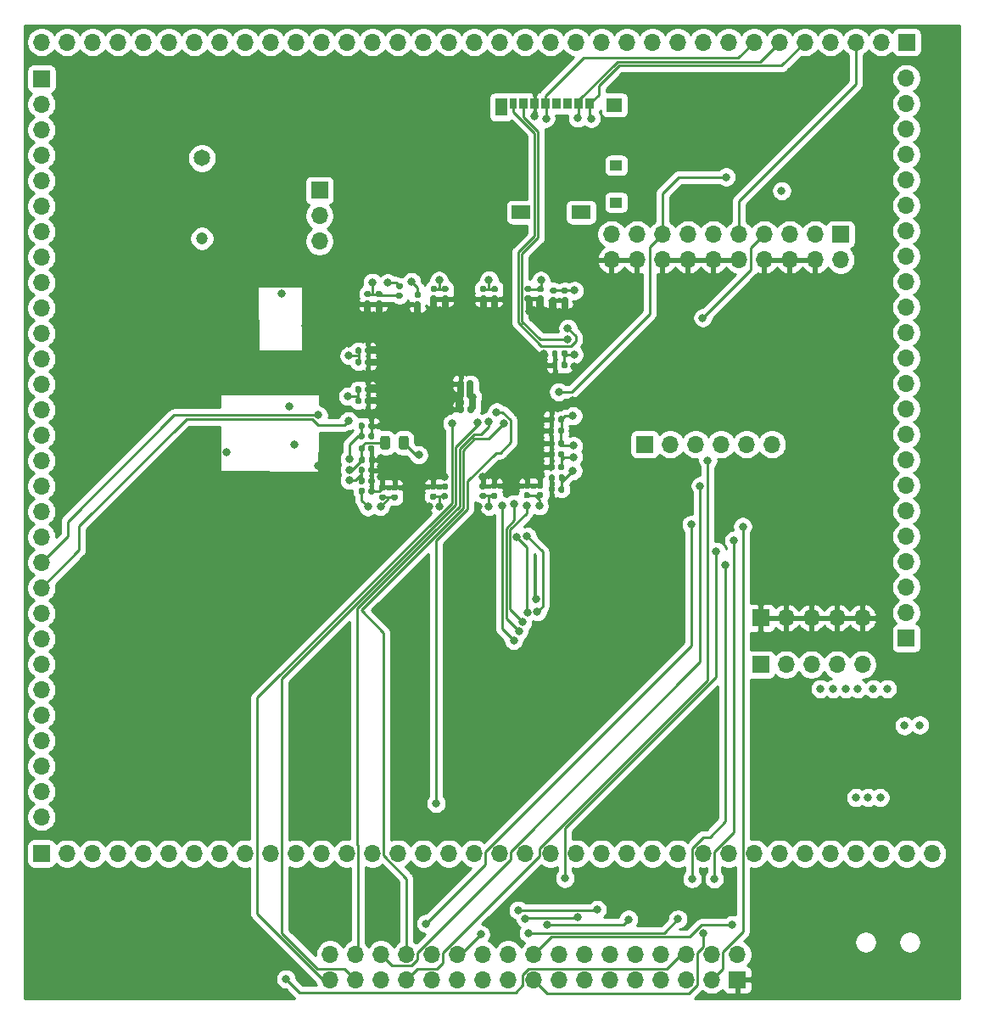
<source format=gbr>
G04 #@! TF.GenerationSoftware,KiCad,Pcbnew,(5.1.6)-1*
G04 #@! TF.CreationDate,2020-09-15T12:17:56+03:00*
G04 #@! TF.ProjectId,469devboard,34363964-6576-4626-9f61-72642e6b6963,rev?*
G04 #@! TF.SameCoordinates,Original*
G04 #@! TF.FileFunction,Copper,L4,Bot*
G04 #@! TF.FilePolarity,Positive*
%FSLAX46Y46*%
G04 Gerber Fmt 4.6, Leading zero omitted, Abs format (unit mm)*
G04 Created by KiCad (PCBNEW (5.1.6)-1) date 2020-09-15 12:17:56*
%MOMM*%
%LPD*%
G01*
G04 APERTURE LIST*
G04 #@! TA.AperFunction,ComponentPad*
%ADD10O,1.700000X1.700000*%
G04 #@! TD*
G04 #@! TA.AperFunction,ComponentPad*
%ADD11R,1.700000X1.700000*%
G04 #@! TD*
G04 #@! TA.AperFunction,SMDPad,CuDef*
%ADD12R,1.550000X1.350000*%
G04 #@! TD*
G04 #@! TA.AperFunction,SMDPad,CuDef*
%ADD13R,1.200000X1.000000*%
G04 #@! TD*
G04 #@! TA.AperFunction,SMDPad,CuDef*
%ADD14R,1.900000X1.350000*%
G04 #@! TD*
G04 #@! TA.AperFunction,SMDPad,CuDef*
%ADD15R,1.170000X1.800000*%
G04 #@! TD*
G04 #@! TA.AperFunction,SMDPad,CuDef*
%ADD16R,0.750000X1.100000*%
G04 #@! TD*
G04 #@! TA.AperFunction,SMDPad,CuDef*
%ADD17R,0.850000X1.100000*%
G04 #@! TD*
G04 #@! TA.AperFunction,ComponentPad*
%ADD18C,1.650000*%
G04 #@! TD*
G04 #@! TA.AperFunction,ComponentPad*
%ADD19C,1.200000*%
G04 #@! TD*
G04 #@! TA.AperFunction,ViaPad*
%ADD20C,0.800000*%
G04 #@! TD*
G04 #@! TA.AperFunction,Conductor*
%ADD21C,0.254000*%
G04 #@! TD*
G04 #@! TA.AperFunction,Conductor*
%ADD22C,0.700000*%
G04 #@! TD*
G04 #@! TA.AperFunction,Conductor*
%ADD23C,0.127000*%
G04 #@! TD*
G04 APERTURE END LIST*
D10*
X161023300Y-107046500D03*
X158483300Y-107046500D03*
X155943300Y-107046500D03*
X153403300Y-107046500D03*
D11*
X150863300Y-107046500D03*
D10*
X161023300Y-111696500D03*
X158483300Y-111696500D03*
X155943300Y-111696500D03*
X153403300Y-111696500D03*
D11*
X150863300Y-111696500D03*
D10*
X135991600Y-71297800D03*
X135991600Y-68757800D03*
X138531600Y-71297800D03*
X138531600Y-68757800D03*
X141071600Y-71297800D03*
X141071600Y-68757800D03*
X143611600Y-71297800D03*
X143611600Y-68757800D03*
X146151600Y-71297800D03*
X146151600Y-68757800D03*
X148691600Y-71297800D03*
X148691600Y-68757800D03*
X151231600Y-71297800D03*
X151231600Y-68757800D03*
X153771600Y-71297800D03*
X153771600Y-68757800D03*
X156311600Y-71297800D03*
X156311600Y-68757800D03*
X158851600Y-71297800D03*
D11*
X158851600Y-68757800D03*
D10*
X79095600Y-126898400D03*
X79095600Y-124358400D03*
X79095600Y-121818400D03*
X79095600Y-119278400D03*
X79095600Y-116738400D03*
X79095600Y-114198400D03*
X79095600Y-111658400D03*
X79095600Y-109118400D03*
X79095600Y-106578400D03*
X79095600Y-104038400D03*
X79095600Y-101498400D03*
X79095600Y-98958400D03*
X79095600Y-96418400D03*
X79095600Y-93878400D03*
X79095600Y-91338400D03*
X79095600Y-88798400D03*
X79095600Y-86258400D03*
X79095600Y-83718400D03*
X79095600Y-81178400D03*
X79095600Y-78638400D03*
X79095600Y-76098400D03*
X79095600Y-73558400D03*
X79095600Y-71018400D03*
X79095600Y-68478400D03*
X79095600Y-65938400D03*
X79095600Y-63398400D03*
X79095600Y-60858400D03*
X79095600Y-58318400D03*
X79095600Y-55778400D03*
D11*
X79095600Y-53238400D03*
D10*
X165404800Y-53187600D03*
X165404800Y-55727600D03*
X165404800Y-58267600D03*
X165404800Y-60807600D03*
X165404800Y-63347600D03*
X165404800Y-65887600D03*
X165404800Y-68427600D03*
X165404800Y-70967600D03*
X165404800Y-73507600D03*
X165404800Y-76047600D03*
X165404800Y-78587600D03*
X165404800Y-81127600D03*
X165404800Y-83667600D03*
X165404800Y-86207600D03*
X165404800Y-88747600D03*
X165404800Y-91287600D03*
X165404800Y-93827600D03*
X165404800Y-96367600D03*
X165404800Y-98907600D03*
X165404800Y-101447600D03*
X165404800Y-103987600D03*
X165404800Y-106527600D03*
D11*
X165404800Y-109067600D03*
D12*
X136273400Y-55848600D03*
D13*
X136448400Y-61873600D03*
X136448400Y-65573600D03*
D14*
X132948400Y-66548600D03*
X126978400Y-66548600D03*
D15*
X124953400Y-56073600D03*
D16*
X126163400Y-55723600D03*
D17*
X127213400Y-55723600D03*
X128313400Y-55723600D03*
X129413400Y-55723600D03*
X130513400Y-55723600D03*
X131613400Y-55723600D03*
X132713400Y-55723600D03*
X133813400Y-55723600D03*
D18*
X95097600Y-61163200D03*
D19*
X95097600Y-69163200D03*
G04 #@! TA.AperFunction,SMDPad,CuDef*
G36*
G01*
X111723800Y-89072500D02*
X111723800Y-88727500D01*
G75*
G02*
X111871300Y-88580000I147500J0D01*
G01*
X112166300Y-88580000D01*
G75*
G02*
X112313800Y-88727500I0J-147500D01*
G01*
X112313800Y-89072500D01*
G75*
G02*
X112166300Y-89220000I-147500J0D01*
G01*
X111871300Y-89220000D01*
G75*
G02*
X111723800Y-89072500I0J147500D01*
G01*
G37*
G04 #@! TD.AperFunction*
G04 #@! TA.AperFunction,SMDPad,CuDef*
G36*
G01*
X110753800Y-89072500D02*
X110753800Y-88727500D01*
G75*
G02*
X110901300Y-88580000I147500J0D01*
G01*
X111196300Y-88580000D01*
G75*
G02*
X111343800Y-88727500I0J-147500D01*
G01*
X111343800Y-89072500D01*
G75*
G02*
X111196300Y-89220000I-147500J0D01*
G01*
X110901300Y-89220000D01*
G75*
G02*
X110753800Y-89072500I0J147500D01*
G01*
G37*
G04 #@! TD.AperFunction*
G04 #@! TA.AperFunction,SMDPad,CuDef*
G36*
G01*
X111723800Y-88056500D02*
X111723800Y-87711500D01*
G75*
G02*
X111871300Y-87564000I147500J0D01*
G01*
X112166300Y-87564000D01*
G75*
G02*
X112313800Y-87711500I0J-147500D01*
G01*
X112313800Y-88056500D01*
G75*
G02*
X112166300Y-88204000I-147500J0D01*
G01*
X111871300Y-88204000D01*
G75*
G02*
X111723800Y-88056500I0J147500D01*
G01*
G37*
G04 #@! TD.AperFunction*
G04 #@! TA.AperFunction,SMDPad,CuDef*
G36*
G01*
X110753800Y-88056500D02*
X110753800Y-87711500D01*
G75*
G02*
X110901300Y-87564000I147500J0D01*
G01*
X111196300Y-87564000D01*
G75*
G02*
X111343800Y-87711500I0J-147500D01*
G01*
X111343800Y-88056500D01*
G75*
G02*
X111196300Y-88204000I-147500J0D01*
G01*
X110901300Y-88204000D01*
G75*
G02*
X110753800Y-88056500I0J147500D01*
G01*
G37*
G04 #@! TD.AperFunction*
G04 #@! TA.AperFunction,SMDPad,CuDef*
G36*
G01*
X123311700Y-94196400D02*
X122966700Y-94196400D01*
G75*
G02*
X122819200Y-94048900I0J147500D01*
G01*
X122819200Y-93753900D01*
G75*
G02*
X122966700Y-93606400I147500J0D01*
G01*
X123311700Y-93606400D01*
G75*
G02*
X123459200Y-93753900I0J-147500D01*
G01*
X123459200Y-94048900D01*
G75*
G02*
X123311700Y-94196400I-147500J0D01*
G01*
G37*
G04 #@! TD.AperFunction*
G04 #@! TA.AperFunction,SMDPad,CuDef*
G36*
G01*
X123311700Y-95166400D02*
X122966700Y-95166400D01*
G75*
G02*
X122819200Y-95018900I0J147500D01*
G01*
X122819200Y-94723900D01*
G75*
G02*
X122966700Y-94576400I147500J0D01*
G01*
X123311700Y-94576400D01*
G75*
G02*
X123459200Y-94723900I0J-147500D01*
G01*
X123459200Y-95018900D01*
G75*
G02*
X123311700Y-95166400I-147500J0D01*
G01*
G37*
G04 #@! TD.AperFunction*
G04 #@! TA.AperFunction,SMDPad,CuDef*
G36*
G01*
X124454700Y-94173400D02*
X124109700Y-94173400D01*
G75*
G02*
X123962200Y-94025900I0J147500D01*
G01*
X123962200Y-93730900D01*
G75*
G02*
X124109700Y-93583400I147500J0D01*
G01*
X124454700Y-93583400D01*
G75*
G02*
X124602200Y-93730900I0J-147500D01*
G01*
X124602200Y-94025900D01*
G75*
G02*
X124454700Y-94173400I-147500J0D01*
G01*
G37*
G04 #@! TD.AperFunction*
G04 #@! TA.AperFunction,SMDPad,CuDef*
G36*
G01*
X124454700Y-95143400D02*
X124109700Y-95143400D01*
G75*
G02*
X123962200Y-94995900I0J147500D01*
G01*
X123962200Y-94700900D01*
G75*
G02*
X124109700Y-94553400I147500J0D01*
G01*
X124454700Y-94553400D01*
G75*
G02*
X124602200Y-94700900I0J-147500D01*
G01*
X124602200Y-94995900D01*
G75*
G02*
X124454700Y-95143400I-147500J0D01*
G01*
G37*
G04 #@! TD.AperFunction*
G04 #@! TA.AperFunction,SMDPad,CuDef*
G36*
G01*
X111388800Y-85567300D02*
X111388800Y-85222300D01*
G75*
G02*
X111536300Y-85074800I147500J0D01*
G01*
X111831300Y-85074800D01*
G75*
G02*
X111978800Y-85222300I0J-147500D01*
G01*
X111978800Y-85567300D01*
G75*
G02*
X111831300Y-85714800I-147500J0D01*
G01*
X111536300Y-85714800D01*
G75*
G02*
X111388800Y-85567300I0J147500D01*
G01*
G37*
G04 #@! TD.AperFunction*
G04 #@! TA.AperFunction,SMDPad,CuDef*
G36*
G01*
X110418800Y-85567300D02*
X110418800Y-85222300D01*
G75*
G02*
X110566300Y-85074800I147500J0D01*
G01*
X110861300Y-85074800D01*
G75*
G02*
X111008800Y-85222300I0J-147500D01*
G01*
X111008800Y-85567300D01*
G75*
G02*
X110861300Y-85714800I-147500J0D01*
G01*
X110566300Y-85714800D01*
G75*
G02*
X110418800Y-85567300I0J147500D01*
G01*
G37*
G04 #@! TD.AperFunction*
G04 #@! TA.AperFunction,SMDPad,CuDef*
G36*
G01*
X111388800Y-84424300D02*
X111388800Y-84079300D01*
G75*
G02*
X111536300Y-83931800I147500J0D01*
G01*
X111831300Y-83931800D01*
G75*
G02*
X111978800Y-84079300I0J-147500D01*
G01*
X111978800Y-84424300D01*
G75*
G02*
X111831300Y-84571800I-147500J0D01*
G01*
X111536300Y-84571800D01*
G75*
G02*
X111388800Y-84424300I0J147500D01*
G01*
G37*
G04 #@! TD.AperFunction*
G04 #@! TA.AperFunction,SMDPad,CuDef*
G36*
G01*
X110418800Y-84424300D02*
X110418800Y-84079300D01*
G75*
G02*
X110566300Y-83931800I147500J0D01*
G01*
X110861300Y-83931800D01*
G75*
G02*
X111008800Y-84079300I0J-147500D01*
G01*
X111008800Y-84424300D01*
G75*
G02*
X110861300Y-84571800I-147500J0D01*
G01*
X110566300Y-84571800D01*
G75*
G02*
X110418800Y-84424300I0J147500D01*
G01*
G37*
G04 #@! TD.AperFunction*
G04 #@! TA.AperFunction,SMDPad,CuDef*
G36*
G01*
X111401500Y-80538100D02*
X111401500Y-80193100D01*
G75*
G02*
X111549000Y-80045600I147500J0D01*
G01*
X111844000Y-80045600D01*
G75*
G02*
X111991500Y-80193100I0J-147500D01*
G01*
X111991500Y-80538100D01*
G75*
G02*
X111844000Y-80685600I-147500J0D01*
G01*
X111549000Y-80685600D01*
G75*
G02*
X111401500Y-80538100I0J147500D01*
G01*
G37*
G04 #@! TD.AperFunction*
G04 #@! TA.AperFunction,SMDPad,CuDef*
G36*
G01*
X110431500Y-80538100D02*
X110431500Y-80193100D01*
G75*
G02*
X110579000Y-80045600I147500J0D01*
G01*
X110874000Y-80045600D01*
G75*
G02*
X111021500Y-80193100I0J-147500D01*
G01*
X111021500Y-80538100D01*
G75*
G02*
X110874000Y-80685600I-147500J0D01*
G01*
X110579000Y-80685600D01*
G75*
G02*
X110431500Y-80538100I0J147500D01*
G01*
G37*
G04 #@! TD.AperFunction*
G04 #@! TA.AperFunction,SMDPad,CuDef*
G36*
G01*
X111401500Y-81681100D02*
X111401500Y-81336100D01*
G75*
G02*
X111549000Y-81188600I147500J0D01*
G01*
X111844000Y-81188600D01*
G75*
G02*
X111991500Y-81336100I0J-147500D01*
G01*
X111991500Y-81681100D01*
G75*
G02*
X111844000Y-81828600I-147500J0D01*
G01*
X111549000Y-81828600D01*
G75*
G02*
X111401500Y-81681100I0J147500D01*
G01*
G37*
G04 #@! TD.AperFunction*
G04 #@! TA.AperFunction,SMDPad,CuDef*
G36*
G01*
X110431500Y-81681100D02*
X110431500Y-81336100D01*
G75*
G02*
X110579000Y-81188600I147500J0D01*
G01*
X110874000Y-81188600D01*
G75*
G02*
X111021500Y-81336100I0J-147500D01*
G01*
X111021500Y-81681100D01*
G75*
G02*
X110874000Y-81828600I-147500J0D01*
G01*
X110579000Y-81828600D01*
G75*
G02*
X110431500Y-81681100I0J147500D01*
G01*
G37*
G04 #@! TD.AperFunction*
G04 #@! TA.AperFunction,SMDPad,CuDef*
G36*
G01*
X112603500Y-75397000D02*
X112948500Y-75397000D01*
G75*
G02*
X113096000Y-75544500I0J-147500D01*
G01*
X113096000Y-75839500D01*
G75*
G02*
X112948500Y-75987000I-147500J0D01*
G01*
X112603500Y-75987000D01*
G75*
G02*
X112456000Y-75839500I0J147500D01*
G01*
X112456000Y-75544500D01*
G75*
G02*
X112603500Y-75397000I147500J0D01*
G01*
G37*
G04 #@! TD.AperFunction*
G04 #@! TA.AperFunction,SMDPad,CuDef*
G36*
G01*
X112603500Y-74427000D02*
X112948500Y-74427000D01*
G75*
G02*
X113096000Y-74574500I0J-147500D01*
G01*
X113096000Y-74869500D01*
G75*
G02*
X112948500Y-75017000I-147500J0D01*
G01*
X112603500Y-75017000D01*
G75*
G02*
X112456000Y-74869500I0J147500D01*
G01*
X112456000Y-74574500D01*
G75*
G02*
X112603500Y-74427000I147500J0D01*
G01*
G37*
G04 #@! TD.AperFunction*
G04 #@! TA.AperFunction,SMDPad,CuDef*
G36*
G01*
X111460500Y-75397000D02*
X111805500Y-75397000D01*
G75*
G02*
X111953000Y-75544500I0J-147500D01*
G01*
X111953000Y-75839500D01*
G75*
G02*
X111805500Y-75987000I-147500J0D01*
G01*
X111460500Y-75987000D01*
G75*
G02*
X111313000Y-75839500I0J147500D01*
G01*
X111313000Y-75544500D01*
G75*
G02*
X111460500Y-75397000I147500J0D01*
G01*
G37*
G04 #@! TD.AperFunction*
G04 #@! TA.AperFunction,SMDPad,CuDef*
G36*
G01*
X111460500Y-74427000D02*
X111805500Y-74427000D01*
G75*
G02*
X111953000Y-74574500I0J-147500D01*
G01*
X111953000Y-74869500D01*
G75*
G02*
X111805500Y-75017000I-147500J0D01*
G01*
X111460500Y-75017000D01*
G75*
G02*
X111313000Y-74869500I0J147500D01*
G01*
X111313000Y-74574500D01*
G75*
G02*
X111460500Y-74427000I147500J0D01*
G01*
G37*
G04 #@! TD.AperFunction*
G04 #@! TA.AperFunction,SMDPad,CuDef*
G36*
G01*
X119220200Y-74889000D02*
X119565200Y-74889000D01*
G75*
G02*
X119712700Y-75036500I0J-147500D01*
G01*
X119712700Y-75331500D01*
G75*
G02*
X119565200Y-75479000I-147500J0D01*
G01*
X119220200Y-75479000D01*
G75*
G02*
X119072700Y-75331500I0J147500D01*
G01*
X119072700Y-75036500D01*
G75*
G02*
X119220200Y-74889000I147500J0D01*
G01*
G37*
G04 #@! TD.AperFunction*
G04 #@! TA.AperFunction,SMDPad,CuDef*
G36*
G01*
X119220200Y-73919000D02*
X119565200Y-73919000D01*
G75*
G02*
X119712700Y-74066500I0J-147500D01*
G01*
X119712700Y-74361500D01*
G75*
G02*
X119565200Y-74509000I-147500J0D01*
G01*
X119220200Y-74509000D01*
G75*
G02*
X119072700Y-74361500I0J147500D01*
G01*
X119072700Y-74066500D01*
G75*
G02*
X119220200Y-73919000I147500J0D01*
G01*
G37*
G04 #@! TD.AperFunction*
G04 #@! TA.AperFunction,SMDPad,CuDef*
G36*
G01*
X118077200Y-74889000D02*
X118422200Y-74889000D01*
G75*
G02*
X118569700Y-75036500I0J-147500D01*
G01*
X118569700Y-75331500D01*
G75*
G02*
X118422200Y-75479000I-147500J0D01*
G01*
X118077200Y-75479000D01*
G75*
G02*
X117929700Y-75331500I0J147500D01*
G01*
X117929700Y-75036500D01*
G75*
G02*
X118077200Y-74889000I147500J0D01*
G01*
G37*
G04 #@! TD.AperFunction*
G04 #@! TA.AperFunction,SMDPad,CuDef*
G36*
G01*
X118077200Y-73919000D02*
X118422200Y-73919000D01*
G75*
G02*
X118569700Y-74066500I0J-147500D01*
G01*
X118569700Y-74361500D01*
G75*
G02*
X118422200Y-74509000I-147500J0D01*
G01*
X118077200Y-74509000D01*
G75*
G02*
X117929700Y-74361500I0J147500D01*
G01*
X117929700Y-74066500D01*
G75*
G02*
X118077200Y-73919000I147500J0D01*
G01*
G37*
G04 #@! TD.AperFunction*
G04 #@! TA.AperFunction,SMDPad,CuDef*
G36*
G01*
X113873100Y-89104150D02*
X113873100Y-90016650D01*
G75*
G02*
X113629350Y-90260400I-243750J0D01*
G01*
X113141850Y-90260400D01*
G75*
G02*
X112898100Y-90016650I0J243750D01*
G01*
X112898100Y-89104150D01*
G75*
G02*
X113141850Y-88860400I243750J0D01*
G01*
X113629350Y-88860400D01*
G75*
G02*
X113873100Y-89104150I0J-243750D01*
G01*
G37*
G04 #@! TD.AperFunction*
G04 #@! TA.AperFunction,SMDPad,CuDef*
G36*
G01*
X115748100Y-89104150D02*
X115748100Y-90016650D01*
G75*
G02*
X115504350Y-90260400I-243750J0D01*
G01*
X115016850Y-90260400D01*
G75*
G02*
X114773100Y-90016650I0J243750D01*
G01*
X114773100Y-89104150D01*
G75*
G02*
X115016850Y-88860400I243750J0D01*
G01*
X115504350Y-88860400D01*
G75*
G02*
X115748100Y-89104150I0J-243750D01*
G01*
G37*
G04 #@! TD.AperFunction*
D10*
X167995600Y-130556000D03*
X165455600Y-130556000D03*
X162915600Y-130556000D03*
X160375600Y-130556000D03*
X157835600Y-130556000D03*
X155295600Y-130556000D03*
X152755600Y-130556000D03*
X150215600Y-130556000D03*
X147675600Y-130556000D03*
X145135600Y-130556000D03*
X142595600Y-130556000D03*
X140055600Y-130556000D03*
X137515600Y-130556000D03*
X134975600Y-130556000D03*
X132435600Y-130556000D03*
X129895600Y-130556000D03*
X127355600Y-130556000D03*
X124815600Y-130556000D03*
X122275600Y-130556000D03*
X119735600Y-130556000D03*
X117195600Y-130556000D03*
X114655600Y-130556000D03*
X112115600Y-130556000D03*
X109575600Y-130556000D03*
X107035600Y-130556000D03*
X104495600Y-130556000D03*
X101955600Y-130556000D03*
X99415600Y-130556000D03*
X96875600Y-130556000D03*
X94335600Y-130556000D03*
X91795600Y-130556000D03*
X89255600Y-130556000D03*
X86715600Y-130556000D03*
X84175600Y-130556000D03*
X81635600Y-130556000D03*
D11*
X79095600Y-130556000D03*
D10*
X79095600Y-49580800D03*
X81635600Y-49580800D03*
X84175600Y-49580800D03*
X86715600Y-49580800D03*
X89255600Y-49580800D03*
X91795600Y-49580800D03*
X94335600Y-49580800D03*
X96875600Y-49580800D03*
X99415600Y-49580800D03*
X101955600Y-49580800D03*
X104495600Y-49580800D03*
X107035600Y-49580800D03*
X109575600Y-49580800D03*
X112115600Y-49580800D03*
X114655600Y-49580800D03*
X117195600Y-49580800D03*
X119735600Y-49580800D03*
X122275600Y-49580800D03*
X124815600Y-49580800D03*
X127355600Y-49580800D03*
X129895600Y-49580800D03*
X132435600Y-49580800D03*
X134975600Y-49580800D03*
X137515600Y-49580800D03*
X140055600Y-49580800D03*
X142595600Y-49580800D03*
X145135600Y-49580800D03*
X147675600Y-49580800D03*
X150215600Y-49580800D03*
X152755600Y-49580800D03*
X155295600Y-49580800D03*
X157835600Y-49580800D03*
X160375600Y-49580800D03*
X162915600Y-49580800D03*
D11*
X165455600Y-49580800D03*
G04 #@! TA.AperFunction,SMDPad,CuDef*
G36*
G01*
X111723800Y-94558900D02*
X111723800Y-94213900D01*
G75*
G02*
X111871300Y-94066400I147500J0D01*
G01*
X112166300Y-94066400D01*
G75*
G02*
X112313800Y-94213900I0J-147500D01*
G01*
X112313800Y-94558900D01*
G75*
G02*
X112166300Y-94706400I-147500J0D01*
G01*
X111871300Y-94706400D01*
G75*
G02*
X111723800Y-94558900I0J147500D01*
G01*
G37*
G04 #@! TD.AperFunction*
G04 #@! TA.AperFunction,SMDPad,CuDef*
G36*
G01*
X110753800Y-94558900D02*
X110753800Y-94213900D01*
G75*
G02*
X110901300Y-94066400I147500J0D01*
G01*
X111196300Y-94066400D01*
G75*
G02*
X111343800Y-94213900I0J-147500D01*
G01*
X111343800Y-94558900D01*
G75*
G02*
X111196300Y-94706400I-147500J0D01*
G01*
X110901300Y-94706400D01*
G75*
G02*
X110753800Y-94558900I0J147500D01*
G01*
G37*
G04 #@! TD.AperFunction*
D10*
X151993600Y-89712800D03*
X149453600Y-89712800D03*
X146913600Y-89712800D03*
X144373600Y-89712800D03*
X141833600Y-89712800D03*
D11*
X139293600Y-89712800D03*
G04 #@! TA.AperFunction,SMDPad,CuDef*
G36*
G01*
X124147800Y-74906500D02*
X124492800Y-74906500D01*
G75*
G02*
X124640300Y-75054000I0J-147500D01*
G01*
X124640300Y-75349000D01*
G75*
G02*
X124492800Y-75496500I-147500J0D01*
G01*
X124147800Y-75496500D01*
G75*
G02*
X124000300Y-75349000I0J147500D01*
G01*
X124000300Y-75054000D01*
G75*
G02*
X124147800Y-74906500I147500J0D01*
G01*
G37*
G04 #@! TD.AperFunction*
G04 #@! TA.AperFunction,SMDPad,CuDef*
G36*
G01*
X124147800Y-73936500D02*
X124492800Y-73936500D01*
G75*
G02*
X124640300Y-74084000I0J-147500D01*
G01*
X124640300Y-74379000D01*
G75*
G02*
X124492800Y-74526500I-147500J0D01*
G01*
X124147800Y-74526500D01*
G75*
G02*
X124000300Y-74379000I0J147500D01*
G01*
X124000300Y-74084000D01*
G75*
G02*
X124147800Y-73936500I147500J0D01*
G01*
G37*
G04 #@! TD.AperFunction*
G04 #@! TA.AperFunction,SMDPad,CuDef*
G36*
G01*
X123004800Y-74906500D02*
X123349800Y-74906500D01*
G75*
G02*
X123497300Y-75054000I0J-147500D01*
G01*
X123497300Y-75349000D01*
G75*
G02*
X123349800Y-75496500I-147500J0D01*
G01*
X123004800Y-75496500D01*
G75*
G02*
X122857300Y-75349000I0J147500D01*
G01*
X122857300Y-75054000D01*
G75*
G02*
X123004800Y-74906500I147500J0D01*
G01*
G37*
G04 #@! TD.AperFunction*
G04 #@! TA.AperFunction,SMDPad,CuDef*
G36*
G01*
X123004800Y-73936500D02*
X123349800Y-73936500D01*
G75*
G02*
X123497300Y-74084000I0J-147500D01*
G01*
X123497300Y-74379000D01*
G75*
G02*
X123349800Y-74526500I-147500J0D01*
G01*
X123004800Y-74526500D01*
G75*
G02*
X122857300Y-74379000I0J147500D01*
G01*
X122857300Y-74084000D01*
G75*
G02*
X123004800Y-73936500I147500J0D01*
G01*
G37*
G04 #@! TD.AperFunction*
G04 #@! TA.AperFunction,SMDPad,CuDef*
G36*
G01*
X128732500Y-74914400D02*
X129077500Y-74914400D01*
G75*
G02*
X129225000Y-75061900I0J-147500D01*
G01*
X129225000Y-75356900D01*
G75*
G02*
X129077500Y-75504400I-147500J0D01*
G01*
X128732500Y-75504400D01*
G75*
G02*
X128585000Y-75356900I0J147500D01*
G01*
X128585000Y-75061900D01*
G75*
G02*
X128732500Y-74914400I147500J0D01*
G01*
G37*
G04 #@! TD.AperFunction*
G04 #@! TA.AperFunction,SMDPad,CuDef*
G36*
G01*
X128732500Y-73944400D02*
X129077500Y-73944400D01*
G75*
G02*
X129225000Y-74091900I0J-147500D01*
G01*
X129225000Y-74386900D01*
G75*
G02*
X129077500Y-74534400I-147500J0D01*
G01*
X128732500Y-74534400D01*
G75*
G02*
X128585000Y-74386900I0J147500D01*
G01*
X128585000Y-74091900D01*
G75*
G02*
X128732500Y-73944400I147500J0D01*
G01*
G37*
G04 #@! TD.AperFunction*
G04 #@! TA.AperFunction,SMDPad,CuDef*
G36*
G01*
X127462500Y-74868400D02*
X127807500Y-74868400D01*
G75*
G02*
X127955000Y-75015900I0J-147500D01*
G01*
X127955000Y-75310900D01*
G75*
G02*
X127807500Y-75458400I-147500J0D01*
G01*
X127462500Y-75458400D01*
G75*
G02*
X127315000Y-75310900I0J147500D01*
G01*
X127315000Y-75015900D01*
G75*
G02*
X127462500Y-74868400I147500J0D01*
G01*
G37*
G04 #@! TD.AperFunction*
G04 #@! TA.AperFunction,SMDPad,CuDef*
G36*
G01*
X127462500Y-73898400D02*
X127807500Y-73898400D01*
G75*
G02*
X127955000Y-74045900I0J-147500D01*
G01*
X127955000Y-74340900D01*
G75*
G02*
X127807500Y-74488400I-147500J0D01*
G01*
X127462500Y-74488400D01*
G75*
G02*
X127315000Y-74340900I0J147500D01*
G01*
X127315000Y-74045900D01*
G75*
G02*
X127462500Y-73898400I147500J0D01*
G01*
G37*
G04 #@! TD.AperFunction*
G04 #@! TA.AperFunction,SMDPad,CuDef*
G36*
G01*
X131145500Y-75041400D02*
X131490500Y-75041400D01*
G75*
G02*
X131638000Y-75188900I0J-147500D01*
G01*
X131638000Y-75483900D01*
G75*
G02*
X131490500Y-75631400I-147500J0D01*
G01*
X131145500Y-75631400D01*
G75*
G02*
X130998000Y-75483900I0J147500D01*
G01*
X130998000Y-75188900D01*
G75*
G02*
X131145500Y-75041400I147500J0D01*
G01*
G37*
G04 #@! TD.AperFunction*
G04 #@! TA.AperFunction,SMDPad,CuDef*
G36*
G01*
X131145500Y-74071400D02*
X131490500Y-74071400D01*
G75*
G02*
X131638000Y-74218900I0J-147500D01*
G01*
X131638000Y-74513900D01*
G75*
G02*
X131490500Y-74661400I-147500J0D01*
G01*
X131145500Y-74661400D01*
G75*
G02*
X130998000Y-74513900I0J147500D01*
G01*
X130998000Y-74218900D01*
G75*
G02*
X131145500Y-74071400I147500J0D01*
G01*
G37*
G04 #@! TD.AperFunction*
G04 #@! TA.AperFunction,SMDPad,CuDef*
G36*
G01*
X130002500Y-75041400D02*
X130347500Y-75041400D01*
G75*
G02*
X130495000Y-75188900I0J-147500D01*
G01*
X130495000Y-75483900D01*
G75*
G02*
X130347500Y-75631400I-147500J0D01*
G01*
X130002500Y-75631400D01*
G75*
G02*
X129855000Y-75483900I0J147500D01*
G01*
X129855000Y-75188900D01*
G75*
G02*
X130002500Y-75041400I147500J0D01*
G01*
G37*
G04 #@! TD.AperFunction*
G04 #@! TA.AperFunction,SMDPad,CuDef*
G36*
G01*
X130002500Y-74071400D02*
X130347500Y-74071400D01*
G75*
G02*
X130495000Y-74218900I0J-147500D01*
G01*
X130495000Y-74513900D01*
G75*
G02*
X130347500Y-74661400I-147500J0D01*
G01*
X130002500Y-74661400D01*
G75*
G02*
X129855000Y-74513900I0J147500D01*
G01*
X129855000Y-74218900D01*
G75*
G02*
X130002500Y-74071400I147500J0D01*
G01*
G37*
G04 #@! TD.AperFunction*
G04 #@! TA.AperFunction,SMDPad,CuDef*
G36*
G01*
X130620000Y-81615500D02*
X130620000Y-81960500D01*
G75*
G02*
X130472500Y-82108000I-147500J0D01*
G01*
X130177500Y-82108000D01*
G75*
G02*
X130030000Y-81960500I0J147500D01*
G01*
X130030000Y-81615500D01*
G75*
G02*
X130177500Y-81468000I147500J0D01*
G01*
X130472500Y-81468000D01*
G75*
G02*
X130620000Y-81615500I0J-147500D01*
G01*
G37*
G04 #@! TD.AperFunction*
G04 #@! TA.AperFunction,SMDPad,CuDef*
G36*
G01*
X131590000Y-81615500D02*
X131590000Y-81960500D01*
G75*
G02*
X131442500Y-82108000I-147500J0D01*
G01*
X131147500Y-82108000D01*
G75*
G02*
X131000000Y-81960500I0J147500D01*
G01*
X131000000Y-81615500D01*
G75*
G02*
X131147500Y-81468000I147500J0D01*
G01*
X131442500Y-81468000D01*
G75*
G02*
X131590000Y-81615500I0J-147500D01*
G01*
G37*
G04 #@! TD.AperFunction*
G04 #@! TA.AperFunction,SMDPad,CuDef*
G36*
G01*
X130620000Y-80472500D02*
X130620000Y-80817500D01*
G75*
G02*
X130472500Y-80965000I-147500J0D01*
G01*
X130177500Y-80965000D01*
G75*
G02*
X130030000Y-80817500I0J147500D01*
G01*
X130030000Y-80472500D01*
G75*
G02*
X130177500Y-80325000I147500J0D01*
G01*
X130472500Y-80325000D01*
G75*
G02*
X130620000Y-80472500I0J-147500D01*
G01*
G37*
G04 #@! TD.AperFunction*
G04 #@! TA.AperFunction,SMDPad,CuDef*
G36*
G01*
X131590000Y-80472500D02*
X131590000Y-80817500D01*
G75*
G02*
X131442500Y-80965000I-147500J0D01*
G01*
X131147500Y-80965000D01*
G75*
G02*
X131000000Y-80817500I0J147500D01*
G01*
X131000000Y-80472500D01*
G75*
G02*
X131147500Y-80325000I147500J0D01*
G01*
X131442500Y-80325000D01*
G75*
G02*
X131590000Y-80472500I0J-147500D01*
G01*
G37*
G04 #@! TD.AperFunction*
G04 #@! TA.AperFunction,SMDPad,CuDef*
G36*
G01*
X130292200Y-91800900D02*
X130292200Y-92145900D01*
G75*
G02*
X130144700Y-92293400I-147500J0D01*
G01*
X129849700Y-92293400D01*
G75*
G02*
X129702200Y-92145900I0J147500D01*
G01*
X129702200Y-91800900D01*
G75*
G02*
X129849700Y-91653400I147500J0D01*
G01*
X130144700Y-91653400D01*
G75*
G02*
X130292200Y-91800900I0J-147500D01*
G01*
G37*
G04 #@! TD.AperFunction*
G04 #@! TA.AperFunction,SMDPad,CuDef*
G36*
G01*
X131262200Y-91800900D02*
X131262200Y-92145900D01*
G75*
G02*
X131114700Y-92293400I-147500J0D01*
G01*
X130819700Y-92293400D01*
G75*
G02*
X130672200Y-92145900I0J147500D01*
G01*
X130672200Y-91800900D01*
G75*
G02*
X130819700Y-91653400I147500J0D01*
G01*
X131114700Y-91653400D01*
G75*
G02*
X131262200Y-91800900I0J-147500D01*
G01*
G37*
G04 #@! TD.AperFunction*
G04 #@! TA.AperFunction,SMDPad,CuDef*
G36*
G01*
X130292200Y-90530900D02*
X130292200Y-90875900D01*
G75*
G02*
X130144700Y-91023400I-147500J0D01*
G01*
X129849700Y-91023400D01*
G75*
G02*
X129702200Y-90875900I0J147500D01*
G01*
X129702200Y-90530900D01*
G75*
G02*
X129849700Y-90383400I147500J0D01*
G01*
X130144700Y-90383400D01*
G75*
G02*
X130292200Y-90530900I0J-147500D01*
G01*
G37*
G04 #@! TD.AperFunction*
G04 #@! TA.AperFunction,SMDPad,CuDef*
G36*
G01*
X131262200Y-90530900D02*
X131262200Y-90875900D01*
G75*
G02*
X131114700Y-91023400I-147500J0D01*
G01*
X130819700Y-91023400D01*
G75*
G02*
X130672200Y-90875900I0J147500D01*
G01*
X130672200Y-90530900D01*
G75*
G02*
X130819700Y-90383400I147500J0D01*
G01*
X131114700Y-90383400D01*
G75*
G02*
X131262200Y-90530900I0J-147500D01*
G01*
G37*
G04 #@! TD.AperFunction*
G04 #@! TA.AperFunction,SMDPad,CuDef*
G36*
G01*
X113304100Y-94321000D02*
X112959100Y-94321000D01*
G75*
G02*
X112811600Y-94173500I0J147500D01*
G01*
X112811600Y-93878500D01*
G75*
G02*
X112959100Y-93731000I147500J0D01*
G01*
X113304100Y-93731000D01*
G75*
G02*
X113451600Y-93878500I0J-147500D01*
G01*
X113451600Y-94173500D01*
G75*
G02*
X113304100Y-94321000I-147500J0D01*
G01*
G37*
G04 #@! TD.AperFunction*
G04 #@! TA.AperFunction,SMDPad,CuDef*
G36*
G01*
X113304100Y-95291000D02*
X112959100Y-95291000D01*
G75*
G02*
X112811600Y-95143500I0J147500D01*
G01*
X112811600Y-94848500D01*
G75*
G02*
X112959100Y-94701000I147500J0D01*
G01*
X113304100Y-94701000D01*
G75*
G02*
X113451600Y-94848500I0J-147500D01*
G01*
X113451600Y-95143500D01*
G75*
G02*
X113304100Y-95291000I-147500J0D01*
G01*
G37*
G04 #@! TD.AperFunction*
G04 #@! TA.AperFunction,SMDPad,CuDef*
G36*
G01*
X114497900Y-94323400D02*
X114152900Y-94323400D01*
G75*
G02*
X114005400Y-94175900I0J147500D01*
G01*
X114005400Y-93880900D01*
G75*
G02*
X114152900Y-93733400I147500J0D01*
G01*
X114497900Y-93733400D01*
G75*
G02*
X114645400Y-93880900I0J-147500D01*
G01*
X114645400Y-94175900D01*
G75*
G02*
X114497900Y-94323400I-147500J0D01*
G01*
G37*
G04 #@! TD.AperFunction*
G04 #@! TA.AperFunction,SMDPad,CuDef*
G36*
G01*
X114497900Y-95293400D02*
X114152900Y-95293400D01*
G75*
G02*
X114005400Y-95145900I0J147500D01*
G01*
X114005400Y-94850900D01*
G75*
G02*
X114152900Y-94703400I147500J0D01*
G01*
X114497900Y-94703400D01*
G75*
G02*
X114645400Y-94850900I0J-147500D01*
G01*
X114645400Y-95145900D01*
G75*
G02*
X114497900Y-95293400I-147500J0D01*
G01*
G37*
G04 #@! TD.AperFunction*
G04 #@! TA.AperFunction,SMDPad,CuDef*
G36*
G01*
X130317600Y-94036100D02*
X130317600Y-94381100D01*
G75*
G02*
X130170100Y-94528600I-147500J0D01*
G01*
X129875100Y-94528600D01*
G75*
G02*
X129727600Y-94381100I0J147500D01*
G01*
X129727600Y-94036100D01*
G75*
G02*
X129875100Y-93888600I147500J0D01*
G01*
X130170100Y-93888600D01*
G75*
G02*
X130317600Y-94036100I0J-147500D01*
G01*
G37*
G04 #@! TD.AperFunction*
G04 #@! TA.AperFunction,SMDPad,CuDef*
G36*
G01*
X131287600Y-94036100D02*
X131287600Y-94381100D01*
G75*
G02*
X131140100Y-94528600I-147500J0D01*
G01*
X130845100Y-94528600D01*
G75*
G02*
X130697600Y-94381100I0J147500D01*
G01*
X130697600Y-94036100D01*
G75*
G02*
X130845100Y-93888600I147500J0D01*
G01*
X131140100Y-93888600D01*
G75*
G02*
X131287600Y-94036100I0J-147500D01*
G01*
G37*
G04 #@! TD.AperFunction*
G04 #@! TA.AperFunction,SMDPad,CuDef*
G36*
G01*
X130340600Y-92893100D02*
X130340600Y-93238100D01*
G75*
G02*
X130193100Y-93385600I-147500J0D01*
G01*
X129898100Y-93385600D01*
G75*
G02*
X129750600Y-93238100I0J147500D01*
G01*
X129750600Y-92893100D01*
G75*
G02*
X129898100Y-92745600I147500J0D01*
G01*
X130193100Y-92745600D01*
G75*
G02*
X130340600Y-92893100I0J-147500D01*
G01*
G37*
G04 #@! TD.AperFunction*
G04 #@! TA.AperFunction,SMDPad,CuDef*
G36*
G01*
X131310600Y-92893100D02*
X131310600Y-93238100D01*
G75*
G02*
X131163100Y-93385600I-147500J0D01*
G01*
X130868100Y-93385600D01*
G75*
G02*
X130720600Y-93238100I0J147500D01*
G01*
X130720600Y-92893100D01*
G75*
G02*
X130868100Y-92745600I147500J0D01*
G01*
X131163100Y-92745600D01*
G75*
G02*
X131310600Y-92893100I0J-147500D01*
G01*
G37*
G04 #@! TD.AperFunction*
G04 #@! TA.AperFunction,SMDPad,CuDef*
G36*
G01*
X127731300Y-94143200D02*
X127386300Y-94143200D01*
G75*
G02*
X127238800Y-93995700I0J147500D01*
G01*
X127238800Y-93700700D01*
G75*
G02*
X127386300Y-93553200I147500J0D01*
G01*
X127731300Y-93553200D01*
G75*
G02*
X127878800Y-93700700I0J-147500D01*
G01*
X127878800Y-93995700D01*
G75*
G02*
X127731300Y-94143200I-147500J0D01*
G01*
G37*
G04 #@! TD.AperFunction*
G04 #@! TA.AperFunction,SMDPad,CuDef*
G36*
G01*
X127731300Y-95113200D02*
X127386300Y-95113200D01*
G75*
G02*
X127238800Y-94965700I0J147500D01*
G01*
X127238800Y-94670700D01*
G75*
G02*
X127386300Y-94523200I147500J0D01*
G01*
X127731300Y-94523200D01*
G75*
G02*
X127878800Y-94670700I0J-147500D01*
G01*
X127878800Y-94965700D01*
G75*
G02*
X127731300Y-95113200I-147500J0D01*
G01*
G37*
G04 #@! TD.AperFunction*
G04 #@! TA.AperFunction,SMDPad,CuDef*
G36*
G01*
X129001300Y-94120200D02*
X128656300Y-94120200D01*
G75*
G02*
X128508800Y-93972700I0J147500D01*
G01*
X128508800Y-93677700D01*
G75*
G02*
X128656300Y-93530200I147500J0D01*
G01*
X129001300Y-93530200D01*
G75*
G02*
X129148800Y-93677700I0J-147500D01*
G01*
X129148800Y-93972700D01*
G75*
G02*
X129001300Y-94120200I-147500J0D01*
G01*
G37*
G04 #@! TD.AperFunction*
G04 #@! TA.AperFunction,SMDPad,CuDef*
G36*
G01*
X129001300Y-95090200D02*
X128656300Y-95090200D01*
G75*
G02*
X128508800Y-94942700I0J147500D01*
G01*
X128508800Y-94647700D01*
G75*
G02*
X128656300Y-94500200I147500J0D01*
G01*
X129001300Y-94500200D01*
G75*
G02*
X129148800Y-94647700I0J-147500D01*
G01*
X129148800Y-94942700D01*
G75*
G02*
X129001300Y-95090200I-147500J0D01*
G01*
G37*
G04 #@! TD.AperFunction*
G04 #@! TA.AperFunction,SMDPad,CuDef*
G36*
G01*
X119501700Y-94221800D02*
X119156700Y-94221800D01*
G75*
G02*
X119009200Y-94074300I0J147500D01*
G01*
X119009200Y-93779300D01*
G75*
G02*
X119156700Y-93631800I147500J0D01*
G01*
X119501700Y-93631800D01*
G75*
G02*
X119649200Y-93779300I0J-147500D01*
G01*
X119649200Y-94074300D01*
G75*
G02*
X119501700Y-94221800I-147500J0D01*
G01*
G37*
G04 #@! TD.AperFunction*
G04 #@! TA.AperFunction,SMDPad,CuDef*
G36*
G01*
X119501700Y-95191800D02*
X119156700Y-95191800D01*
G75*
G02*
X119009200Y-95044300I0J147500D01*
G01*
X119009200Y-94749300D01*
G75*
G02*
X119156700Y-94601800I147500J0D01*
G01*
X119501700Y-94601800D01*
G75*
G02*
X119649200Y-94749300I0J-147500D01*
G01*
X119649200Y-95044300D01*
G75*
G02*
X119501700Y-95191800I-147500J0D01*
G01*
G37*
G04 #@! TD.AperFunction*
G04 #@! TA.AperFunction,SMDPad,CuDef*
G36*
G01*
X118358700Y-94244800D02*
X118013700Y-94244800D01*
G75*
G02*
X117866200Y-94097300I0J147500D01*
G01*
X117866200Y-93802300D01*
G75*
G02*
X118013700Y-93654800I147500J0D01*
G01*
X118358700Y-93654800D01*
G75*
G02*
X118506200Y-93802300I0J-147500D01*
G01*
X118506200Y-94097300D01*
G75*
G02*
X118358700Y-94244800I-147500J0D01*
G01*
G37*
G04 #@! TD.AperFunction*
G04 #@! TA.AperFunction,SMDPad,CuDef*
G36*
G01*
X118358700Y-95214800D02*
X118013700Y-95214800D01*
G75*
G02*
X117866200Y-95067300I0J147500D01*
G01*
X117866200Y-94772300D01*
G75*
G02*
X118013700Y-94624800I147500J0D01*
G01*
X118358700Y-94624800D01*
G75*
G02*
X118506200Y-94772300I0J-147500D01*
G01*
X118506200Y-95067300D01*
G75*
G02*
X118358700Y-95214800I-147500J0D01*
G01*
G37*
G04 #@! TD.AperFunction*
G04 #@! TA.AperFunction,SMDPad,CuDef*
G36*
G01*
X111723800Y-90304400D02*
X111723800Y-89959400D01*
G75*
G02*
X111871300Y-89811900I147500J0D01*
G01*
X112166300Y-89811900D01*
G75*
G02*
X112313800Y-89959400I0J-147500D01*
G01*
X112313800Y-90304400D01*
G75*
G02*
X112166300Y-90451900I-147500J0D01*
G01*
X111871300Y-90451900D01*
G75*
G02*
X111723800Y-90304400I0J147500D01*
G01*
G37*
G04 #@! TD.AperFunction*
G04 #@! TA.AperFunction,SMDPad,CuDef*
G36*
G01*
X110753800Y-90304400D02*
X110753800Y-89959400D01*
G75*
G02*
X110901300Y-89811900I147500J0D01*
G01*
X111196300Y-89811900D01*
G75*
G02*
X111343800Y-89959400I0J-147500D01*
G01*
X111343800Y-90304400D01*
G75*
G02*
X111196300Y-90451900I-147500J0D01*
G01*
X110901300Y-90451900D01*
G75*
G02*
X110753800Y-90304400I0J147500D01*
G01*
G37*
G04 #@! TD.AperFunction*
G04 #@! TA.AperFunction,SMDPad,CuDef*
G36*
G01*
X111746800Y-91447400D02*
X111746800Y-91102400D01*
G75*
G02*
X111894300Y-90954900I147500J0D01*
G01*
X112189300Y-90954900D01*
G75*
G02*
X112336800Y-91102400I0J-147500D01*
G01*
X112336800Y-91447400D01*
G75*
G02*
X112189300Y-91594900I-147500J0D01*
G01*
X111894300Y-91594900D01*
G75*
G02*
X111746800Y-91447400I0J147500D01*
G01*
G37*
G04 #@! TD.AperFunction*
G04 #@! TA.AperFunction,SMDPad,CuDef*
G36*
G01*
X110776800Y-91447400D02*
X110776800Y-91102400D01*
G75*
G02*
X110924300Y-90954900I147500J0D01*
G01*
X111219300Y-90954900D01*
G75*
G02*
X111366800Y-91102400I0J-147500D01*
G01*
X111366800Y-91447400D01*
G75*
G02*
X111219300Y-91594900I-147500J0D01*
G01*
X110924300Y-91594900D01*
G75*
G02*
X110776800Y-91447400I0J147500D01*
G01*
G37*
G04 #@! TD.AperFunction*
G04 #@! TA.AperFunction,SMDPad,CuDef*
G36*
G01*
X111723800Y-93542900D02*
X111723800Y-93197900D01*
G75*
G02*
X111871300Y-93050400I147500J0D01*
G01*
X112166300Y-93050400D01*
G75*
G02*
X112313800Y-93197900I0J-147500D01*
G01*
X112313800Y-93542900D01*
G75*
G02*
X112166300Y-93690400I-147500J0D01*
G01*
X111871300Y-93690400D01*
G75*
G02*
X111723800Y-93542900I0J147500D01*
G01*
G37*
G04 #@! TD.AperFunction*
G04 #@! TA.AperFunction,SMDPad,CuDef*
G36*
G01*
X110753800Y-93542900D02*
X110753800Y-93197900D01*
G75*
G02*
X110901300Y-93050400I147500J0D01*
G01*
X111196300Y-93050400D01*
G75*
G02*
X111343800Y-93197900I0J-147500D01*
G01*
X111343800Y-93542900D01*
G75*
G02*
X111196300Y-93690400I-147500J0D01*
G01*
X110901300Y-93690400D01*
G75*
G02*
X110753800Y-93542900I0J147500D01*
G01*
G37*
G04 #@! TD.AperFunction*
G04 #@! TA.AperFunction,SMDPad,CuDef*
G36*
G01*
X111723800Y-92463400D02*
X111723800Y-92118400D01*
G75*
G02*
X111871300Y-91970900I147500J0D01*
G01*
X112166300Y-91970900D01*
G75*
G02*
X112313800Y-92118400I0J-147500D01*
G01*
X112313800Y-92463400D01*
G75*
G02*
X112166300Y-92610900I-147500J0D01*
G01*
X111871300Y-92610900D01*
G75*
G02*
X111723800Y-92463400I0J147500D01*
G01*
G37*
G04 #@! TD.AperFunction*
G04 #@! TA.AperFunction,SMDPad,CuDef*
G36*
G01*
X110753800Y-92463400D02*
X110753800Y-92118400D01*
G75*
G02*
X110901300Y-91970900I147500J0D01*
G01*
X111196300Y-91970900D01*
G75*
G02*
X111343800Y-92118400I0J-147500D01*
G01*
X111343800Y-92463400D01*
G75*
G02*
X111196300Y-92610900I-147500J0D01*
G01*
X110901300Y-92610900D01*
G75*
G02*
X110753800Y-92463400I0J147500D01*
G01*
G37*
G04 #@! TD.AperFunction*
G04 #@! TA.AperFunction,SMDPad,CuDef*
G36*
G01*
X121232300Y-86060500D02*
X121232300Y-86405500D01*
G75*
G02*
X121084800Y-86553000I-147500J0D01*
G01*
X120789800Y-86553000D01*
G75*
G02*
X120642300Y-86405500I0J147500D01*
G01*
X120642300Y-86060500D01*
G75*
G02*
X120789800Y-85913000I147500J0D01*
G01*
X121084800Y-85913000D01*
G75*
G02*
X121232300Y-86060500I0J-147500D01*
G01*
G37*
G04 #@! TD.AperFunction*
G04 #@! TA.AperFunction,SMDPad,CuDef*
G36*
G01*
X122202300Y-86060500D02*
X122202300Y-86405500D01*
G75*
G02*
X122054800Y-86553000I-147500J0D01*
G01*
X121759800Y-86553000D01*
G75*
G02*
X121612300Y-86405500I0J147500D01*
G01*
X121612300Y-86060500D01*
G75*
G02*
X121759800Y-85913000I147500J0D01*
G01*
X122054800Y-85913000D01*
G75*
G02*
X122202300Y-86060500I0J-147500D01*
G01*
G37*
G04 #@! TD.AperFunction*
G04 #@! TA.AperFunction,SMDPad,CuDef*
G36*
G01*
X121222000Y-83495100D02*
X121222000Y-83840100D01*
G75*
G02*
X121074500Y-83987600I-147500J0D01*
G01*
X120779500Y-83987600D01*
G75*
G02*
X120632000Y-83840100I0J147500D01*
G01*
X120632000Y-83495100D01*
G75*
G02*
X120779500Y-83347600I147500J0D01*
G01*
X121074500Y-83347600D01*
G75*
G02*
X121222000Y-83495100I0J-147500D01*
G01*
G37*
G04 #@! TD.AperFunction*
G04 #@! TA.AperFunction,SMDPad,CuDef*
G36*
G01*
X122192000Y-83495100D02*
X122192000Y-83840100D01*
G75*
G02*
X122044500Y-83987600I-147500J0D01*
G01*
X121749500Y-83987600D01*
G75*
G02*
X121602000Y-83840100I0J147500D01*
G01*
X121602000Y-83495100D01*
G75*
G02*
X121749500Y-83347600I147500J0D01*
G01*
X122044500Y-83347600D01*
G75*
G02*
X122192000Y-83495100I0J-147500D01*
G01*
G37*
G04 #@! TD.AperFunction*
G04 #@! TA.AperFunction,SMDPad,CuDef*
G36*
G01*
X130289800Y-87051100D02*
X130289800Y-87396100D01*
G75*
G02*
X130142300Y-87543600I-147500J0D01*
G01*
X129847300Y-87543600D01*
G75*
G02*
X129699800Y-87396100I0J147500D01*
G01*
X129699800Y-87051100D01*
G75*
G02*
X129847300Y-86903600I147500J0D01*
G01*
X130142300Y-86903600D01*
G75*
G02*
X130289800Y-87051100I0J-147500D01*
G01*
G37*
G04 #@! TD.AperFunction*
G04 #@! TA.AperFunction,SMDPad,CuDef*
G36*
G01*
X131259800Y-87051100D02*
X131259800Y-87396100D01*
G75*
G02*
X131112300Y-87543600I-147500J0D01*
G01*
X130817300Y-87543600D01*
G75*
G02*
X130669800Y-87396100I0J147500D01*
G01*
X130669800Y-87051100D01*
G75*
G02*
X130817300Y-86903600I147500J0D01*
G01*
X131112300Y-86903600D01*
G75*
G02*
X131259800Y-87051100I0J-147500D01*
G01*
G37*
G04 #@! TD.AperFunction*
G04 #@! TA.AperFunction,SMDPad,CuDef*
G36*
G01*
X130289800Y-89464100D02*
X130289800Y-89809100D01*
G75*
G02*
X130142300Y-89956600I-147500J0D01*
G01*
X129847300Y-89956600D01*
G75*
G02*
X129699800Y-89809100I0J147500D01*
G01*
X129699800Y-89464100D01*
G75*
G02*
X129847300Y-89316600I147500J0D01*
G01*
X130142300Y-89316600D01*
G75*
G02*
X130289800Y-89464100I0J-147500D01*
G01*
G37*
G04 #@! TD.AperFunction*
G04 #@! TA.AperFunction,SMDPad,CuDef*
G36*
G01*
X131259800Y-89464100D02*
X131259800Y-89809100D01*
G75*
G02*
X131112300Y-89956600I-147500J0D01*
G01*
X130817300Y-89956600D01*
G75*
G02*
X130669800Y-89809100I0J147500D01*
G01*
X130669800Y-89464100D01*
G75*
G02*
X130817300Y-89316600I147500J0D01*
G01*
X131112300Y-89316600D01*
G75*
G02*
X131259800Y-89464100I0J-147500D01*
G01*
G37*
G04 #@! TD.AperFunction*
G04 #@! TA.AperFunction,SMDPad,CuDef*
G36*
G01*
X130266800Y-88194100D02*
X130266800Y-88539100D01*
G75*
G02*
X130119300Y-88686600I-147500J0D01*
G01*
X129824300Y-88686600D01*
G75*
G02*
X129676800Y-88539100I0J147500D01*
G01*
X129676800Y-88194100D01*
G75*
G02*
X129824300Y-88046600I147500J0D01*
G01*
X130119300Y-88046600D01*
G75*
G02*
X130266800Y-88194100I0J-147500D01*
G01*
G37*
G04 #@! TD.AperFunction*
G04 #@! TA.AperFunction,SMDPad,CuDef*
G36*
G01*
X131236800Y-88194100D02*
X131236800Y-88539100D01*
G75*
G02*
X131089300Y-88686600I-147500J0D01*
G01*
X130794300Y-88686600D01*
G75*
G02*
X130646800Y-88539100I0J147500D01*
G01*
X130646800Y-88194100D01*
G75*
G02*
X130794300Y-88046600I147500J0D01*
G01*
X131089300Y-88046600D01*
G75*
G02*
X131236800Y-88194100I0J-147500D01*
G01*
G37*
G04 #@! TD.AperFunction*
G04 #@! TA.AperFunction,SMDPad,CuDef*
G36*
G01*
X114635500Y-74589000D02*
X114980500Y-74589000D01*
G75*
G02*
X115128000Y-74736500I0J-147500D01*
G01*
X115128000Y-75031500D01*
G75*
G02*
X114980500Y-75179000I-147500J0D01*
G01*
X114635500Y-75179000D01*
G75*
G02*
X114488000Y-75031500I0J147500D01*
G01*
X114488000Y-74736500D01*
G75*
G02*
X114635500Y-74589000I147500J0D01*
G01*
G37*
G04 #@! TD.AperFunction*
G04 #@! TA.AperFunction,SMDPad,CuDef*
G36*
G01*
X114635500Y-73619000D02*
X114980500Y-73619000D01*
G75*
G02*
X115128000Y-73766500I0J-147500D01*
G01*
X115128000Y-74061500D01*
G75*
G02*
X114980500Y-74209000I-147500J0D01*
G01*
X114635500Y-74209000D01*
G75*
G02*
X114488000Y-74061500I0J147500D01*
G01*
X114488000Y-73766500D01*
G75*
G02*
X114635500Y-73619000I147500J0D01*
G01*
G37*
G04 #@! TD.AperFunction*
G04 #@! TA.AperFunction,SMDPad,CuDef*
G36*
G01*
X116464300Y-75475600D02*
X116809300Y-75475600D01*
G75*
G02*
X116956800Y-75623100I0J-147500D01*
G01*
X116956800Y-75918100D01*
G75*
G02*
X116809300Y-76065600I-147500J0D01*
G01*
X116464300Y-76065600D01*
G75*
G02*
X116316800Y-75918100I0J147500D01*
G01*
X116316800Y-75623100D01*
G75*
G02*
X116464300Y-75475600I147500J0D01*
G01*
G37*
G04 #@! TD.AperFunction*
G04 #@! TA.AperFunction,SMDPad,CuDef*
G36*
G01*
X116464300Y-74505600D02*
X116809300Y-74505600D01*
G75*
G02*
X116956800Y-74653100I0J-147500D01*
G01*
X116956800Y-74948100D01*
G75*
G02*
X116809300Y-75095600I-147500J0D01*
G01*
X116464300Y-75095600D01*
G75*
G02*
X116316800Y-74948100I0J147500D01*
G01*
X116316800Y-74653100D01*
G75*
G02*
X116464300Y-74505600I147500J0D01*
G01*
G37*
G04 #@! TD.AperFunction*
D10*
X106832400Y-69443600D03*
X106832400Y-66903600D03*
D11*
X106832400Y-64363600D03*
D10*
X107899200Y-140614400D03*
X107899200Y-143154400D03*
X110439200Y-140614400D03*
X110439200Y-143154400D03*
X112979200Y-140614400D03*
X112979200Y-143154400D03*
X115519200Y-140614400D03*
X115519200Y-143154400D03*
X118059200Y-140614400D03*
X118059200Y-143154400D03*
X120599200Y-140614400D03*
X120599200Y-143154400D03*
X123139200Y-140614400D03*
X123139200Y-143154400D03*
X125679200Y-140614400D03*
X125679200Y-143154400D03*
X128219200Y-140614400D03*
X128219200Y-143154400D03*
X130759200Y-140614400D03*
X130759200Y-143154400D03*
X133299200Y-140614400D03*
X133299200Y-143154400D03*
X135839200Y-140614400D03*
X135839200Y-143154400D03*
X138379200Y-140614400D03*
X138379200Y-143154400D03*
X140919200Y-140614400D03*
X140919200Y-143154400D03*
X143459200Y-140614400D03*
X143459200Y-143154400D03*
X145999200Y-140614400D03*
X145999200Y-143154400D03*
X148539200Y-140614400D03*
D11*
X148539200Y-143154400D03*
D20*
X117779800Y-95885000D03*
X122732800Y-95885000D03*
X97586800Y-90525600D03*
X103835200Y-85902800D03*
X152958800Y-62890400D03*
X128270000Y-56946800D03*
X104292400Y-89763600D03*
X131368800Y-76454000D03*
X130098800Y-76454000D03*
X128828800Y-76454000D03*
X124383800Y-76454000D03*
X123113800Y-76454000D03*
X119303800Y-76454000D03*
X118033800Y-76454000D03*
X116763800Y-77089000D03*
X112953800Y-77089000D03*
X111683800Y-77089000D03*
X112953800Y-80264000D03*
X112953800Y-81534000D03*
X112953800Y-84074000D03*
X112953800Y-85344000D03*
X112953800Y-87884000D03*
X112953800Y-91059000D03*
X112953800Y-91948000D03*
X114223800Y-87884000D03*
X112953800Y-92964000D03*
X114223800Y-92964000D03*
X115493800Y-92964000D03*
X118033800Y-92964000D03*
X119303800Y-92964000D03*
X123113800Y-92964000D03*
X124383800Y-92964000D03*
X127558800Y-92964000D03*
X128828800Y-92964000D03*
X130098800Y-95504000D03*
X128828800Y-91694000D03*
X128828800Y-90678000D03*
X128828800Y-89662000D03*
X128828800Y-88392000D03*
X128955800Y-87376000D03*
X129209800Y-80645000D03*
X129209800Y-81788000D03*
X127812800Y-76454000D03*
X135305800Y-74549000D03*
X124002800Y-70358000D03*
X130479800Y-70231000D03*
X133527800Y-71501000D03*
X141655800Y-76454000D03*
X109778800Y-83566000D03*
X89839800Y-65024000D03*
X105460800Y-77851000D03*
X103047800Y-74676000D03*
X109778800Y-79629000D03*
X132257800Y-81915000D03*
X132130800Y-85344000D03*
X132130800Y-88392000D03*
X135432800Y-92202000D03*
X106730800Y-91821000D03*
X119049800Y-70231000D03*
X128447800Y-105156000D03*
X120764300Y-85026500D03*
X166103300Y-136588500D03*
X166230300Y-137477500D03*
X166103300Y-135191500D03*
X166547800Y-133794500D03*
X167119300Y-122364500D03*
X165277800Y-114363500D03*
X166801800Y-114427000D03*
X155879800Y-121666000D03*
X155943300Y-122872500D03*
X155943300Y-124333000D03*
X156768800Y-125158500D03*
X158165800Y-125031500D03*
X116446300Y-113093500D03*
X129336800Y-118110000D03*
X138417300Y-126047500D03*
X98221800Y-123698000D03*
X96062800Y-122682000D03*
X93522800Y-123952000D03*
X90728800Y-124841000D03*
X88252300Y-125539500D03*
X85013800Y-126619000D03*
X98348800Y-135191500D03*
X161213800Y-92202000D03*
X159816800Y-90106500D03*
X160578800Y-87503000D03*
X156197300Y-84836000D03*
X157975300Y-79756000D03*
X159626300Y-81534000D03*
X89522300Y-80708500D03*
X88125300Y-87249000D03*
X86283800Y-85979000D03*
X83616800Y-85598000D03*
X91173300Y-77025500D03*
X90284300Y-74549000D03*
X89966800Y-72517000D03*
X83172300Y-62166500D03*
X83997800Y-67437000D03*
X83235800Y-59880500D03*
X82918300Y-56642000D03*
X101650800Y-63119000D03*
X98348800Y-64071500D03*
X103111300Y-67881500D03*
X99237800Y-55753000D03*
X100888800Y-54991000D03*
X105524300Y-118618000D03*
X108381800Y-118872000D03*
X124574300Y-123888500D03*
X105968800Y-135382000D03*
X114223800Y-134429500D03*
X138290300Y-134366000D03*
X117081300Y-134175500D03*
X132702300Y-134112000D03*
X129527300Y-134366000D03*
X137528300Y-104965500D03*
X152260300Y-75692000D03*
X139242800Y-55943500D03*
X101968300Y-53340000D03*
X104698800Y-53594000D03*
X107048300Y-53340000D03*
X98602800Y-73533000D03*
X130708400Y-84480400D03*
X147421600Y-63042800D03*
X116027200Y-73507600D03*
X122097800Y-85026500D03*
X166738300Y-117729000D03*
X152958800Y-64414400D03*
X109778800Y-80873600D03*
X109677200Y-84937600D03*
X112928400Y-95910400D03*
X116738400Y-90779600D03*
X109829600Y-91186000D03*
X118770400Y-95910400D03*
X123748800Y-95910400D03*
X128778000Y-95859600D03*
X132130800Y-92354400D03*
X132181600Y-90982800D03*
X132232400Y-80772000D03*
X132283200Y-74371200D03*
X128930400Y-73355200D03*
X123748800Y-73304400D03*
X118770400Y-73355200D03*
X112115600Y-73558400D03*
X165214300Y-117792500D03*
X163499800Y-114109500D03*
X162102800Y-114109500D03*
X160578800Y-114109500D03*
X159372300Y-114109500D03*
X158102300Y-114109500D03*
X156832300Y-114109500D03*
X160388300Y-124968000D03*
X161594800Y-124968000D03*
X162801300Y-124968000D03*
X132130800Y-86868000D03*
X132181600Y-89865200D03*
X143941800Y-97726500D03*
X117462300Y-137541000D03*
X120065800Y-87630000D03*
X123685300Y-87439500D03*
X122605800Y-87566500D03*
X144830800Y-93853000D03*
X125272800Y-87630000D03*
X145592800Y-91313000D03*
X124510800Y-86487000D03*
X118478300Y-125539500D03*
X122923300Y-138620500D03*
X126669800Y-136207500D03*
X134543800Y-136144000D03*
X127368300Y-137033000D03*
X132607040Y-136937740D03*
X126225300Y-109283500D03*
X125069600Y-95859600D03*
X127685800Y-138493500D03*
X142608300Y-137096500D03*
X137687045Y-137128245D03*
X129531688Y-137667990D03*
X148005800Y-137668000D03*
X127114300Y-107442000D03*
X127508000Y-95859600D03*
X126733300Y-108394500D03*
X126238000Y-95656400D03*
X145135600Y-138480800D03*
X146418300Y-100393500D03*
X131331599Y-133032500D03*
X147370800Y-101727000D03*
X144031599Y-133069701D03*
X148196300Y-99314000D03*
X146239601Y-133084199D03*
X103492300Y-143065500D03*
X149085300Y-97917000D03*
X145084800Y-77089000D03*
X133959600Y-57200800D03*
X132588000Y-57150000D03*
X129438400Y-57200800D03*
X131622800Y-79248000D03*
X131622800Y-78130400D03*
X113639600Y-73609200D03*
X128574800Y-106426000D03*
X127558800Y-98907600D03*
X127622300Y-106489500D03*
X126492000Y-98958400D03*
X111658400Y-95961200D03*
X109829600Y-93319600D03*
X109829600Y-92252800D03*
X109728000Y-87376000D03*
X106730800Y-86817200D03*
D21*
X112776000Y-75692000D02*
X111633000Y-75692000D01*
X118249700Y-75184000D02*
X119392700Y-75184000D01*
X123177300Y-75201500D02*
X124320300Y-75201500D01*
X128859000Y-75163400D02*
X128905000Y-75209400D01*
X127635000Y-75163400D02*
X128859000Y-75163400D01*
X111696500Y-80365600D02*
X111696500Y-81508600D01*
X111683800Y-84251800D02*
X111683800Y-85394800D01*
X130175000Y-75336400D02*
X131318000Y-75336400D01*
X130325000Y-80645000D02*
X130325000Y-81788000D01*
X129994800Y-88343600D02*
X129971800Y-88366600D01*
X129994800Y-87223600D02*
X129994800Y-88343600D01*
X129971800Y-89613600D02*
X129994800Y-89636600D01*
X129971800Y-88366600D02*
X129971800Y-89613600D01*
X129997200Y-90703400D02*
X129997200Y-91973400D01*
X130045600Y-94185600D02*
X130022600Y-94208600D01*
X130045600Y-93065600D02*
X130045600Y-94185600D01*
X128805800Y-93848200D02*
X128828800Y-93825200D01*
X127558800Y-93848200D02*
X128805800Y-93848200D01*
X124259200Y-93901400D02*
X124282200Y-93878400D01*
X123139200Y-93901400D02*
X124259200Y-93901400D01*
X119306200Y-93949800D02*
X119329200Y-93926800D01*
X118186200Y-93949800D02*
X119306200Y-93949800D01*
X113141900Y-94028400D02*
X113118900Y-94005400D01*
X114325400Y-94028400D02*
X113141900Y-94028400D01*
X112018800Y-87884000D02*
X112018800Y-88900000D01*
X112018800Y-91251900D02*
X112041800Y-91274900D01*
X112018800Y-90131900D02*
X112018800Y-91251900D01*
X112041800Y-92267900D02*
X112018800Y-92290900D01*
X112041800Y-91274900D02*
X112041800Y-92267900D01*
X112018800Y-92290900D02*
X112018800Y-93370400D01*
X112771200Y-94386400D02*
X113131600Y-94026000D01*
X112018800Y-94386400D02*
X112771200Y-94386400D01*
X128313400Y-56903400D02*
X128270000Y-56946800D01*
X128313400Y-55723600D02*
X128313400Y-56903400D01*
D22*
X119392700Y-76365100D02*
X119303800Y-76454000D01*
X119392700Y-75184000D02*
X119392700Y-76365100D01*
X118249700Y-76238100D02*
X118033800Y-76454000D01*
X118249700Y-75184000D02*
X118249700Y-76238100D01*
X116636800Y-76962000D02*
X116763800Y-77089000D01*
X116636800Y-75770600D02*
X116636800Y-76962000D01*
X112776000Y-76911200D02*
X112953800Y-77089000D01*
X112776000Y-75692000D02*
X112776000Y-76911200D01*
X111633000Y-77038200D02*
X111683800Y-77089000D01*
X111633000Y-75692000D02*
X111633000Y-77038200D01*
X123177300Y-76390500D02*
X123113800Y-76454000D01*
X123177300Y-75201500D02*
X123177300Y-76390500D01*
X124320300Y-76390500D02*
X124383800Y-76454000D01*
X124320300Y-75201500D02*
X124320300Y-76390500D01*
X127812800Y-75311200D02*
X127665000Y-75163400D01*
X127812800Y-76454000D02*
X127812800Y-75311200D01*
X128828800Y-75285600D02*
X128905000Y-75209400D01*
X128828800Y-76454000D02*
X128828800Y-75285600D01*
X130098800Y-75412600D02*
X130175000Y-75336400D01*
X130098800Y-76454000D02*
X130098800Y-75412600D01*
X131368800Y-75387200D02*
X131318000Y-75336400D01*
X131368800Y-76454000D02*
X131368800Y-75387200D01*
X111798100Y-80264000D02*
X111696500Y-80365600D01*
X112953800Y-80264000D02*
X111798100Y-80264000D01*
X111721900Y-81534000D02*
X111696500Y-81508600D01*
X112953800Y-81534000D02*
X111721900Y-81534000D01*
X111861600Y-84074000D02*
X111683800Y-84251800D01*
X112953800Y-84074000D02*
X111861600Y-84074000D01*
X111734600Y-85344000D02*
X111683800Y-85394800D01*
X112953800Y-85344000D02*
X111734600Y-85344000D01*
X120927000Y-84863800D02*
X120764300Y-85026500D01*
X120927000Y-83667600D02*
X120927000Y-84863800D01*
X120764300Y-86060000D02*
X120937300Y-86233000D01*
X120764300Y-85026500D02*
X120764300Y-86060000D01*
D21*
X147421600Y-63042800D02*
X142697200Y-63042800D01*
X141071600Y-64668400D02*
X141071600Y-68757800D01*
X142697200Y-63042800D02*
X141071600Y-64668400D01*
X141071600Y-68757800D02*
X139801600Y-70027800D01*
X130708400Y-84480400D02*
X132029200Y-84480400D01*
X139801600Y-76708000D02*
X139801600Y-76149200D01*
X139801600Y-70027800D02*
X139801600Y-76149200D01*
X132029200Y-84480400D02*
X139801600Y-76708000D01*
X139801600Y-76149200D02*
X139801600Y-76555600D01*
X116636800Y-74117200D02*
X116027200Y-73507600D01*
X116636800Y-74800600D02*
X116636800Y-74117200D01*
X127681000Y-74239400D02*
X127635000Y-74193400D01*
D23*
X127868000Y-73960400D02*
X127635000Y-74193400D01*
X110539500Y-80552600D02*
X110726500Y-80365600D01*
D21*
X118603200Y-74204000D02*
X118613200Y-74214000D01*
X118613200Y-74214000D02*
X118249700Y-74214000D01*
X124320300Y-74231500D02*
X123748800Y-74231500D01*
X123748800Y-74231500D02*
X123177300Y-74231500D01*
X128905000Y-74239400D02*
X128033500Y-74239400D01*
X128033500Y-74239400D02*
X127681000Y-74239400D01*
X131318000Y-74366400D02*
X130175000Y-74366400D01*
X131482000Y-80832000D02*
X131295000Y-80645000D01*
X131295000Y-81066500D02*
X131295000Y-81788000D01*
X131295000Y-80645000D02*
X131295000Y-81066500D01*
X131015600Y-94185600D02*
X130992600Y-94208600D01*
X130967200Y-91973400D02*
X130967200Y-91419400D01*
X128805800Y-94818200D02*
X128828800Y-94795200D01*
X123162200Y-94848400D02*
X123139200Y-94871400D01*
X123139200Y-94871400D02*
X123243200Y-94871400D01*
X119111200Y-95114800D02*
X119329200Y-94896800D01*
X118209200Y-94896800D02*
X118186200Y-94919800D01*
X114325400Y-94998400D02*
X114010900Y-94998400D01*
X114302400Y-94975400D02*
X114325400Y-94998400D01*
X111048800Y-87884000D02*
X111048800Y-88900000D01*
X112115600Y-73558400D02*
X112115600Y-74625200D01*
X112115600Y-74625200D02*
X112018800Y-74722000D01*
X112776000Y-74722000D02*
X112018800Y-74722000D01*
X112018800Y-74722000D02*
X111633000Y-74722000D01*
X118770400Y-74117200D02*
X118867200Y-74214000D01*
X118770400Y-73355200D02*
X118770400Y-74117200D01*
X119392700Y-74214000D02*
X118867200Y-74214000D01*
X118867200Y-74214000D02*
X118613200Y-74214000D01*
X123748800Y-74117200D02*
X123691650Y-74174350D01*
X123748800Y-73304400D02*
X123748800Y-74117200D01*
X123691650Y-74174350D02*
X123748800Y-74231500D01*
X128930400Y-74214000D02*
X128905000Y-74239400D01*
X128930400Y-73355200D02*
X128930400Y-74214000D01*
X132278400Y-74366400D02*
X132283200Y-74371200D01*
X131318000Y-74366400D02*
X132278400Y-74366400D01*
X131422000Y-80772000D02*
X131295000Y-80645000D01*
X132232400Y-80772000D02*
X131422000Y-80772000D01*
X131226000Y-90982800D02*
X130967200Y-91241600D01*
X130967200Y-91419400D02*
X130967200Y-91241600D01*
X132181600Y-90982800D02*
X131226000Y-90982800D01*
X130967200Y-91241600D02*
X130967200Y-90703400D01*
X132130800Y-92354400D02*
X131015600Y-93469600D01*
X131015600Y-93065600D02*
X131015600Y-93677600D01*
X131015600Y-93469600D02*
X131015600Y-93677600D01*
X131015600Y-93677600D02*
X131015600Y-94185600D01*
X128778000Y-95250000D02*
X128346200Y-94818200D01*
X128778000Y-95859600D02*
X128778000Y-95250000D01*
X127558800Y-94818200D02*
X128346200Y-94818200D01*
X128346200Y-94818200D02*
X128805800Y-94818200D01*
X123748800Y-94996000D02*
X123896400Y-94848400D01*
X123748800Y-95910400D02*
X123748800Y-94996000D01*
X124282200Y-94848400D02*
X123896400Y-94848400D01*
X123896400Y-94848400D02*
X123162200Y-94848400D01*
X118770400Y-95910400D02*
X118770400Y-94996000D01*
X118770400Y-94996000D02*
X118869600Y-94896800D01*
X119329200Y-94896800D02*
X118869600Y-94896800D01*
X118869600Y-94896800D02*
X118209200Y-94896800D01*
X109829600Y-91186000D02*
X109829600Y-91033600D01*
X113771400Y-95067400D02*
X113771400Y-94975400D01*
X113118900Y-94975400D02*
X113771400Y-94975400D01*
X112928400Y-95910400D02*
X113771400Y-95067400D01*
X113771400Y-94975400D02*
X114302400Y-94975400D01*
X110693200Y-84937600D02*
X110713800Y-84958200D01*
X109677200Y-84937600D02*
X110693200Y-84937600D01*
X110713800Y-84251800D02*
X110713800Y-84958200D01*
X110713800Y-84958200D02*
X110713800Y-85394800D01*
X109778800Y-80873600D02*
X110709000Y-80873600D01*
X110709000Y-80873600D02*
X110726500Y-80856100D01*
X110726500Y-80365600D02*
X110726500Y-80856100D01*
X110726500Y-80856100D02*
X110726500Y-81508600D01*
X114798400Y-74874400D02*
X114808000Y-74884000D01*
X112938000Y-74884000D02*
X112776000Y-74722000D01*
X114808000Y-74884000D02*
X112938000Y-74884000D01*
X109829600Y-91186000D02*
X109829600Y-89712800D01*
X110642400Y-88900000D02*
X111048800Y-88900000D01*
X109829600Y-89712800D02*
X110642400Y-88900000D01*
X116479800Y-90779600D02*
X115260600Y-89560400D01*
X116738400Y-90779600D02*
X116479800Y-90779600D01*
D22*
X121897000Y-84825700D02*
X122097800Y-85026500D01*
X121897000Y-83667600D02*
X121897000Y-84825700D01*
X122097800Y-86042500D02*
X121907300Y-86233000D01*
X122097800Y-85026500D02*
X122097800Y-86042500D01*
D21*
X130964800Y-88343600D02*
X130941800Y-88366600D01*
X130941800Y-89613600D02*
X130964800Y-89636600D01*
X130941800Y-88366600D02*
X130941800Y-89613600D01*
X130964800Y-87223600D02*
X130964800Y-88343600D01*
X131320400Y-86868000D02*
X130964800Y-87223600D01*
X132130800Y-86868000D02*
X131320400Y-86868000D01*
X131193400Y-89865200D02*
X130964800Y-89636600D01*
X132181600Y-89865200D02*
X131193400Y-89865200D01*
X143941800Y-97726500D02*
X143941800Y-109537500D01*
X123379601Y-130358077D02*
X123379601Y-131623699D01*
X143941800Y-109537500D02*
X143941800Y-109795878D01*
X143941800Y-109795878D02*
X123379601Y-130358077D01*
X123379601Y-131623699D02*
X121589800Y-133413500D01*
X121589800Y-133413500D02*
X117462300Y-137541000D01*
X117462300Y-137541000D02*
X117462300Y-137541000D01*
X120065800Y-95582922D02*
X100634800Y-115013922D01*
X120065800Y-87630000D02*
X120065800Y-95582922D01*
X107200700Y-143154400D02*
X107899200Y-143154400D01*
X100634800Y-136588500D02*
X107200700Y-143154400D01*
X100634800Y-115013922D02*
X100634800Y-136588500D01*
X122980985Y-88709500D02*
X122255628Y-88709500D01*
X123685300Y-87439500D02*
X123685300Y-88005185D01*
X123685300Y-88005185D02*
X122980985Y-88709500D01*
X122255628Y-88709500D02*
X120827820Y-90137308D01*
X118237881Y-98488500D02*
X118237878Y-98488500D01*
X120827820Y-90137308D02*
X120827819Y-95898562D01*
X120827819Y-95898562D02*
X118237881Y-98488500D01*
X118237878Y-98488500D02*
X110604300Y-106122078D01*
X110679601Y-140373999D02*
X110439200Y-140614400D01*
X110679601Y-129742301D02*
X110679601Y-140373999D01*
X110604300Y-118808500D02*
X110604300Y-129667000D01*
X110604300Y-118808500D02*
X110604300Y-118999000D01*
X110604300Y-129667000D02*
X110679601Y-129742301D01*
X110604300Y-106122078D02*
X110604300Y-118808500D01*
X109335199Y-142050399D02*
X110439200Y-143154400D01*
X120446810Y-89979490D02*
X120446810Y-95740741D01*
X106635527Y-142050399D02*
X109335199Y-142050399D01*
X122859800Y-87566500D02*
X120446810Y-89979490D01*
X103059601Y-138474473D02*
X106635527Y-142050399D01*
X103059601Y-113127949D02*
X103059601Y-138474473D01*
X120446810Y-95740741D02*
X120223618Y-95963932D01*
X120223618Y-95963932D02*
X103059601Y-113127949D01*
X116049121Y-141718401D02*
X114083201Y-141718401D01*
X116623201Y-141144321D02*
X116049121Y-141718401D01*
X116623201Y-140416477D02*
X116623201Y-141144321D01*
X125919601Y-131120077D02*
X116623201Y-140416477D01*
X125919601Y-130358077D02*
X125919601Y-131120077D01*
X114083201Y-141718401D02*
X112979200Y-140614400D01*
X144830800Y-111446878D02*
X144830800Y-93853000D01*
X125919601Y-130358077D02*
X144830800Y-111446878D01*
X113219601Y-108514187D02*
X113219601Y-130753923D01*
X125272800Y-87630000D02*
X123717967Y-89184833D01*
X110985310Y-106279896D02*
X113219601Y-108514187D01*
X123717967Y-89184833D02*
X122319123Y-89184833D01*
X121208829Y-90295127D02*
X121208829Y-96056377D01*
X115519200Y-133053522D02*
X115519200Y-140614400D01*
X113219601Y-130753923D02*
X115519200Y-133053522D01*
X122319123Y-89184833D02*
X121208829Y-90295127D01*
X121208829Y-96056377D02*
X110985310Y-106279896D01*
X116623201Y-142050399D02*
X115519200Y-143154400D01*
X118589121Y-142050399D02*
X116623201Y-142050399D01*
X119163201Y-141476319D02*
X118589121Y-142050399D01*
X145592800Y-91313000D02*
X145592800Y-113253172D01*
X128791599Y-130788079D02*
X119163201Y-140416477D01*
X145592800Y-113253172D02*
X128791599Y-130054373D01*
X128791599Y-130054373D02*
X128791599Y-130788079D01*
X119163201Y-140416477D02*
X119163201Y-141476319D01*
X125926801Y-87316079D02*
X125926801Y-89515999D01*
X124510800Y-86487000D02*
X125097722Y-86487000D01*
X125097722Y-86487000D02*
X125926801Y-87316079D01*
X125926801Y-89515999D02*
X124891800Y-90551000D01*
X121589839Y-93408461D02*
X121589839Y-96214195D01*
X124891800Y-90551000D02*
X124447300Y-90551000D01*
X124447300Y-90551000D02*
X121589839Y-93408461D01*
X121589839Y-96214195D02*
X118478300Y-99325734D01*
X118478300Y-99325734D02*
X118478300Y-125539500D01*
X118478300Y-125539500D02*
X118478300Y-125539500D01*
X120929400Y-140614400D02*
X120599200Y-140614400D01*
X122923300Y-138620500D02*
X120929400Y-140614400D01*
X134480300Y-136207500D02*
X134543800Y-136144000D01*
X126669800Y-136207500D02*
X134480300Y-136207500D01*
X132530791Y-137013989D02*
X132607040Y-136937740D01*
X127387311Y-137013989D02*
X132530791Y-137013989D01*
X127368300Y-137033000D02*
X127387311Y-137013989D01*
X125069600Y-108127800D02*
X126225300Y-109283500D01*
X125069600Y-95859600D02*
X125069600Y-108127800D01*
X127685800Y-138493500D02*
X141211300Y-138493500D01*
X141211300Y-138493500D02*
X142608300Y-137096500D01*
X142608300Y-137096500D02*
X142608300Y-137096500D01*
X137147300Y-137667990D02*
X129531688Y-137667990D01*
X137147300Y-137667990D02*
X137687045Y-137128245D01*
X127508000Y-95859600D02*
X127508000Y-96570800D01*
X125837999Y-106165699D02*
X127114300Y-107442000D01*
X125837999Y-98240801D02*
X125837999Y-106165699D01*
X127508000Y-96570800D02*
X125837999Y-98240801D01*
X144980478Y-137668000D02*
X143773968Y-138874510D01*
X148005800Y-137668000D02*
X144980478Y-137668000D01*
X129959090Y-138874510D02*
X128219200Y-140614400D01*
X143773968Y-138874510D02*
X129959090Y-138874510D01*
X126238000Y-95656400D02*
X126238000Y-97301972D01*
X125456989Y-107118189D02*
X126733300Y-108394500D01*
X125456989Y-98082982D02*
X125456989Y-107118189D01*
X126238000Y-97301972D02*
X125456989Y-98082982D01*
X129590800Y-144526000D02*
X128219200Y-143154400D01*
X145135600Y-138480800D02*
X145135600Y-139844078D01*
X144563201Y-140416477D02*
X144563201Y-143684321D01*
X145135600Y-139844078D02*
X144563201Y-140416477D01*
X144563201Y-143684321D02*
X143721522Y-144526000D01*
X143721522Y-144526000D02*
X129590800Y-144526000D01*
X146418300Y-100393500D02*
X146418300Y-112966500D01*
X146418300Y-112966500D02*
X131331599Y-128053201D01*
X131331599Y-128053201D02*
X131331599Y-133032500D01*
X144031599Y-133069701D02*
X144031599Y-133133201D01*
X147370800Y-101727000D02*
X147370800Y-127317500D01*
X147370800Y-127317500D02*
X145783300Y-128905000D01*
X144031599Y-130026079D02*
X144031599Y-133069701D01*
X145152678Y-128905000D02*
X144031599Y-130026079D01*
X145783300Y-128905000D02*
X145152678Y-128905000D01*
X146239601Y-130358077D02*
X146239601Y-133084199D01*
X148196300Y-99314000D02*
X148196300Y-128401378D01*
X148196300Y-128401378D02*
X146239601Y-130358077D01*
X146239601Y-133084199D02*
X146239601Y-133084199D01*
X103492300Y-143065500D02*
X104825800Y-144399000D01*
X127689279Y-142050399D02*
X141529699Y-142050399D01*
X127115199Y-142624479D02*
X127689279Y-142050399D01*
X127115199Y-143684321D02*
X127115199Y-142624479D01*
X104825800Y-144399000D02*
X126400520Y-144399000D01*
X126400520Y-144399000D02*
X127115199Y-143684321D01*
X142965698Y-140614400D02*
X143459200Y-140614400D01*
X141529699Y-142050399D02*
X142965698Y-140614400D01*
X147103201Y-142050399D02*
X145999200Y-143154400D01*
X149085300Y-97917000D02*
X149085300Y-138366500D01*
X147103201Y-140348599D02*
X147103201Y-142050399D01*
X149085300Y-138366500D02*
X147103201Y-140348599D01*
X148691600Y-68757800D02*
X148691600Y-65430400D01*
X160375600Y-53746400D02*
X160375600Y-49580800D01*
X148691600Y-65430400D02*
X160375600Y-53746400D01*
X149910800Y-70078600D02*
X151231600Y-68757800D01*
X145084800Y-77089000D02*
X149910800Y-72263000D01*
X149910800Y-72263000D02*
X149910800Y-70078600D01*
X133813400Y-57054600D02*
X133959600Y-57200800D01*
X133813400Y-55723600D02*
X133813400Y-57054600D01*
X134706774Y-53936852D02*
X136726006Y-51917620D01*
X133813400Y-55723600D02*
X134706774Y-54830226D01*
X134706774Y-54830226D02*
X134706774Y-53936852D01*
X152958780Y-51917620D02*
X155295600Y-49580800D01*
X136726006Y-51917620D02*
X152958780Y-51917620D01*
X132713400Y-57024600D02*
X132588000Y-57150000D01*
X132713400Y-55723600D02*
X132713400Y-57024600D01*
X132713400Y-55391398D02*
X136568188Y-51536610D01*
X132713400Y-55723600D02*
X132713400Y-55391398D01*
X150799790Y-51536610D02*
X152755600Y-49580800D01*
X136568188Y-51536610D02*
X150799790Y-51536610D01*
X129438400Y-55748600D02*
X129413400Y-55723600D01*
X129438400Y-57200800D02*
X129438400Y-55748600D01*
X129413400Y-54919600D02*
X133177400Y-51155600D01*
X129413400Y-55723600D02*
X129413400Y-54919600D01*
X148640800Y-51155600D02*
X150215600Y-49580800D01*
X133177400Y-51155600D02*
X148640800Y-51155600D01*
X127213400Y-57038772D02*
X127213400Y-56527600D01*
X128651010Y-58476381D02*
X127213400Y-57038772D01*
X127213400Y-56527600D02*
X127213400Y-55723600D01*
X128879600Y-79248000D02*
X127060990Y-77429390D01*
X131622800Y-79248000D02*
X128879600Y-79248000D01*
X128651010Y-69113389D02*
X128651010Y-58476381D01*
X127060990Y-77429390D02*
X127060990Y-70703410D01*
X127060990Y-70703410D02*
X128651010Y-69113389D01*
X126163400Y-56527600D02*
X126163400Y-55723600D01*
X128270000Y-68955571D02*
X128270000Y-58634200D01*
X126679980Y-77587209D02*
X126679980Y-70545591D01*
X131622800Y-78130400D02*
X132435600Y-78943200D01*
X132435600Y-78943200D02*
X132435600Y-79403122D01*
X132435600Y-79403122D02*
X131936721Y-79902001D01*
X128994773Y-79902001D02*
X126679980Y-77587209D01*
X128270000Y-58634200D02*
X126163400Y-56527600D01*
X126679980Y-70545591D02*
X128270000Y-68955571D01*
X131936721Y-79902001D02*
X128994773Y-79902001D01*
X114503200Y-73609200D02*
X114808000Y-73914000D01*
X113639600Y-73609200D02*
X114503200Y-73609200D01*
D23*
X128574800Y-106156942D02*
X128574800Y-106426000D01*
D21*
X129101801Y-105898999D02*
X128574800Y-106426000D01*
X129101801Y-100450601D02*
X129101801Y-105898999D01*
X127558800Y-98907600D02*
X129101801Y-100450601D01*
X126492000Y-98958400D02*
X127495300Y-99961700D01*
X127495300Y-106362500D02*
X127622300Y-106489500D01*
X127495300Y-99961700D02*
X127495300Y-106362500D01*
X111048800Y-95351600D02*
X111658400Y-95961200D01*
X111048800Y-94386400D02*
X111048800Y-95351600D01*
X111048800Y-91251900D02*
X111071800Y-91274900D01*
X110883700Y-92290900D02*
X111048800Y-92290900D01*
X111048800Y-90131900D02*
X111048800Y-90779600D01*
X111048800Y-90779600D02*
X111048800Y-91251900D01*
X111048800Y-93370400D02*
X111048800Y-93116400D01*
X110439200Y-93319600D02*
X111048800Y-92710000D01*
X109829600Y-93319600D02*
X110439200Y-93319600D01*
X111048800Y-93116400D02*
X111048800Y-92710000D01*
X111048800Y-92710000D02*
X111048800Y-92290900D01*
X110093900Y-92252800D02*
X111071800Y-91274900D01*
X109829600Y-92252800D02*
X110093900Y-92252800D01*
X113383090Y-89557890D02*
X113385600Y-89560400D01*
X111406910Y-89557890D02*
X113383090Y-89557890D01*
X111048800Y-90131900D02*
X111048800Y-89916000D01*
X111048800Y-89916000D02*
X111406910Y-89557890D01*
X106724399Y-87775999D02*
X106146610Y-87198210D01*
X109728000Y-87376000D02*
X109328001Y-87775999D01*
X109328001Y-87775999D02*
X106724399Y-87775999D01*
X93548190Y-87198210D02*
X82854800Y-97891600D01*
X106146610Y-87198210D02*
X93548190Y-87198210D01*
X82854800Y-100279200D02*
X79095600Y-104038400D01*
X82854800Y-97891600D02*
X82854800Y-100279200D01*
X81686400Y-98907600D02*
X79095600Y-101498400D01*
X81686400Y-97434400D02*
X81686400Y-98907600D01*
X106730800Y-86817200D02*
X92303600Y-86817200D01*
X92303600Y-86817200D02*
X81686400Y-97434400D01*
G36*
X170713801Y-145009000D02*
G01*
X144316152Y-145009000D01*
X145034923Y-144290230D01*
X145052568Y-144307875D01*
X145295789Y-144470390D01*
X145566042Y-144582332D01*
X145852940Y-144639400D01*
X146145460Y-144639400D01*
X146432358Y-144582332D01*
X146702611Y-144470390D01*
X146945832Y-144307875D01*
X147077687Y-144176020D01*
X147099698Y-144248580D01*
X147158663Y-144358894D01*
X147238015Y-144455585D01*
X147334706Y-144534937D01*
X147445020Y-144593902D01*
X147564718Y-144630212D01*
X147689200Y-144642472D01*
X148253450Y-144639400D01*
X148412200Y-144480650D01*
X148412200Y-143281400D01*
X148666200Y-143281400D01*
X148666200Y-144480650D01*
X148824950Y-144639400D01*
X149389200Y-144642472D01*
X149513682Y-144630212D01*
X149633380Y-144593902D01*
X149743694Y-144534937D01*
X149840385Y-144455585D01*
X149919737Y-144358894D01*
X149978702Y-144248580D01*
X150015012Y-144128882D01*
X150027272Y-144004400D01*
X150024200Y-143440150D01*
X149865450Y-143281400D01*
X148666200Y-143281400D01*
X148412200Y-143281400D01*
X148392200Y-143281400D01*
X148392200Y-143027400D01*
X148412200Y-143027400D01*
X148412200Y-143007400D01*
X148666200Y-143007400D01*
X148666200Y-143027400D01*
X149865450Y-143027400D01*
X150024200Y-142868650D01*
X150027272Y-142304400D01*
X150015012Y-142179918D01*
X149978702Y-142060220D01*
X149919737Y-141949906D01*
X149840385Y-141853215D01*
X149743694Y-141773863D01*
X149633380Y-141714898D01*
X149560820Y-141692887D01*
X149692675Y-141561032D01*
X149855190Y-141317811D01*
X149967132Y-141047558D01*
X150024200Y-140760660D01*
X150024200Y-140468140D01*
X149967132Y-140181242D01*
X149855190Y-139910989D01*
X149692675Y-139667768D01*
X149485832Y-139460925D01*
X149242611Y-139298410D01*
X149234415Y-139295015D01*
X149239755Y-139289675D01*
X160253300Y-139289675D01*
X160253300Y-139508325D01*
X160295957Y-139722775D01*
X160379631Y-139924782D01*
X160501107Y-140106584D01*
X160655716Y-140261193D01*
X160837518Y-140382669D01*
X161039525Y-140466343D01*
X161253975Y-140509000D01*
X161472625Y-140509000D01*
X161687075Y-140466343D01*
X161889082Y-140382669D01*
X162070884Y-140261193D01*
X162225493Y-140106584D01*
X162346969Y-139924782D01*
X162430643Y-139722775D01*
X162473300Y-139508325D01*
X162473300Y-139289675D01*
X164653300Y-139289675D01*
X164653300Y-139508325D01*
X164695957Y-139722775D01*
X164779631Y-139924782D01*
X164901107Y-140106584D01*
X165055716Y-140261193D01*
X165237518Y-140382669D01*
X165439525Y-140466343D01*
X165653975Y-140509000D01*
X165872625Y-140509000D01*
X166087075Y-140466343D01*
X166289082Y-140382669D01*
X166470884Y-140261193D01*
X166625493Y-140106584D01*
X166746969Y-139924782D01*
X166830643Y-139722775D01*
X166873300Y-139508325D01*
X166873300Y-139289675D01*
X166830643Y-139075225D01*
X166746969Y-138873218D01*
X166625493Y-138691416D01*
X166470884Y-138536807D01*
X166289082Y-138415331D01*
X166087075Y-138331657D01*
X165872625Y-138289000D01*
X165653975Y-138289000D01*
X165439525Y-138331657D01*
X165237518Y-138415331D01*
X165055716Y-138536807D01*
X164901107Y-138691416D01*
X164779631Y-138873218D01*
X164695957Y-139075225D01*
X164653300Y-139289675D01*
X162473300Y-139289675D01*
X162430643Y-139075225D01*
X162346969Y-138873218D01*
X162225493Y-138691416D01*
X162070884Y-138536807D01*
X161889082Y-138415331D01*
X161687075Y-138331657D01*
X161472625Y-138289000D01*
X161253975Y-138289000D01*
X161039525Y-138331657D01*
X160837518Y-138415331D01*
X160655716Y-138536807D01*
X160501107Y-138691416D01*
X160379631Y-138873218D01*
X160295957Y-139075225D01*
X160253300Y-139289675D01*
X149239755Y-139289675D01*
X149597652Y-138931779D01*
X149626722Y-138907922D01*
X149721945Y-138791892D01*
X149792702Y-138659515D01*
X149836274Y-138515878D01*
X149847300Y-138403926D01*
X149847300Y-138403924D01*
X149850986Y-138366501D01*
X149847300Y-138329078D01*
X149847300Y-131996833D01*
X150069340Y-132041000D01*
X150361860Y-132041000D01*
X150648758Y-131983932D01*
X150919011Y-131871990D01*
X151162232Y-131709475D01*
X151369075Y-131502632D01*
X151485600Y-131328240D01*
X151602125Y-131502632D01*
X151808968Y-131709475D01*
X152052189Y-131871990D01*
X152322442Y-131983932D01*
X152609340Y-132041000D01*
X152901860Y-132041000D01*
X153188758Y-131983932D01*
X153459011Y-131871990D01*
X153702232Y-131709475D01*
X153909075Y-131502632D01*
X154025600Y-131328240D01*
X154142125Y-131502632D01*
X154348968Y-131709475D01*
X154592189Y-131871990D01*
X154862442Y-131983932D01*
X155149340Y-132041000D01*
X155441860Y-132041000D01*
X155728758Y-131983932D01*
X155999011Y-131871990D01*
X156242232Y-131709475D01*
X156449075Y-131502632D01*
X156565600Y-131328240D01*
X156682125Y-131502632D01*
X156888968Y-131709475D01*
X157132189Y-131871990D01*
X157402442Y-131983932D01*
X157689340Y-132041000D01*
X157981860Y-132041000D01*
X158268758Y-131983932D01*
X158539011Y-131871990D01*
X158782232Y-131709475D01*
X158989075Y-131502632D01*
X159105600Y-131328240D01*
X159222125Y-131502632D01*
X159428968Y-131709475D01*
X159672189Y-131871990D01*
X159942442Y-131983932D01*
X160229340Y-132041000D01*
X160521860Y-132041000D01*
X160808758Y-131983932D01*
X161079011Y-131871990D01*
X161322232Y-131709475D01*
X161529075Y-131502632D01*
X161645600Y-131328240D01*
X161762125Y-131502632D01*
X161968968Y-131709475D01*
X162212189Y-131871990D01*
X162482442Y-131983932D01*
X162769340Y-132041000D01*
X163061860Y-132041000D01*
X163348758Y-131983932D01*
X163619011Y-131871990D01*
X163862232Y-131709475D01*
X164069075Y-131502632D01*
X164185600Y-131328240D01*
X164302125Y-131502632D01*
X164508968Y-131709475D01*
X164752189Y-131871990D01*
X165022442Y-131983932D01*
X165309340Y-132041000D01*
X165601860Y-132041000D01*
X165888758Y-131983932D01*
X166159011Y-131871990D01*
X166402232Y-131709475D01*
X166609075Y-131502632D01*
X166725600Y-131328240D01*
X166842125Y-131502632D01*
X167048968Y-131709475D01*
X167292189Y-131871990D01*
X167562442Y-131983932D01*
X167849340Y-132041000D01*
X168141860Y-132041000D01*
X168428758Y-131983932D01*
X168699011Y-131871990D01*
X168942232Y-131709475D01*
X169149075Y-131502632D01*
X169311590Y-131259411D01*
X169423532Y-130989158D01*
X169480600Y-130702260D01*
X169480600Y-130409740D01*
X169423532Y-130122842D01*
X169311590Y-129852589D01*
X169149075Y-129609368D01*
X168942232Y-129402525D01*
X168699011Y-129240010D01*
X168428758Y-129128068D01*
X168141860Y-129071000D01*
X167849340Y-129071000D01*
X167562442Y-129128068D01*
X167292189Y-129240010D01*
X167048968Y-129402525D01*
X166842125Y-129609368D01*
X166725600Y-129783760D01*
X166609075Y-129609368D01*
X166402232Y-129402525D01*
X166159011Y-129240010D01*
X165888758Y-129128068D01*
X165601860Y-129071000D01*
X165309340Y-129071000D01*
X165022442Y-129128068D01*
X164752189Y-129240010D01*
X164508968Y-129402525D01*
X164302125Y-129609368D01*
X164185600Y-129783760D01*
X164069075Y-129609368D01*
X163862232Y-129402525D01*
X163619011Y-129240010D01*
X163348758Y-129128068D01*
X163061860Y-129071000D01*
X162769340Y-129071000D01*
X162482442Y-129128068D01*
X162212189Y-129240010D01*
X161968968Y-129402525D01*
X161762125Y-129609368D01*
X161645600Y-129783760D01*
X161529075Y-129609368D01*
X161322232Y-129402525D01*
X161079011Y-129240010D01*
X160808758Y-129128068D01*
X160521860Y-129071000D01*
X160229340Y-129071000D01*
X159942442Y-129128068D01*
X159672189Y-129240010D01*
X159428968Y-129402525D01*
X159222125Y-129609368D01*
X159105600Y-129783760D01*
X158989075Y-129609368D01*
X158782232Y-129402525D01*
X158539011Y-129240010D01*
X158268758Y-129128068D01*
X157981860Y-129071000D01*
X157689340Y-129071000D01*
X157402442Y-129128068D01*
X157132189Y-129240010D01*
X156888968Y-129402525D01*
X156682125Y-129609368D01*
X156565600Y-129783760D01*
X156449075Y-129609368D01*
X156242232Y-129402525D01*
X155999011Y-129240010D01*
X155728758Y-129128068D01*
X155441860Y-129071000D01*
X155149340Y-129071000D01*
X154862442Y-129128068D01*
X154592189Y-129240010D01*
X154348968Y-129402525D01*
X154142125Y-129609368D01*
X154025600Y-129783760D01*
X153909075Y-129609368D01*
X153702232Y-129402525D01*
X153459011Y-129240010D01*
X153188758Y-129128068D01*
X152901860Y-129071000D01*
X152609340Y-129071000D01*
X152322442Y-129128068D01*
X152052189Y-129240010D01*
X151808968Y-129402525D01*
X151602125Y-129609368D01*
X151485600Y-129783760D01*
X151369075Y-129609368D01*
X151162232Y-129402525D01*
X150919011Y-129240010D01*
X150648758Y-129128068D01*
X150361860Y-129071000D01*
X150069340Y-129071000D01*
X149847300Y-129115167D01*
X149847300Y-124866061D01*
X159353300Y-124866061D01*
X159353300Y-125069939D01*
X159393074Y-125269898D01*
X159471095Y-125458256D01*
X159584363Y-125627774D01*
X159728526Y-125771937D01*
X159898044Y-125885205D01*
X160086402Y-125963226D01*
X160286361Y-126003000D01*
X160490239Y-126003000D01*
X160690198Y-125963226D01*
X160878556Y-125885205D01*
X160991550Y-125809705D01*
X161104544Y-125885205D01*
X161292902Y-125963226D01*
X161492861Y-126003000D01*
X161696739Y-126003000D01*
X161896698Y-125963226D01*
X162085056Y-125885205D01*
X162198050Y-125809705D01*
X162311044Y-125885205D01*
X162499402Y-125963226D01*
X162699361Y-126003000D01*
X162903239Y-126003000D01*
X163103198Y-125963226D01*
X163291556Y-125885205D01*
X163461074Y-125771937D01*
X163605237Y-125627774D01*
X163718505Y-125458256D01*
X163796526Y-125269898D01*
X163836300Y-125069939D01*
X163836300Y-124866061D01*
X163796526Y-124666102D01*
X163718505Y-124477744D01*
X163605237Y-124308226D01*
X163461074Y-124164063D01*
X163291556Y-124050795D01*
X163103198Y-123972774D01*
X162903239Y-123933000D01*
X162699361Y-123933000D01*
X162499402Y-123972774D01*
X162311044Y-124050795D01*
X162198050Y-124126295D01*
X162085056Y-124050795D01*
X161896698Y-123972774D01*
X161696739Y-123933000D01*
X161492861Y-123933000D01*
X161292902Y-123972774D01*
X161104544Y-124050795D01*
X160991550Y-124126295D01*
X160878556Y-124050795D01*
X160690198Y-123972774D01*
X160490239Y-123933000D01*
X160286361Y-123933000D01*
X160086402Y-123972774D01*
X159898044Y-124050795D01*
X159728526Y-124164063D01*
X159584363Y-124308226D01*
X159471095Y-124477744D01*
X159393074Y-124666102D01*
X159353300Y-124866061D01*
X149847300Y-124866061D01*
X149847300Y-117690561D01*
X164179300Y-117690561D01*
X164179300Y-117894439D01*
X164219074Y-118094398D01*
X164297095Y-118282756D01*
X164410363Y-118452274D01*
X164554526Y-118596437D01*
X164724044Y-118709705D01*
X164912402Y-118787726D01*
X165112361Y-118827500D01*
X165316239Y-118827500D01*
X165516198Y-118787726D01*
X165704556Y-118709705D01*
X165874074Y-118596437D01*
X166008050Y-118462461D01*
X166078526Y-118532937D01*
X166248044Y-118646205D01*
X166436402Y-118724226D01*
X166636361Y-118764000D01*
X166840239Y-118764000D01*
X167040198Y-118724226D01*
X167228556Y-118646205D01*
X167398074Y-118532937D01*
X167542237Y-118388774D01*
X167655505Y-118219256D01*
X167733526Y-118030898D01*
X167773300Y-117830939D01*
X167773300Y-117627061D01*
X167733526Y-117427102D01*
X167655505Y-117238744D01*
X167542237Y-117069226D01*
X167398074Y-116925063D01*
X167228556Y-116811795D01*
X167040198Y-116733774D01*
X166840239Y-116694000D01*
X166636361Y-116694000D01*
X166436402Y-116733774D01*
X166248044Y-116811795D01*
X166078526Y-116925063D01*
X165944550Y-117059039D01*
X165874074Y-116988563D01*
X165704556Y-116875295D01*
X165516198Y-116797274D01*
X165316239Y-116757500D01*
X165112361Y-116757500D01*
X164912402Y-116797274D01*
X164724044Y-116875295D01*
X164554526Y-116988563D01*
X164410363Y-117132726D01*
X164297095Y-117302244D01*
X164219074Y-117490602D01*
X164179300Y-117690561D01*
X149847300Y-117690561D01*
X149847300Y-113159718D01*
X149888818Y-113172312D01*
X150013300Y-113184572D01*
X151713300Y-113184572D01*
X151837782Y-113172312D01*
X151957480Y-113136002D01*
X152067794Y-113077037D01*
X152164485Y-112997685D01*
X152243837Y-112900994D01*
X152302802Y-112790680D01*
X152324813Y-112718120D01*
X152456668Y-112849975D01*
X152699889Y-113012490D01*
X152970142Y-113124432D01*
X153257040Y-113181500D01*
X153549560Y-113181500D01*
X153836458Y-113124432D01*
X154106711Y-113012490D01*
X154349932Y-112849975D01*
X154556775Y-112643132D01*
X154673300Y-112468740D01*
X154789825Y-112643132D01*
X154996668Y-112849975D01*
X155239889Y-113012490D01*
X155510142Y-113124432D01*
X155797040Y-113181500D01*
X156089560Y-113181500D01*
X156376458Y-113124432D01*
X156646711Y-113012490D01*
X156889932Y-112849975D01*
X157096775Y-112643132D01*
X157213300Y-112468740D01*
X157329825Y-112643132D01*
X157536668Y-112849975D01*
X157779889Y-113012490D01*
X157952553Y-113084010D01*
X157800402Y-113114274D01*
X157612044Y-113192295D01*
X157467300Y-113289010D01*
X157322556Y-113192295D01*
X157134198Y-113114274D01*
X156934239Y-113074500D01*
X156730361Y-113074500D01*
X156530402Y-113114274D01*
X156342044Y-113192295D01*
X156172526Y-113305563D01*
X156028363Y-113449726D01*
X155915095Y-113619244D01*
X155837074Y-113807602D01*
X155797300Y-114007561D01*
X155797300Y-114211439D01*
X155837074Y-114411398D01*
X155915095Y-114599756D01*
X156028363Y-114769274D01*
X156172526Y-114913437D01*
X156342044Y-115026705D01*
X156530402Y-115104726D01*
X156730361Y-115144500D01*
X156934239Y-115144500D01*
X157134198Y-115104726D01*
X157322556Y-115026705D01*
X157467300Y-114929990D01*
X157612044Y-115026705D01*
X157800402Y-115104726D01*
X158000361Y-115144500D01*
X158204239Y-115144500D01*
X158404198Y-115104726D01*
X158592556Y-115026705D01*
X158737300Y-114929990D01*
X158882044Y-115026705D01*
X159070402Y-115104726D01*
X159270361Y-115144500D01*
X159474239Y-115144500D01*
X159674198Y-115104726D01*
X159862556Y-115026705D01*
X159975550Y-114951205D01*
X160088544Y-115026705D01*
X160276902Y-115104726D01*
X160476861Y-115144500D01*
X160680739Y-115144500D01*
X160880698Y-115104726D01*
X161069056Y-115026705D01*
X161238574Y-114913437D01*
X161340800Y-114811211D01*
X161443026Y-114913437D01*
X161612544Y-115026705D01*
X161800902Y-115104726D01*
X162000861Y-115144500D01*
X162204739Y-115144500D01*
X162404698Y-115104726D01*
X162593056Y-115026705D01*
X162762574Y-114913437D01*
X162801300Y-114874711D01*
X162840026Y-114913437D01*
X163009544Y-115026705D01*
X163197902Y-115104726D01*
X163397861Y-115144500D01*
X163601739Y-115144500D01*
X163801698Y-115104726D01*
X163990056Y-115026705D01*
X164159574Y-114913437D01*
X164303737Y-114769274D01*
X164417005Y-114599756D01*
X164495026Y-114411398D01*
X164534800Y-114211439D01*
X164534800Y-114007561D01*
X164495026Y-113807602D01*
X164417005Y-113619244D01*
X164303737Y-113449726D01*
X164159574Y-113305563D01*
X163990056Y-113192295D01*
X163801698Y-113114274D01*
X163601739Y-113074500D01*
X163397861Y-113074500D01*
X163197902Y-113114274D01*
X163009544Y-113192295D01*
X162840026Y-113305563D01*
X162801300Y-113344289D01*
X162762574Y-113305563D01*
X162593056Y-113192295D01*
X162404698Y-113114274D01*
X162204739Y-113074500D01*
X162000861Y-113074500D01*
X161800902Y-113114274D01*
X161612544Y-113192295D01*
X161443026Y-113305563D01*
X161340800Y-113407789D01*
X161238574Y-113305563D01*
X161069056Y-113192295D01*
X161042995Y-113181500D01*
X161169560Y-113181500D01*
X161456458Y-113124432D01*
X161726711Y-113012490D01*
X161969932Y-112849975D01*
X162176775Y-112643132D01*
X162339290Y-112399911D01*
X162451232Y-112129658D01*
X162508300Y-111842760D01*
X162508300Y-111550240D01*
X162451232Y-111263342D01*
X162339290Y-110993089D01*
X162176775Y-110749868D01*
X161969932Y-110543025D01*
X161726711Y-110380510D01*
X161456458Y-110268568D01*
X161169560Y-110211500D01*
X160877040Y-110211500D01*
X160590142Y-110268568D01*
X160319889Y-110380510D01*
X160076668Y-110543025D01*
X159869825Y-110749868D01*
X159753300Y-110924260D01*
X159636775Y-110749868D01*
X159429932Y-110543025D01*
X159186711Y-110380510D01*
X158916458Y-110268568D01*
X158629560Y-110211500D01*
X158337040Y-110211500D01*
X158050142Y-110268568D01*
X157779889Y-110380510D01*
X157536668Y-110543025D01*
X157329825Y-110749868D01*
X157213300Y-110924260D01*
X157096775Y-110749868D01*
X156889932Y-110543025D01*
X156646711Y-110380510D01*
X156376458Y-110268568D01*
X156089560Y-110211500D01*
X155797040Y-110211500D01*
X155510142Y-110268568D01*
X155239889Y-110380510D01*
X154996668Y-110543025D01*
X154789825Y-110749868D01*
X154673300Y-110924260D01*
X154556775Y-110749868D01*
X154349932Y-110543025D01*
X154106711Y-110380510D01*
X153836458Y-110268568D01*
X153549560Y-110211500D01*
X153257040Y-110211500D01*
X152970142Y-110268568D01*
X152699889Y-110380510D01*
X152456668Y-110543025D01*
X152324813Y-110674880D01*
X152302802Y-110602320D01*
X152243837Y-110492006D01*
X152164485Y-110395315D01*
X152067794Y-110315963D01*
X151957480Y-110256998D01*
X151837782Y-110220688D01*
X151713300Y-110208428D01*
X150013300Y-110208428D01*
X149888818Y-110220688D01*
X149847300Y-110233282D01*
X149847300Y-108509718D01*
X149888818Y-108522312D01*
X150013300Y-108534572D01*
X150577550Y-108531500D01*
X150736300Y-108372750D01*
X150736300Y-107173500D01*
X150990300Y-107173500D01*
X150990300Y-108372750D01*
X151149050Y-108531500D01*
X151713300Y-108534572D01*
X151837782Y-108522312D01*
X151957480Y-108486002D01*
X152067794Y-108427037D01*
X152164485Y-108347685D01*
X152243837Y-108250994D01*
X152302802Y-108140680D01*
X152327266Y-108060034D01*
X152403031Y-108144088D01*
X152636380Y-108318141D01*
X152899201Y-108443325D01*
X153046410Y-108487976D01*
X153276300Y-108366655D01*
X153276300Y-107173500D01*
X153530300Y-107173500D01*
X153530300Y-108366655D01*
X153760190Y-108487976D01*
X153907399Y-108443325D01*
X154170220Y-108318141D01*
X154403569Y-108144088D01*
X154598478Y-107927855D01*
X154673300Y-107802245D01*
X154748122Y-107927855D01*
X154943031Y-108144088D01*
X155176380Y-108318141D01*
X155439201Y-108443325D01*
X155586410Y-108487976D01*
X155816300Y-108366655D01*
X155816300Y-107173500D01*
X156070300Y-107173500D01*
X156070300Y-108366655D01*
X156300190Y-108487976D01*
X156447399Y-108443325D01*
X156710220Y-108318141D01*
X156943569Y-108144088D01*
X157138478Y-107927855D01*
X157213300Y-107802245D01*
X157288122Y-107927855D01*
X157483031Y-108144088D01*
X157716380Y-108318141D01*
X157979201Y-108443325D01*
X158126410Y-108487976D01*
X158356300Y-108366655D01*
X158356300Y-107173500D01*
X158610300Y-107173500D01*
X158610300Y-108366655D01*
X158840190Y-108487976D01*
X158987399Y-108443325D01*
X159250220Y-108318141D01*
X159483569Y-108144088D01*
X159678478Y-107927855D01*
X159753300Y-107802245D01*
X159828122Y-107927855D01*
X160023031Y-108144088D01*
X160256380Y-108318141D01*
X160519201Y-108443325D01*
X160666410Y-108487976D01*
X160896300Y-108366655D01*
X160896300Y-107173500D01*
X161150300Y-107173500D01*
X161150300Y-108366655D01*
X161380190Y-108487976D01*
X161527399Y-108443325D01*
X161790220Y-108318141D01*
X161925013Y-108217600D01*
X163916728Y-108217600D01*
X163916728Y-109917600D01*
X163928988Y-110042082D01*
X163965298Y-110161780D01*
X164024263Y-110272094D01*
X164103615Y-110368785D01*
X164200306Y-110448137D01*
X164310620Y-110507102D01*
X164430318Y-110543412D01*
X164554800Y-110555672D01*
X166254800Y-110555672D01*
X166379282Y-110543412D01*
X166498980Y-110507102D01*
X166609294Y-110448137D01*
X166705985Y-110368785D01*
X166785337Y-110272094D01*
X166844302Y-110161780D01*
X166880612Y-110042082D01*
X166892872Y-109917600D01*
X166892872Y-108217600D01*
X166880612Y-108093118D01*
X166844302Y-107973420D01*
X166785337Y-107863106D01*
X166705985Y-107766415D01*
X166609294Y-107687063D01*
X166498980Y-107628098D01*
X166426420Y-107606087D01*
X166558275Y-107474232D01*
X166720790Y-107231011D01*
X166832732Y-106960758D01*
X166889800Y-106673860D01*
X166889800Y-106381340D01*
X166832732Y-106094442D01*
X166720790Y-105824189D01*
X166558275Y-105580968D01*
X166351432Y-105374125D01*
X166177040Y-105257600D01*
X166351432Y-105141075D01*
X166558275Y-104934232D01*
X166720790Y-104691011D01*
X166832732Y-104420758D01*
X166889800Y-104133860D01*
X166889800Y-103841340D01*
X166832732Y-103554442D01*
X166720790Y-103284189D01*
X166558275Y-103040968D01*
X166351432Y-102834125D01*
X166177040Y-102717600D01*
X166351432Y-102601075D01*
X166558275Y-102394232D01*
X166720790Y-102151011D01*
X166832732Y-101880758D01*
X166889800Y-101593860D01*
X166889800Y-101301340D01*
X166832732Y-101014442D01*
X166720790Y-100744189D01*
X166558275Y-100500968D01*
X166351432Y-100294125D01*
X166177040Y-100177600D01*
X166351432Y-100061075D01*
X166558275Y-99854232D01*
X166720790Y-99611011D01*
X166832732Y-99340758D01*
X166889800Y-99053860D01*
X166889800Y-98761340D01*
X166832732Y-98474442D01*
X166720790Y-98204189D01*
X166558275Y-97960968D01*
X166351432Y-97754125D01*
X166177040Y-97637600D01*
X166351432Y-97521075D01*
X166558275Y-97314232D01*
X166720790Y-97071011D01*
X166832732Y-96800758D01*
X166889800Y-96513860D01*
X166889800Y-96221340D01*
X166832732Y-95934442D01*
X166720790Y-95664189D01*
X166558275Y-95420968D01*
X166351432Y-95214125D01*
X166177040Y-95097600D01*
X166351432Y-94981075D01*
X166558275Y-94774232D01*
X166720790Y-94531011D01*
X166832732Y-94260758D01*
X166889800Y-93973860D01*
X166889800Y-93681340D01*
X166832732Y-93394442D01*
X166720790Y-93124189D01*
X166558275Y-92880968D01*
X166351432Y-92674125D01*
X166177040Y-92557600D01*
X166351432Y-92441075D01*
X166558275Y-92234232D01*
X166720790Y-91991011D01*
X166832732Y-91720758D01*
X166889800Y-91433860D01*
X166889800Y-91141340D01*
X166832732Y-90854442D01*
X166720790Y-90584189D01*
X166558275Y-90340968D01*
X166351432Y-90134125D01*
X166177040Y-90017600D01*
X166351432Y-89901075D01*
X166558275Y-89694232D01*
X166720790Y-89451011D01*
X166832732Y-89180758D01*
X166889800Y-88893860D01*
X166889800Y-88601340D01*
X166832732Y-88314442D01*
X166720790Y-88044189D01*
X166558275Y-87800968D01*
X166351432Y-87594125D01*
X166177040Y-87477600D01*
X166351432Y-87361075D01*
X166558275Y-87154232D01*
X166720790Y-86911011D01*
X166832732Y-86640758D01*
X166889800Y-86353860D01*
X166889800Y-86061340D01*
X166832732Y-85774442D01*
X166720790Y-85504189D01*
X166558275Y-85260968D01*
X166351432Y-85054125D01*
X166177040Y-84937600D01*
X166351432Y-84821075D01*
X166558275Y-84614232D01*
X166720790Y-84371011D01*
X166832732Y-84100758D01*
X166889800Y-83813860D01*
X166889800Y-83521340D01*
X166832732Y-83234442D01*
X166720790Y-82964189D01*
X166558275Y-82720968D01*
X166351432Y-82514125D01*
X166177040Y-82397600D01*
X166351432Y-82281075D01*
X166558275Y-82074232D01*
X166720790Y-81831011D01*
X166832732Y-81560758D01*
X166889800Y-81273860D01*
X166889800Y-80981340D01*
X166832732Y-80694442D01*
X166720790Y-80424189D01*
X166558275Y-80180968D01*
X166351432Y-79974125D01*
X166177040Y-79857600D01*
X166351432Y-79741075D01*
X166558275Y-79534232D01*
X166720790Y-79291011D01*
X166832732Y-79020758D01*
X166889800Y-78733860D01*
X166889800Y-78441340D01*
X166832732Y-78154442D01*
X166720790Y-77884189D01*
X166558275Y-77640968D01*
X166351432Y-77434125D01*
X166177040Y-77317600D01*
X166351432Y-77201075D01*
X166558275Y-76994232D01*
X166720790Y-76751011D01*
X166832732Y-76480758D01*
X166889800Y-76193860D01*
X166889800Y-75901340D01*
X166832732Y-75614442D01*
X166720790Y-75344189D01*
X166558275Y-75100968D01*
X166351432Y-74894125D01*
X166177040Y-74777600D01*
X166351432Y-74661075D01*
X166558275Y-74454232D01*
X166720790Y-74211011D01*
X166832732Y-73940758D01*
X166889800Y-73653860D01*
X166889800Y-73361340D01*
X166832732Y-73074442D01*
X166720790Y-72804189D01*
X166558275Y-72560968D01*
X166351432Y-72354125D01*
X166177040Y-72237600D01*
X166351432Y-72121075D01*
X166558275Y-71914232D01*
X166720790Y-71671011D01*
X166832732Y-71400758D01*
X166889800Y-71113860D01*
X166889800Y-70821340D01*
X166832732Y-70534442D01*
X166720790Y-70264189D01*
X166558275Y-70020968D01*
X166351432Y-69814125D01*
X166177040Y-69697600D01*
X166351432Y-69581075D01*
X166558275Y-69374232D01*
X166720790Y-69131011D01*
X166832732Y-68860758D01*
X166889800Y-68573860D01*
X166889800Y-68281340D01*
X166832732Y-67994442D01*
X166720790Y-67724189D01*
X166558275Y-67480968D01*
X166351432Y-67274125D01*
X166177040Y-67157600D01*
X166351432Y-67041075D01*
X166558275Y-66834232D01*
X166720790Y-66591011D01*
X166832732Y-66320758D01*
X166889800Y-66033860D01*
X166889800Y-65741340D01*
X166832732Y-65454442D01*
X166720790Y-65184189D01*
X166558275Y-64940968D01*
X166351432Y-64734125D01*
X166177040Y-64617600D01*
X166351432Y-64501075D01*
X166558275Y-64294232D01*
X166720790Y-64051011D01*
X166832732Y-63780758D01*
X166889800Y-63493860D01*
X166889800Y-63201340D01*
X166832732Y-62914442D01*
X166720790Y-62644189D01*
X166558275Y-62400968D01*
X166351432Y-62194125D01*
X166177040Y-62077600D01*
X166351432Y-61961075D01*
X166558275Y-61754232D01*
X166720790Y-61511011D01*
X166832732Y-61240758D01*
X166889800Y-60953860D01*
X166889800Y-60661340D01*
X166832732Y-60374442D01*
X166720790Y-60104189D01*
X166558275Y-59860968D01*
X166351432Y-59654125D01*
X166177040Y-59537600D01*
X166351432Y-59421075D01*
X166558275Y-59214232D01*
X166720790Y-58971011D01*
X166832732Y-58700758D01*
X166889800Y-58413860D01*
X166889800Y-58121340D01*
X166832732Y-57834442D01*
X166720790Y-57564189D01*
X166558275Y-57320968D01*
X166351432Y-57114125D01*
X166177040Y-56997600D01*
X166351432Y-56881075D01*
X166558275Y-56674232D01*
X166720790Y-56431011D01*
X166832732Y-56160758D01*
X166889800Y-55873860D01*
X166889800Y-55581340D01*
X166832732Y-55294442D01*
X166720790Y-55024189D01*
X166558275Y-54780968D01*
X166351432Y-54574125D01*
X166177040Y-54457600D01*
X166351432Y-54341075D01*
X166558275Y-54134232D01*
X166720790Y-53891011D01*
X166832732Y-53620758D01*
X166889800Y-53333860D01*
X166889800Y-53041340D01*
X166832732Y-52754442D01*
X166720790Y-52484189D01*
X166558275Y-52240968D01*
X166351432Y-52034125D01*
X166108211Y-51871610D01*
X165837958Y-51759668D01*
X165551060Y-51702600D01*
X165258540Y-51702600D01*
X164971642Y-51759668D01*
X164701389Y-51871610D01*
X164458168Y-52034125D01*
X164251325Y-52240968D01*
X164088810Y-52484189D01*
X163976868Y-52754442D01*
X163919800Y-53041340D01*
X163919800Y-53333860D01*
X163976868Y-53620758D01*
X164088810Y-53891011D01*
X164251325Y-54134232D01*
X164458168Y-54341075D01*
X164632560Y-54457600D01*
X164458168Y-54574125D01*
X164251325Y-54780968D01*
X164088810Y-55024189D01*
X163976868Y-55294442D01*
X163919800Y-55581340D01*
X163919800Y-55873860D01*
X163976868Y-56160758D01*
X164088810Y-56431011D01*
X164251325Y-56674232D01*
X164458168Y-56881075D01*
X164632560Y-56997600D01*
X164458168Y-57114125D01*
X164251325Y-57320968D01*
X164088810Y-57564189D01*
X163976868Y-57834442D01*
X163919800Y-58121340D01*
X163919800Y-58413860D01*
X163976868Y-58700758D01*
X164088810Y-58971011D01*
X164251325Y-59214232D01*
X164458168Y-59421075D01*
X164632560Y-59537600D01*
X164458168Y-59654125D01*
X164251325Y-59860968D01*
X164088810Y-60104189D01*
X163976868Y-60374442D01*
X163919800Y-60661340D01*
X163919800Y-60953860D01*
X163976868Y-61240758D01*
X164088810Y-61511011D01*
X164251325Y-61754232D01*
X164458168Y-61961075D01*
X164632560Y-62077600D01*
X164458168Y-62194125D01*
X164251325Y-62400968D01*
X164088810Y-62644189D01*
X163976868Y-62914442D01*
X163919800Y-63201340D01*
X163919800Y-63493860D01*
X163976868Y-63780758D01*
X164088810Y-64051011D01*
X164251325Y-64294232D01*
X164458168Y-64501075D01*
X164632560Y-64617600D01*
X164458168Y-64734125D01*
X164251325Y-64940968D01*
X164088810Y-65184189D01*
X163976868Y-65454442D01*
X163919800Y-65741340D01*
X163919800Y-66033860D01*
X163976868Y-66320758D01*
X164088810Y-66591011D01*
X164251325Y-66834232D01*
X164458168Y-67041075D01*
X164632560Y-67157600D01*
X164458168Y-67274125D01*
X164251325Y-67480968D01*
X164088810Y-67724189D01*
X163976868Y-67994442D01*
X163919800Y-68281340D01*
X163919800Y-68573860D01*
X163976868Y-68860758D01*
X164088810Y-69131011D01*
X164251325Y-69374232D01*
X164458168Y-69581075D01*
X164632560Y-69697600D01*
X164458168Y-69814125D01*
X164251325Y-70020968D01*
X164088810Y-70264189D01*
X163976868Y-70534442D01*
X163919800Y-70821340D01*
X163919800Y-71113860D01*
X163976868Y-71400758D01*
X164088810Y-71671011D01*
X164251325Y-71914232D01*
X164458168Y-72121075D01*
X164632560Y-72237600D01*
X164458168Y-72354125D01*
X164251325Y-72560968D01*
X164088810Y-72804189D01*
X163976868Y-73074442D01*
X163919800Y-73361340D01*
X163919800Y-73653860D01*
X163976868Y-73940758D01*
X164088810Y-74211011D01*
X164251325Y-74454232D01*
X164458168Y-74661075D01*
X164632560Y-74777600D01*
X164458168Y-74894125D01*
X164251325Y-75100968D01*
X164088810Y-75344189D01*
X163976868Y-75614442D01*
X163919800Y-75901340D01*
X163919800Y-76193860D01*
X163976868Y-76480758D01*
X164088810Y-76751011D01*
X164251325Y-76994232D01*
X164458168Y-77201075D01*
X164632560Y-77317600D01*
X164458168Y-77434125D01*
X164251325Y-77640968D01*
X164088810Y-77884189D01*
X163976868Y-78154442D01*
X163919800Y-78441340D01*
X163919800Y-78733860D01*
X163976868Y-79020758D01*
X164088810Y-79291011D01*
X164251325Y-79534232D01*
X164458168Y-79741075D01*
X164632560Y-79857600D01*
X164458168Y-79974125D01*
X164251325Y-80180968D01*
X164088810Y-80424189D01*
X163976868Y-80694442D01*
X163919800Y-80981340D01*
X163919800Y-81273860D01*
X163976868Y-81560758D01*
X164088810Y-81831011D01*
X164251325Y-82074232D01*
X164458168Y-82281075D01*
X164632560Y-82397600D01*
X164458168Y-82514125D01*
X164251325Y-82720968D01*
X164088810Y-82964189D01*
X163976868Y-83234442D01*
X163919800Y-83521340D01*
X163919800Y-83813860D01*
X163976868Y-84100758D01*
X164088810Y-84371011D01*
X164251325Y-84614232D01*
X164458168Y-84821075D01*
X164632560Y-84937600D01*
X164458168Y-85054125D01*
X164251325Y-85260968D01*
X164088810Y-85504189D01*
X163976868Y-85774442D01*
X163919800Y-86061340D01*
X163919800Y-86353860D01*
X163976868Y-86640758D01*
X164088810Y-86911011D01*
X164251325Y-87154232D01*
X164458168Y-87361075D01*
X164632560Y-87477600D01*
X164458168Y-87594125D01*
X164251325Y-87800968D01*
X164088810Y-88044189D01*
X163976868Y-88314442D01*
X163919800Y-88601340D01*
X163919800Y-88893860D01*
X163976868Y-89180758D01*
X164088810Y-89451011D01*
X164251325Y-89694232D01*
X164458168Y-89901075D01*
X164632560Y-90017600D01*
X164458168Y-90134125D01*
X164251325Y-90340968D01*
X164088810Y-90584189D01*
X163976868Y-90854442D01*
X163919800Y-91141340D01*
X163919800Y-91433860D01*
X163976868Y-91720758D01*
X164088810Y-91991011D01*
X164251325Y-92234232D01*
X164458168Y-92441075D01*
X164632560Y-92557600D01*
X164458168Y-92674125D01*
X164251325Y-92880968D01*
X164088810Y-93124189D01*
X163976868Y-93394442D01*
X163919800Y-93681340D01*
X163919800Y-93973860D01*
X163976868Y-94260758D01*
X164088810Y-94531011D01*
X164251325Y-94774232D01*
X164458168Y-94981075D01*
X164632560Y-95097600D01*
X164458168Y-95214125D01*
X164251325Y-95420968D01*
X164088810Y-95664189D01*
X163976868Y-95934442D01*
X163919800Y-96221340D01*
X163919800Y-96513860D01*
X163976868Y-96800758D01*
X164088810Y-97071011D01*
X164251325Y-97314232D01*
X164458168Y-97521075D01*
X164632560Y-97637600D01*
X164458168Y-97754125D01*
X164251325Y-97960968D01*
X164088810Y-98204189D01*
X163976868Y-98474442D01*
X163919800Y-98761340D01*
X163919800Y-99053860D01*
X163976868Y-99340758D01*
X164088810Y-99611011D01*
X164251325Y-99854232D01*
X164458168Y-100061075D01*
X164632560Y-100177600D01*
X164458168Y-100294125D01*
X164251325Y-100500968D01*
X164088810Y-100744189D01*
X163976868Y-101014442D01*
X163919800Y-101301340D01*
X163919800Y-101593860D01*
X163976868Y-101880758D01*
X164088810Y-102151011D01*
X164251325Y-102394232D01*
X164458168Y-102601075D01*
X164632560Y-102717600D01*
X164458168Y-102834125D01*
X164251325Y-103040968D01*
X164088810Y-103284189D01*
X163976868Y-103554442D01*
X163919800Y-103841340D01*
X163919800Y-104133860D01*
X163976868Y-104420758D01*
X164088810Y-104691011D01*
X164251325Y-104934232D01*
X164458168Y-105141075D01*
X164632560Y-105257600D01*
X164458168Y-105374125D01*
X164251325Y-105580968D01*
X164088810Y-105824189D01*
X163976868Y-106094442D01*
X163919800Y-106381340D01*
X163919800Y-106673860D01*
X163976868Y-106960758D01*
X164088810Y-107231011D01*
X164251325Y-107474232D01*
X164383180Y-107606087D01*
X164310620Y-107628098D01*
X164200306Y-107687063D01*
X164103615Y-107766415D01*
X164024263Y-107863106D01*
X163965298Y-107973420D01*
X163928988Y-108093118D01*
X163916728Y-108217600D01*
X161925013Y-108217600D01*
X162023569Y-108144088D01*
X162218478Y-107927855D01*
X162367457Y-107677752D01*
X162464781Y-107403391D01*
X162344114Y-107173500D01*
X161150300Y-107173500D01*
X160896300Y-107173500D01*
X158610300Y-107173500D01*
X158356300Y-107173500D01*
X156070300Y-107173500D01*
X155816300Y-107173500D01*
X153530300Y-107173500D01*
X153276300Y-107173500D01*
X150990300Y-107173500D01*
X150736300Y-107173500D01*
X150716300Y-107173500D01*
X150716300Y-106919500D01*
X150736300Y-106919500D01*
X150736300Y-105720250D01*
X150990300Y-105720250D01*
X150990300Y-106919500D01*
X153276300Y-106919500D01*
X153276300Y-105726345D01*
X153530300Y-105726345D01*
X153530300Y-106919500D01*
X155816300Y-106919500D01*
X155816300Y-105726345D01*
X156070300Y-105726345D01*
X156070300Y-106919500D01*
X158356300Y-106919500D01*
X158356300Y-105726345D01*
X158610300Y-105726345D01*
X158610300Y-106919500D01*
X160896300Y-106919500D01*
X160896300Y-105726345D01*
X161150300Y-105726345D01*
X161150300Y-106919500D01*
X162344114Y-106919500D01*
X162464781Y-106689609D01*
X162367457Y-106415248D01*
X162218478Y-106165145D01*
X162023569Y-105948912D01*
X161790220Y-105774859D01*
X161527399Y-105649675D01*
X161380190Y-105605024D01*
X161150300Y-105726345D01*
X160896300Y-105726345D01*
X160666410Y-105605024D01*
X160519201Y-105649675D01*
X160256380Y-105774859D01*
X160023031Y-105948912D01*
X159828122Y-106165145D01*
X159753300Y-106290755D01*
X159678478Y-106165145D01*
X159483569Y-105948912D01*
X159250220Y-105774859D01*
X158987399Y-105649675D01*
X158840190Y-105605024D01*
X158610300Y-105726345D01*
X158356300Y-105726345D01*
X158126410Y-105605024D01*
X157979201Y-105649675D01*
X157716380Y-105774859D01*
X157483031Y-105948912D01*
X157288122Y-106165145D01*
X157213300Y-106290755D01*
X157138478Y-106165145D01*
X156943569Y-105948912D01*
X156710220Y-105774859D01*
X156447399Y-105649675D01*
X156300190Y-105605024D01*
X156070300Y-105726345D01*
X155816300Y-105726345D01*
X155586410Y-105605024D01*
X155439201Y-105649675D01*
X155176380Y-105774859D01*
X154943031Y-105948912D01*
X154748122Y-106165145D01*
X154673300Y-106290755D01*
X154598478Y-106165145D01*
X154403569Y-105948912D01*
X154170220Y-105774859D01*
X153907399Y-105649675D01*
X153760190Y-105605024D01*
X153530300Y-105726345D01*
X153276300Y-105726345D01*
X153046410Y-105605024D01*
X152899201Y-105649675D01*
X152636380Y-105774859D01*
X152403031Y-105948912D01*
X152327266Y-106032966D01*
X152302802Y-105952320D01*
X152243837Y-105842006D01*
X152164485Y-105745315D01*
X152067794Y-105665963D01*
X151957480Y-105606998D01*
X151837782Y-105570688D01*
X151713300Y-105558428D01*
X151149050Y-105561500D01*
X150990300Y-105720250D01*
X150736300Y-105720250D01*
X150577550Y-105561500D01*
X150013300Y-105558428D01*
X149888818Y-105570688D01*
X149847300Y-105583282D01*
X149847300Y-98618711D01*
X149889237Y-98576774D01*
X150002505Y-98407256D01*
X150080526Y-98218898D01*
X150120300Y-98018939D01*
X150120300Y-97815061D01*
X150080526Y-97615102D01*
X150002505Y-97426744D01*
X149889237Y-97257226D01*
X149745074Y-97113063D01*
X149575556Y-96999795D01*
X149387198Y-96921774D01*
X149187239Y-96882000D01*
X148983361Y-96882000D01*
X148783402Y-96921774D01*
X148595044Y-96999795D01*
X148425526Y-97113063D01*
X148281363Y-97257226D01*
X148168095Y-97426744D01*
X148090074Y-97615102D01*
X148050300Y-97815061D01*
X148050300Y-98018939D01*
X148090074Y-98218898D01*
X148114969Y-98279000D01*
X148094361Y-98279000D01*
X147894402Y-98318774D01*
X147706044Y-98396795D01*
X147536526Y-98510063D01*
X147392363Y-98654226D01*
X147279095Y-98823744D01*
X147201074Y-99012102D01*
X147161300Y-99212061D01*
X147161300Y-99415939D01*
X147201074Y-99615898D01*
X147279095Y-99804256D01*
X147392363Y-99973774D01*
X147434300Y-100015711D01*
X147434300Y-100196041D01*
X147413526Y-100091602D01*
X147335505Y-99903244D01*
X147222237Y-99733726D01*
X147078074Y-99589563D01*
X146908556Y-99476295D01*
X146720198Y-99398274D01*
X146520239Y-99358500D01*
X146354800Y-99358500D01*
X146354800Y-92014711D01*
X146396737Y-91972774D01*
X146510005Y-91803256D01*
X146588026Y-91614898D01*
X146627800Y-91414939D01*
X146627800Y-91211061D01*
X146619305Y-91168354D01*
X146767340Y-91197800D01*
X147059860Y-91197800D01*
X147346758Y-91140732D01*
X147617011Y-91028790D01*
X147860232Y-90866275D01*
X148067075Y-90659432D01*
X148183600Y-90485040D01*
X148300125Y-90659432D01*
X148506968Y-90866275D01*
X148750189Y-91028790D01*
X149020442Y-91140732D01*
X149307340Y-91197800D01*
X149599860Y-91197800D01*
X149886758Y-91140732D01*
X150157011Y-91028790D01*
X150400232Y-90866275D01*
X150607075Y-90659432D01*
X150723600Y-90485040D01*
X150840125Y-90659432D01*
X151046968Y-90866275D01*
X151290189Y-91028790D01*
X151560442Y-91140732D01*
X151847340Y-91197800D01*
X152139860Y-91197800D01*
X152426758Y-91140732D01*
X152697011Y-91028790D01*
X152940232Y-90866275D01*
X153147075Y-90659432D01*
X153309590Y-90416211D01*
X153421532Y-90145958D01*
X153478600Y-89859060D01*
X153478600Y-89566540D01*
X153421532Y-89279642D01*
X153309590Y-89009389D01*
X153147075Y-88766168D01*
X152940232Y-88559325D01*
X152697011Y-88396810D01*
X152426758Y-88284868D01*
X152139860Y-88227800D01*
X151847340Y-88227800D01*
X151560442Y-88284868D01*
X151290189Y-88396810D01*
X151046968Y-88559325D01*
X150840125Y-88766168D01*
X150723600Y-88940560D01*
X150607075Y-88766168D01*
X150400232Y-88559325D01*
X150157011Y-88396810D01*
X149886758Y-88284868D01*
X149599860Y-88227800D01*
X149307340Y-88227800D01*
X149020442Y-88284868D01*
X148750189Y-88396810D01*
X148506968Y-88559325D01*
X148300125Y-88766168D01*
X148183600Y-88940560D01*
X148067075Y-88766168D01*
X147860232Y-88559325D01*
X147617011Y-88396810D01*
X147346758Y-88284868D01*
X147059860Y-88227800D01*
X146767340Y-88227800D01*
X146480442Y-88284868D01*
X146210189Y-88396810D01*
X145966968Y-88559325D01*
X145760125Y-88766168D01*
X145643600Y-88940560D01*
X145527075Y-88766168D01*
X145320232Y-88559325D01*
X145077011Y-88396810D01*
X144806758Y-88284868D01*
X144519860Y-88227800D01*
X144227340Y-88227800D01*
X143940442Y-88284868D01*
X143670189Y-88396810D01*
X143426968Y-88559325D01*
X143220125Y-88766168D01*
X143103600Y-88940560D01*
X142987075Y-88766168D01*
X142780232Y-88559325D01*
X142537011Y-88396810D01*
X142266758Y-88284868D01*
X141979860Y-88227800D01*
X141687340Y-88227800D01*
X141400442Y-88284868D01*
X141130189Y-88396810D01*
X140886968Y-88559325D01*
X140755113Y-88691180D01*
X140733102Y-88618620D01*
X140674137Y-88508306D01*
X140594785Y-88411615D01*
X140498094Y-88332263D01*
X140387780Y-88273298D01*
X140268082Y-88236988D01*
X140143600Y-88224728D01*
X138443600Y-88224728D01*
X138319118Y-88236988D01*
X138199420Y-88273298D01*
X138089106Y-88332263D01*
X137992415Y-88411615D01*
X137913063Y-88508306D01*
X137854098Y-88618620D01*
X137817788Y-88738318D01*
X137805528Y-88862800D01*
X137805528Y-90562800D01*
X137817788Y-90687282D01*
X137854098Y-90806980D01*
X137913063Y-90917294D01*
X137992415Y-91013985D01*
X138089106Y-91093337D01*
X138199420Y-91152302D01*
X138319118Y-91188612D01*
X138443600Y-91200872D01*
X140143600Y-91200872D01*
X140268082Y-91188612D01*
X140387780Y-91152302D01*
X140498094Y-91093337D01*
X140594785Y-91013985D01*
X140674137Y-90917294D01*
X140733102Y-90806980D01*
X140755113Y-90734420D01*
X140886968Y-90866275D01*
X141130189Y-91028790D01*
X141400442Y-91140732D01*
X141687340Y-91197800D01*
X141979860Y-91197800D01*
X142266758Y-91140732D01*
X142537011Y-91028790D01*
X142780232Y-90866275D01*
X142987075Y-90659432D01*
X143103600Y-90485040D01*
X143220125Y-90659432D01*
X143426968Y-90866275D01*
X143670189Y-91028790D01*
X143940442Y-91140732D01*
X144227340Y-91197800D01*
X144519860Y-91197800D01*
X144562109Y-91189396D01*
X144557800Y-91211061D01*
X144557800Y-91414939D01*
X144597574Y-91614898D01*
X144675595Y-91803256D01*
X144788863Y-91972774D01*
X144830800Y-92014711D01*
X144830800Y-92818000D01*
X144728861Y-92818000D01*
X144528902Y-92857774D01*
X144340544Y-92935795D01*
X144171026Y-93049063D01*
X144026863Y-93193226D01*
X143913595Y-93362744D01*
X143835574Y-93551102D01*
X143795800Y-93751061D01*
X143795800Y-93954939D01*
X143835574Y-94154898D01*
X143913595Y-94343256D01*
X144026863Y-94512774D01*
X144068801Y-94554712D01*
X144068801Y-96696485D01*
X144043739Y-96691500D01*
X143839861Y-96691500D01*
X143639902Y-96731274D01*
X143451544Y-96809295D01*
X143282026Y-96922563D01*
X143137863Y-97066726D01*
X143024595Y-97236244D01*
X142946574Y-97424602D01*
X142906800Y-97624561D01*
X142906800Y-97828439D01*
X142946574Y-98028398D01*
X143024595Y-98216756D01*
X143137863Y-98386274D01*
X143179800Y-98428211D01*
X143179801Y-109480247D01*
X123239878Y-129420171D01*
X123222232Y-129402525D01*
X122979011Y-129240010D01*
X122708758Y-129128068D01*
X122421860Y-129071000D01*
X122129340Y-129071000D01*
X121842442Y-129128068D01*
X121572189Y-129240010D01*
X121328968Y-129402525D01*
X121122125Y-129609368D01*
X121005600Y-129783760D01*
X120889075Y-129609368D01*
X120682232Y-129402525D01*
X120439011Y-129240010D01*
X120168758Y-129128068D01*
X119881860Y-129071000D01*
X119589340Y-129071000D01*
X119302442Y-129128068D01*
X119032189Y-129240010D01*
X118788968Y-129402525D01*
X118582125Y-129609368D01*
X118465600Y-129783760D01*
X118349075Y-129609368D01*
X118142232Y-129402525D01*
X117899011Y-129240010D01*
X117628758Y-129128068D01*
X117341860Y-129071000D01*
X117049340Y-129071000D01*
X116762442Y-129128068D01*
X116492189Y-129240010D01*
X116248968Y-129402525D01*
X116042125Y-129609368D01*
X115925600Y-129783760D01*
X115809075Y-129609368D01*
X115602232Y-129402525D01*
X115359011Y-129240010D01*
X115088758Y-129128068D01*
X114801860Y-129071000D01*
X114509340Y-129071000D01*
X114222442Y-129128068D01*
X113981601Y-129227827D01*
X113981601Y-108551610D01*
X113985287Y-108514187D01*
X113981601Y-108476761D01*
X113970575Y-108364809D01*
X113927003Y-108221172D01*
X113877095Y-108127800D01*
X113856246Y-108088794D01*
X113821458Y-108046406D01*
X113761023Y-107972765D01*
X113731948Y-107948904D01*
X112062940Y-106279896D01*
X117716300Y-100626537D01*
X117716301Y-124837788D01*
X117674363Y-124879726D01*
X117561095Y-125049244D01*
X117483074Y-125237602D01*
X117443300Y-125437561D01*
X117443300Y-125641439D01*
X117483074Y-125841398D01*
X117561095Y-126029756D01*
X117674363Y-126199274D01*
X117818526Y-126343437D01*
X117988044Y-126456705D01*
X118176402Y-126534726D01*
X118376361Y-126574500D01*
X118580239Y-126574500D01*
X118780198Y-126534726D01*
X118968556Y-126456705D01*
X119138074Y-126343437D01*
X119282237Y-126199274D01*
X119395505Y-126029756D01*
X119473526Y-125841398D01*
X119513300Y-125641439D01*
X119513300Y-125437561D01*
X119473526Y-125237602D01*
X119395505Y-125049244D01*
X119282237Y-124879726D01*
X119240300Y-124837789D01*
X119240300Y-99641364D01*
X122102185Y-96779479D01*
X122131261Y-96755617D01*
X122216604Y-96651626D01*
X122226484Y-96639588D01*
X122264358Y-96568729D01*
X122297241Y-96507210D01*
X122340813Y-96363573D01*
X122351839Y-96251621D01*
X122351839Y-96251618D01*
X122355525Y-96214195D01*
X122351839Y-96176772D01*
X122351839Y-95502031D01*
X122411217Y-95574383D01*
X122530260Y-95672079D01*
X122666075Y-95744674D01*
X122723050Y-95761957D01*
X122713800Y-95808461D01*
X122713800Y-96012339D01*
X122753574Y-96212298D01*
X122831595Y-96400656D01*
X122944863Y-96570174D01*
X123089026Y-96714337D01*
X123258544Y-96827605D01*
X123446902Y-96905626D01*
X123646861Y-96945400D01*
X123850739Y-96945400D01*
X124050698Y-96905626D01*
X124239056Y-96827605D01*
X124307600Y-96781805D01*
X124307601Y-108090367D01*
X124303914Y-108127800D01*
X124318627Y-108277178D01*
X124362199Y-108420815D01*
X124432955Y-108553192D01*
X124504321Y-108640151D01*
X124528179Y-108669222D01*
X124557249Y-108693079D01*
X125190300Y-109326130D01*
X125190300Y-109385439D01*
X125230074Y-109585398D01*
X125308095Y-109773756D01*
X125421363Y-109943274D01*
X125565526Y-110087437D01*
X125735044Y-110200705D01*
X125923402Y-110278726D01*
X126123361Y-110318500D01*
X126327239Y-110318500D01*
X126527198Y-110278726D01*
X126715556Y-110200705D01*
X126885074Y-110087437D01*
X127029237Y-109943274D01*
X127142505Y-109773756D01*
X127220526Y-109585398D01*
X127260300Y-109385439D01*
X127260300Y-109287154D01*
X127393074Y-109198437D01*
X127537237Y-109054274D01*
X127650505Y-108884756D01*
X127728526Y-108696398D01*
X127768300Y-108496439D01*
X127768300Y-108292561D01*
X127760791Y-108254812D01*
X127774074Y-108245937D01*
X127918237Y-108101774D01*
X128031505Y-107932256D01*
X128109526Y-107743898D01*
X128149300Y-107543939D01*
X128149300Y-107382154D01*
X128160502Y-107374668D01*
X128272902Y-107421226D01*
X128472861Y-107461000D01*
X128676739Y-107461000D01*
X128876698Y-107421226D01*
X129065056Y-107343205D01*
X129234574Y-107229937D01*
X129378737Y-107085774D01*
X129492005Y-106916256D01*
X129570026Y-106727898D01*
X129609800Y-106527939D01*
X129609800Y-106468631D01*
X129614152Y-106464279D01*
X129643223Y-106440421D01*
X129686604Y-106387561D01*
X129738446Y-106324392D01*
X129776266Y-106253635D01*
X129809203Y-106192014D01*
X129852775Y-106048377D01*
X129863801Y-105936425D01*
X129863801Y-105936422D01*
X129867487Y-105898999D01*
X129863801Y-105861576D01*
X129863801Y-100488024D01*
X129867487Y-100450601D01*
X129863801Y-100413175D01*
X129852775Y-100301223D01*
X129809203Y-100157586D01*
X129765972Y-100076707D01*
X129738446Y-100025208D01*
X129667080Y-99938249D01*
X129643223Y-99909179D01*
X129614154Y-99885323D01*
X128593800Y-98864970D01*
X128593800Y-98805661D01*
X128554026Y-98605702D01*
X128476005Y-98417344D01*
X128362737Y-98247826D01*
X128218574Y-98103663D01*
X128049056Y-97990395D01*
X127860698Y-97912374D01*
X127660739Y-97872600D01*
X127456861Y-97872600D01*
X127256902Y-97912374D01*
X127234973Y-97921457D01*
X128020352Y-97136079D01*
X128049422Y-97112222D01*
X128144645Y-96996192D01*
X128215402Y-96863815D01*
X128249540Y-96751278D01*
X128287744Y-96776805D01*
X128476102Y-96854826D01*
X128676061Y-96894600D01*
X128879939Y-96894600D01*
X129079898Y-96854826D01*
X129268256Y-96776805D01*
X129437774Y-96663537D01*
X129581937Y-96519374D01*
X129695205Y-96349856D01*
X129773226Y-96161498D01*
X129813000Y-95961539D01*
X129813000Y-95757661D01*
X129773226Y-95557702D01*
X129695205Y-95369344D01*
X129675488Y-95339835D01*
X129727074Y-95243325D01*
X129757532Y-95142918D01*
X129895600Y-95004850D01*
X129895600Y-94335600D01*
X129875600Y-94335600D01*
X129875600Y-94081600D01*
X129895600Y-94081600D01*
X129895600Y-93884850D01*
X129918600Y-93861850D01*
X129918600Y-93192600D01*
X129898600Y-93192600D01*
X129898600Y-92938600D01*
X129918600Y-92938600D01*
X129918600Y-92918600D01*
X130082528Y-92918600D01*
X130082528Y-93238100D01*
X130097623Y-93391357D01*
X130142326Y-93538725D01*
X130149600Y-93552334D01*
X130149600Y-93678837D01*
X130119326Y-93735475D01*
X130074623Y-93882843D01*
X130059528Y-94036100D01*
X130059528Y-94381100D01*
X130074623Y-94534357D01*
X130119326Y-94681725D01*
X130149600Y-94738363D01*
X130149600Y-95004850D01*
X130308350Y-95163600D01*
X130317600Y-95166672D01*
X130442082Y-95154412D01*
X130561780Y-95118102D01*
X130568916Y-95114288D01*
X130691843Y-95151577D01*
X130845100Y-95166672D01*
X131140100Y-95166672D01*
X131293357Y-95151577D01*
X131440725Y-95106874D01*
X131576540Y-95034279D01*
X131695583Y-94936583D01*
X131793279Y-94817540D01*
X131865874Y-94681725D01*
X131910577Y-94534357D01*
X131925672Y-94381100D01*
X131925672Y-94036100D01*
X131910577Y-93882843D01*
X131865874Y-93735475D01*
X131852457Y-93710373D01*
X132173431Y-93389400D01*
X132232739Y-93389400D01*
X132432698Y-93349626D01*
X132621056Y-93271605D01*
X132790574Y-93158337D01*
X132934737Y-93014174D01*
X133048005Y-92844656D01*
X133126026Y-92656298D01*
X133165800Y-92456339D01*
X133165800Y-92252461D01*
X133126026Y-92052502D01*
X133048005Y-91864144D01*
X132934737Y-91694626D01*
X132934111Y-91694000D01*
X132985537Y-91642574D01*
X133098805Y-91473056D01*
X133176826Y-91284698D01*
X133216600Y-91084739D01*
X133216600Y-90880861D01*
X133176826Y-90680902D01*
X133098805Y-90492544D01*
X133053005Y-90424000D01*
X133098805Y-90355456D01*
X133176826Y-90167098D01*
X133216600Y-89967139D01*
X133216600Y-89763261D01*
X133176826Y-89563302D01*
X133098805Y-89374944D01*
X132985537Y-89205426D01*
X132841374Y-89061263D01*
X132671856Y-88947995D01*
X132483498Y-88869974D01*
X132283539Y-88830200D01*
X132079661Y-88830200D01*
X131879702Y-88869974D01*
X131775930Y-88912958D01*
X131815074Y-88839725D01*
X131859777Y-88692357D01*
X131874872Y-88539100D01*
X131874872Y-88194100D01*
X131859777Y-88040843D01*
X131815074Y-87893475D01*
X131790376Y-87847268D01*
X131828902Y-87863226D01*
X132028861Y-87903000D01*
X132232739Y-87903000D01*
X132432698Y-87863226D01*
X132621056Y-87785205D01*
X132790574Y-87671937D01*
X132934737Y-87527774D01*
X133048005Y-87358256D01*
X133126026Y-87169898D01*
X133165800Y-86969939D01*
X133165800Y-86766061D01*
X133126026Y-86566102D01*
X133048005Y-86377744D01*
X132934737Y-86208226D01*
X132790574Y-86064063D01*
X132621056Y-85950795D01*
X132432698Y-85872774D01*
X132232739Y-85833000D01*
X132028861Y-85833000D01*
X131828902Y-85872774D01*
X131640544Y-85950795D01*
X131471026Y-86064063D01*
X131429089Y-86106000D01*
X131357822Y-86106000D01*
X131320399Y-86102314D01*
X131282976Y-86106000D01*
X131282974Y-86106000D01*
X131171022Y-86117026D01*
X131027385Y-86160598D01*
X130895008Y-86231355D01*
X130853368Y-86265528D01*
X130817300Y-86265528D01*
X130664043Y-86280623D01*
X130541116Y-86317912D01*
X130533980Y-86314098D01*
X130414282Y-86277788D01*
X130289800Y-86265528D01*
X130280550Y-86268600D01*
X130121800Y-86427350D01*
X130121800Y-86693837D01*
X130091526Y-86750475D01*
X130046823Y-86897843D01*
X130031728Y-87051100D01*
X130031728Y-87396100D01*
X130046823Y-87549357D01*
X130091526Y-87696725D01*
X130098800Y-87710334D01*
X130098800Y-87836837D01*
X130068526Y-87893475D01*
X130023823Y-88040843D01*
X130008728Y-88194100D01*
X130008728Y-88539100D01*
X130023823Y-88692357D01*
X130068526Y-88839725D01*
X130098800Y-88896363D01*
X130098800Y-89149866D01*
X130091526Y-89163475D01*
X130046823Y-89310843D01*
X130031728Y-89464100D01*
X130031728Y-89809100D01*
X130046823Y-89962357D01*
X130091526Y-90109725D01*
X130121800Y-90166363D01*
X130121800Y-90178127D01*
X130093926Y-90230275D01*
X130049223Y-90377643D01*
X130034128Y-90530900D01*
X130034128Y-90875900D01*
X130049223Y-91029157D01*
X130093926Y-91176525D01*
X130124200Y-91233163D01*
X130124200Y-91443637D01*
X130093926Y-91500275D01*
X130049223Y-91647643D01*
X130034128Y-91800900D01*
X130034128Y-92110600D01*
X129918598Y-92110600D01*
X129918598Y-92269348D01*
X129870200Y-92220950D01*
X129870200Y-92100400D01*
X129225950Y-92100400D01*
X129067200Y-92259150D01*
X129064128Y-92293400D01*
X129076388Y-92417882D01*
X129112698Y-92537580D01*
X129136577Y-92582254D01*
X129124788Y-92621118D01*
X129112528Y-92745600D01*
X129115600Y-92779850D01*
X129236517Y-92900767D01*
X129148800Y-92892128D01*
X129114550Y-92895200D01*
X128955800Y-93053950D01*
X128955800Y-93698200D01*
X128975800Y-93698200D01*
X128975800Y-93862128D01*
X128656300Y-93862128D01*
X128503043Y-93877223D01*
X128355675Y-93921926D01*
X128299037Y-93952200D01*
X128045534Y-93952200D01*
X128031925Y-93944926D01*
X127884557Y-93900223D01*
X127731300Y-93885128D01*
X127386300Y-93885128D01*
X127233043Y-93900223D01*
X127085675Y-93944926D01*
X127029037Y-93975200D01*
X126762550Y-93975200D01*
X126603800Y-94133950D01*
X126600728Y-94143200D01*
X126612988Y-94267682D01*
X126649298Y-94387380D01*
X126653112Y-94394516D01*
X126615823Y-94517443D01*
X126600728Y-94670700D01*
X126600728Y-94686371D01*
X126539898Y-94661174D01*
X126339939Y-94621400D01*
X126136061Y-94621400D01*
X125936102Y-94661174D01*
X125747744Y-94739195D01*
X125578226Y-94852463D01*
X125509254Y-94921435D01*
X125371498Y-94864374D01*
X125240272Y-94838272D01*
X125240272Y-94700900D01*
X125225177Y-94547643D01*
X125187888Y-94424716D01*
X125191702Y-94417580D01*
X125228012Y-94297882D01*
X125240272Y-94173400D01*
X125237200Y-94164150D01*
X125078450Y-94005400D01*
X124811963Y-94005400D01*
X124755325Y-93975126D01*
X124607957Y-93930423D01*
X124454700Y-93915328D01*
X124109700Y-93915328D01*
X123956443Y-93930423D01*
X123809075Y-93975126D01*
X123752437Y-94005400D01*
X123625934Y-94005400D01*
X123612325Y-93998126D01*
X123464957Y-93953423D01*
X123311700Y-93938328D01*
X122992200Y-93938328D01*
X122992200Y-93774400D01*
X123012200Y-93774400D01*
X123012200Y-93130150D01*
X123266200Y-93130150D01*
X123266200Y-93774400D01*
X123935450Y-93774400D01*
X123958450Y-93751400D01*
X124155200Y-93751400D01*
X124155200Y-93107150D01*
X124409200Y-93107150D01*
X124409200Y-93751400D01*
X125078450Y-93751400D01*
X125237200Y-93592650D01*
X125240272Y-93583400D01*
X125237298Y-93553200D01*
X126600728Y-93553200D01*
X126603800Y-93562450D01*
X126762550Y-93721200D01*
X127431800Y-93721200D01*
X127431800Y-93076950D01*
X127685800Y-93076950D01*
X127685800Y-93721200D01*
X128355050Y-93721200D01*
X128378050Y-93698200D01*
X128701800Y-93698200D01*
X128701800Y-93053950D01*
X128543050Y-92895200D01*
X128508800Y-92892128D01*
X128384318Y-92904388D01*
X128264620Y-92940698D01*
X128172285Y-92990053D01*
X128122980Y-92963698D01*
X128003282Y-92927388D01*
X127878800Y-92915128D01*
X127844550Y-92918200D01*
X127685800Y-93076950D01*
X127431800Y-93076950D01*
X127273050Y-92918200D01*
X127238800Y-92915128D01*
X127114318Y-92927388D01*
X126994620Y-92963698D01*
X126884306Y-93022663D01*
X126787615Y-93102015D01*
X126708263Y-93198706D01*
X126649298Y-93309020D01*
X126612988Y-93428718D01*
X126600728Y-93553200D01*
X125237298Y-93553200D01*
X125228012Y-93458918D01*
X125191702Y-93339220D01*
X125132737Y-93228906D01*
X125053385Y-93132215D01*
X124956694Y-93052863D01*
X124846380Y-92993898D01*
X124726682Y-92957588D01*
X124602200Y-92945328D01*
X124567950Y-92948400D01*
X124409200Y-93107150D01*
X124155200Y-93107150D01*
X123996450Y-92948400D01*
X123962200Y-92945328D01*
X123837718Y-92957588D01*
X123718020Y-92993898D01*
X123685269Y-93011404D01*
X123583682Y-92980588D01*
X123459200Y-92968328D01*
X123424950Y-92971400D01*
X123266200Y-93130150D01*
X123012200Y-93130150D01*
X122978990Y-93096940D01*
X124762931Y-91313000D01*
X124854377Y-91313000D01*
X124891800Y-91316686D01*
X124929223Y-91313000D01*
X124929226Y-91313000D01*
X125041178Y-91301974D01*
X125184815Y-91258402D01*
X125317192Y-91187645D01*
X125433222Y-91092422D01*
X125457084Y-91063346D01*
X125497030Y-91023400D01*
X129064128Y-91023400D01*
X129076388Y-91147882D01*
X129112698Y-91267580D01*
X129150553Y-91338400D01*
X129112698Y-91409220D01*
X129076388Y-91528918D01*
X129064128Y-91653400D01*
X129067200Y-91687650D01*
X129225950Y-91846400D01*
X129870200Y-91846400D01*
X129870200Y-90830400D01*
X129225950Y-90830400D01*
X129067200Y-90989150D01*
X129064128Y-91023400D01*
X125497030Y-91023400D01*
X126439152Y-90081278D01*
X126468223Y-90057421D01*
X126550964Y-89956600D01*
X129061728Y-89956600D01*
X129073988Y-90081082D01*
X129102161Y-90173956D01*
X129076388Y-90258918D01*
X129064128Y-90383400D01*
X129067200Y-90417650D01*
X129225950Y-90576400D01*
X129555499Y-90576400D01*
X129575318Y-90582412D01*
X129699800Y-90594672D01*
X129709050Y-90591600D01*
X129724250Y-90576400D01*
X129870200Y-90576400D01*
X129870200Y-89907150D01*
X129867800Y-89904750D01*
X129867800Y-89763600D01*
X129726650Y-89763600D01*
X129711450Y-89748400D01*
X129702200Y-89745328D01*
X129577718Y-89757588D01*
X129557899Y-89763600D01*
X129223550Y-89763600D01*
X129064800Y-89922350D01*
X129061728Y-89956600D01*
X126550964Y-89956600D01*
X126563446Y-89941391D01*
X126634203Y-89809014D01*
X126677775Y-89665377D01*
X126688801Y-89553425D01*
X126688801Y-89553423D01*
X126692487Y-89516000D01*
X126688801Y-89478577D01*
X126688801Y-88686600D01*
X129038728Y-88686600D01*
X129050988Y-88811082D01*
X129087298Y-88930780D01*
X129136653Y-89023115D01*
X129110298Y-89072420D01*
X129073988Y-89192118D01*
X129061728Y-89316600D01*
X129064800Y-89350850D01*
X129223550Y-89509600D01*
X129867800Y-89509600D01*
X129867800Y-88840350D01*
X129844800Y-88817350D01*
X129844800Y-88493600D01*
X129200550Y-88493600D01*
X129041800Y-88652350D01*
X129038728Y-88686600D01*
X126688801Y-88686600D01*
X126688801Y-88046600D01*
X129038728Y-88046600D01*
X129041800Y-88080850D01*
X129200550Y-88239600D01*
X129844800Y-88239600D01*
X129844800Y-88042850D01*
X129867800Y-88019850D01*
X129867800Y-87350600D01*
X129223550Y-87350600D01*
X129064800Y-87509350D01*
X129061728Y-87543600D01*
X129073988Y-87668082D01*
X129104804Y-87769669D01*
X129087298Y-87802420D01*
X129050988Y-87922118D01*
X129038728Y-88046600D01*
X126688801Y-88046600D01*
X126688801Y-87353502D01*
X126692487Y-87316079D01*
X126688447Y-87275060D01*
X126677775Y-87166701D01*
X126634203Y-87023064D01*
X126598850Y-86956924D01*
X126570349Y-86903600D01*
X129061728Y-86903600D01*
X129064800Y-86937850D01*
X129223550Y-87096600D01*
X129867800Y-87096600D01*
X129867800Y-86427350D01*
X129709050Y-86268600D01*
X129699800Y-86265528D01*
X129575318Y-86277788D01*
X129455620Y-86314098D01*
X129345306Y-86373063D01*
X129248615Y-86452415D01*
X129169263Y-86549106D01*
X129110298Y-86659420D01*
X129073988Y-86779118D01*
X129061728Y-86903600D01*
X126570349Y-86903600D01*
X126563446Y-86890686D01*
X126492080Y-86803727D01*
X126468223Y-86774657D01*
X126439154Y-86750801D01*
X125663006Y-85974653D01*
X125639144Y-85945578D01*
X125523114Y-85850355D01*
X125390737Y-85779598D01*
X125247100Y-85736026D01*
X125220963Y-85733452D01*
X125170574Y-85683063D01*
X125001056Y-85569795D01*
X124812698Y-85491774D01*
X124612739Y-85452000D01*
X124408861Y-85452000D01*
X124208902Y-85491774D01*
X124020544Y-85569795D01*
X123851026Y-85683063D01*
X123706863Y-85827226D01*
X123593595Y-85996744D01*
X123515574Y-86185102D01*
X123475800Y-86385061D01*
X123475800Y-86425895D01*
X123383402Y-86444274D01*
X123195044Y-86522295D01*
X123039830Y-86626005D01*
X122927630Y-86579530D01*
X123012224Y-86421267D01*
X123068547Y-86235594D01*
X123082800Y-86090880D01*
X123087565Y-86042500D01*
X123082800Y-85994120D01*
X123082800Y-85353086D01*
X123093026Y-85328398D01*
X123132800Y-85128439D01*
X123132800Y-84924561D01*
X123093026Y-84724602D01*
X123015005Y-84536244D01*
X122901737Y-84366726D01*
X122882000Y-84346989D01*
X122882000Y-83619220D01*
X122867747Y-83474506D01*
X122811424Y-83288833D01*
X122782458Y-83234642D01*
X122770274Y-83194475D01*
X122697679Y-83058660D01*
X122599983Y-82939617D01*
X122480940Y-82841921D01*
X122345125Y-82769326D01*
X122197757Y-82724623D01*
X122173889Y-82722272D01*
X122090093Y-82696853D01*
X121897000Y-82677835D01*
X121703906Y-82696853D01*
X121620109Y-82722272D01*
X121596243Y-82724623D01*
X121473316Y-82761912D01*
X121466180Y-82758098D01*
X121346482Y-82721788D01*
X121222000Y-82709528D01*
X121212750Y-82712600D01*
X121054000Y-82871350D01*
X121054000Y-83137837D01*
X121023726Y-83194475D01*
X121011541Y-83234644D01*
X120982576Y-83288834D01*
X120926253Y-83474507D01*
X120912000Y-83619221D01*
X120912000Y-83814600D01*
X120800000Y-83814600D01*
X120800000Y-83794600D01*
X120155750Y-83794600D01*
X119997000Y-83953350D01*
X119993928Y-83987600D01*
X120006188Y-84112082D01*
X120042498Y-84231780D01*
X120101463Y-84342094D01*
X120180815Y-84438785D01*
X120277506Y-84518137D01*
X120387820Y-84577102D01*
X120507518Y-84613412D01*
X120632000Y-84625672D01*
X120641250Y-84622600D01*
X120799998Y-84463852D01*
X120799998Y-84622600D01*
X120912001Y-84622600D01*
X120912001Y-84777311D01*
X120907235Y-84825700D01*
X120926253Y-85018793D01*
X120982576Y-85204466D01*
X121004823Y-85246086D01*
X121074041Y-85375584D01*
X121097221Y-85403829D01*
X121064300Y-85436750D01*
X121064300Y-85703237D01*
X121034026Y-85759875D01*
X121021840Y-85800046D01*
X120992876Y-85854234D01*
X120936553Y-86039907D01*
X120917535Y-86233000D01*
X120932013Y-86380000D01*
X120810300Y-86380000D01*
X120810300Y-86360000D01*
X120166050Y-86360000D01*
X120007300Y-86518750D01*
X120004228Y-86553000D01*
X120008365Y-86595000D01*
X119963861Y-86595000D01*
X119763902Y-86634774D01*
X119575544Y-86712795D01*
X119406026Y-86826063D01*
X119261863Y-86970226D01*
X119148595Y-87139744D01*
X119070574Y-87328102D01*
X119030800Y-87528061D01*
X119030800Y-87731939D01*
X119070574Y-87931898D01*
X119148595Y-88120256D01*
X119261863Y-88289774D01*
X119303800Y-88331711D01*
X119303801Y-92996800D01*
X119202198Y-92996800D01*
X119202198Y-93155548D01*
X119043450Y-92996800D01*
X119009200Y-92993728D01*
X118884718Y-93005988D01*
X118765020Y-93042298D01*
X118732269Y-93059804D01*
X118630682Y-93028988D01*
X118506200Y-93016728D01*
X118471950Y-93019800D01*
X118313200Y-93178550D01*
X118313200Y-93822800D01*
X118982450Y-93822800D01*
X119005450Y-93799800D01*
X119202200Y-93799800D01*
X119202200Y-93779800D01*
X119303801Y-93779800D01*
X119303801Y-93963728D01*
X119156700Y-93963728D01*
X119003443Y-93978823D01*
X118856075Y-94023526D01*
X118799437Y-94053800D01*
X118672934Y-94053800D01*
X118659325Y-94046526D01*
X118511957Y-94001823D01*
X118358700Y-93986728D01*
X118013700Y-93986728D01*
X117860443Y-94001823D01*
X117713075Y-94046526D01*
X117656437Y-94076800D01*
X117389950Y-94076800D01*
X117231200Y-94235550D01*
X117228128Y-94244800D01*
X117240388Y-94369282D01*
X117276698Y-94488980D01*
X117280512Y-94496116D01*
X117243223Y-94619043D01*
X117228128Y-94772300D01*
X117228128Y-95067300D01*
X117243223Y-95220557D01*
X117287926Y-95367925D01*
X117360521Y-95503740D01*
X117458217Y-95622783D01*
X117577260Y-95720479D01*
X117713075Y-95793074D01*
X117737016Y-95800336D01*
X117735400Y-95808461D01*
X117735400Y-96012339D01*
X117775174Y-96212298D01*
X117853195Y-96400656D01*
X117966463Y-96570174D01*
X117983691Y-96587402D01*
X100122454Y-114448638D01*
X100093378Y-114472500D01*
X100037783Y-114540244D01*
X99998155Y-114588530D01*
X99960335Y-114659287D01*
X99927398Y-114720908D01*
X99883826Y-114864545D01*
X99880156Y-114901811D01*
X99869114Y-115013922D01*
X99872800Y-115051345D01*
X99872801Y-129138027D01*
X99848758Y-129128068D01*
X99561860Y-129071000D01*
X99269340Y-129071000D01*
X98982442Y-129128068D01*
X98712189Y-129240010D01*
X98468968Y-129402525D01*
X98262125Y-129609368D01*
X98145600Y-129783760D01*
X98029075Y-129609368D01*
X97822232Y-129402525D01*
X97579011Y-129240010D01*
X97308758Y-129128068D01*
X97021860Y-129071000D01*
X96729340Y-129071000D01*
X96442442Y-129128068D01*
X96172189Y-129240010D01*
X95928968Y-129402525D01*
X95722125Y-129609368D01*
X95605600Y-129783760D01*
X95489075Y-129609368D01*
X95282232Y-129402525D01*
X95039011Y-129240010D01*
X94768758Y-129128068D01*
X94481860Y-129071000D01*
X94189340Y-129071000D01*
X93902442Y-129128068D01*
X93632189Y-129240010D01*
X93388968Y-129402525D01*
X93182125Y-129609368D01*
X93065600Y-129783760D01*
X92949075Y-129609368D01*
X92742232Y-129402525D01*
X92499011Y-129240010D01*
X92228758Y-129128068D01*
X91941860Y-129071000D01*
X91649340Y-129071000D01*
X91362442Y-129128068D01*
X91092189Y-129240010D01*
X90848968Y-129402525D01*
X90642125Y-129609368D01*
X90525600Y-129783760D01*
X90409075Y-129609368D01*
X90202232Y-129402525D01*
X89959011Y-129240010D01*
X89688758Y-129128068D01*
X89401860Y-129071000D01*
X89109340Y-129071000D01*
X88822442Y-129128068D01*
X88552189Y-129240010D01*
X88308968Y-129402525D01*
X88102125Y-129609368D01*
X87985600Y-129783760D01*
X87869075Y-129609368D01*
X87662232Y-129402525D01*
X87419011Y-129240010D01*
X87148758Y-129128068D01*
X86861860Y-129071000D01*
X86569340Y-129071000D01*
X86282442Y-129128068D01*
X86012189Y-129240010D01*
X85768968Y-129402525D01*
X85562125Y-129609368D01*
X85445600Y-129783760D01*
X85329075Y-129609368D01*
X85122232Y-129402525D01*
X84879011Y-129240010D01*
X84608758Y-129128068D01*
X84321860Y-129071000D01*
X84029340Y-129071000D01*
X83742442Y-129128068D01*
X83472189Y-129240010D01*
X83228968Y-129402525D01*
X83022125Y-129609368D01*
X82905600Y-129783760D01*
X82789075Y-129609368D01*
X82582232Y-129402525D01*
X82339011Y-129240010D01*
X82068758Y-129128068D01*
X81781860Y-129071000D01*
X81489340Y-129071000D01*
X81202442Y-129128068D01*
X80932189Y-129240010D01*
X80688968Y-129402525D01*
X80557113Y-129534380D01*
X80535102Y-129461820D01*
X80476137Y-129351506D01*
X80396785Y-129254815D01*
X80300094Y-129175463D01*
X80189780Y-129116498D01*
X80070082Y-129080188D01*
X79945600Y-129067928D01*
X78245600Y-129067928D01*
X78121118Y-129080188D01*
X78001420Y-129116498D01*
X77891106Y-129175463D01*
X77794415Y-129254815D01*
X77715063Y-129351506D01*
X77656098Y-129461820D01*
X77619788Y-129581518D01*
X77607528Y-129706000D01*
X77607528Y-131406000D01*
X77619788Y-131530482D01*
X77656098Y-131650180D01*
X77715063Y-131760494D01*
X77794415Y-131857185D01*
X77891106Y-131936537D01*
X78001420Y-131995502D01*
X78121118Y-132031812D01*
X78245600Y-132044072D01*
X79945600Y-132044072D01*
X80070082Y-132031812D01*
X80189780Y-131995502D01*
X80300094Y-131936537D01*
X80396785Y-131857185D01*
X80476137Y-131760494D01*
X80535102Y-131650180D01*
X80557113Y-131577620D01*
X80688968Y-131709475D01*
X80932189Y-131871990D01*
X81202442Y-131983932D01*
X81489340Y-132041000D01*
X81781860Y-132041000D01*
X82068758Y-131983932D01*
X82339011Y-131871990D01*
X82582232Y-131709475D01*
X82789075Y-131502632D01*
X82905600Y-131328240D01*
X83022125Y-131502632D01*
X83228968Y-131709475D01*
X83472189Y-131871990D01*
X83742442Y-131983932D01*
X84029340Y-132041000D01*
X84321860Y-132041000D01*
X84608758Y-131983932D01*
X84879011Y-131871990D01*
X85122232Y-131709475D01*
X85329075Y-131502632D01*
X85445600Y-131328240D01*
X85562125Y-131502632D01*
X85768968Y-131709475D01*
X86012189Y-131871990D01*
X86282442Y-131983932D01*
X86569340Y-132041000D01*
X86861860Y-132041000D01*
X87148758Y-131983932D01*
X87419011Y-131871990D01*
X87662232Y-131709475D01*
X87869075Y-131502632D01*
X87985600Y-131328240D01*
X88102125Y-131502632D01*
X88308968Y-131709475D01*
X88552189Y-131871990D01*
X88822442Y-131983932D01*
X89109340Y-132041000D01*
X89401860Y-132041000D01*
X89688758Y-131983932D01*
X89959011Y-131871990D01*
X90202232Y-131709475D01*
X90409075Y-131502632D01*
X90525600Y-131328240D01*
X90642125Y-131502632D01*
X90848968Y-131709475D01*
X91092189Y-131871990D01*
X91362442Y-131983932D01*
X91649340Y-132041000D01*
X91941860Y-132041000D01*
X92228758Y-131983932D01*
X92499011Y-131871990D01*
X92742232Y-131709475D01*
X92949075Y-131502632D01*
X93065600Y-131328240D01*
X93182125Y-131502632D01*
X93388968Y-131709475D01*
X93632189Y-131871990D01*
X93902442Y-131983932D01*
X94189340Y-132041000D01*
X94481860Y-132041000D01*
X94768758Y-131983932D01*
X95039011Y-131871990D01*
X95282232Y-131709475D01*
X95489075Y-131502632D01*
X95605600Y-131328240D01*
X95722125Y-131502632D01*
X95928968Y-131709475D01*
X96172189Y-131871990D01*
X96442442Y-131983932D01*
X96729340Y-132041000D01*
X97021860Y-132041000D01*
X97308758Y-131983932D01*
X97579011Y-131871990D01*
X97822232Y-131709475D01*
X98029075Y-131502632D01*
X98145600Y-131328240D01*
X98262125Y-131502632D01*
X98468968Y-131709475D01*
X98712189Y-131871990D01*
X98982442Y-131983932D01*
X99269340Y-132041000D01*
X99561860Y-132041000D01*
X99848758Y-131983932D01*
X99872801Y-131973973D01*
X99872801Y-136551067D01*
X99869114Y-136588500D01*
X99883827Y-136737878D01*
X99927399Y-136881515D01*
X99998155Y-137013892D01*
X100058251Y-137087118D01*
X100093379Y-137129922D01*
X100122449Y-137153779D01*
X106450172Y-143481503D01*
X106471268Y-143587558D01*
X106491747Y-143637000D01*
X105141431Y-143637000D01*
X104527300Y-143022870D01*
X104527300Y-142963561D01*
X104487526Y-142763602D01*
X104409505Y-142575244D01*
X104296237Y-142405726D01*
X104152074Y-142261563D01*
X103982556Y-142148295D01*
X103794198Y-142070274D01*
X103594239Y-142030500D01*
X103390361Y-142030500D01*
X103190402Y-142070274D01*
X103002044Y-142148295D01*
X102832526Y-142261563D01*
X102688363Y-142405726D01*
X102575095Y-142575244D01*
X102497074Y-142763602D01*
X102457300Y-142963561D01*
X102457300Y-143167439D01*
X102497074Y-143367398D01*
X102575095Y-143555756D01*
X102688363Y-143725274D01*
X102832526Y-143869437D01*
X103002044Y-143982705D01*
X103190402Y-144060726D01*
X103390361Y-144100500D01*
X103449670Y-144100500D01*
X104260521Y-144911352D01*
X104284378Y-144940422D01*
X104313448Y-144964279D01*
X104367940Y-145009000D01*
X77418800Y-145009000D01*
X77418800Y-52388400D01*
X77607528Y-52388400D01*
X77607528Y-54088400D01*
X77619788Y-54212882D01*
X77656098Y-54332580D01*
X77715063Y-54442894D01*
X77794415Y-54539585D01*
X77891106Y-54618937D01*
X78001420Y-54677902D01*
X78073980Y-54699913D01*
X77942125Y-54831768D01*
X77779610Y-55074989D01*
X77667668Y-55345242D01*
X77610600Y-55632140D01*
X77610600Y-55924660D01*
X77667668Y-56211558D01*
X77779610Y-56481811D01*
X77942125Y-56725032D01*
X78148968Y-56931875D01*
X78323360Y-57048400D01*
X78148968Y-57164925D01*
X77942125Y-57371768D01*
X77779610Y-57614989D01*
X77667668Y-57885242D01*
X77610600Y-58172140D01*
X77610600Y-58464660D01*
X77667668Y-58751558D01*
X77779610Y-59021811D01*
X77942125Y-59265032D01*
X78148968Y-59471875D01*
X78323360Y-59588400D01*
X78148968Y-59704925D01*
X77942125Y-59911768D01*
X77779610Y-60154989D01*
X77667668Y-60425242D01*
X77610600Y-60712140D01*
X77610600Y-61004660D01*
X77667668Y-61291558D01*
X77779610Y-61561811D01*
X77942125Y-61805032D01*
X78148968Y-62011875D01*
X78323360Y-62128400D01*
X78148968Y-62244925D01*
X77942125Y-62451768D01*
X77779610Y-62694989D01*
X77667668Y-62965242D01*
X77610600Y-63252140D01*
X77610600Y-63544660D01*
X77667668Y-63831558D01*
X77779610Y-64101811D01*
X77942125Y-64345032D01*
X78148968Y-64551875D01*
X78323360Y-64668400D01*
X78148968Y-64784925D01*
X77942125Y-64991768D01*
X77779610Y-65234989D01*
X77667668Y-65505242D01*
X77610600Y-65792140D01*
X77610600Y-66084660D01*
X77667668Y-66371558D01*
X77779610Y-66641811D01*
X77942125Y-66885032D01*
X78148968Y-67091875D01*
X78323360Y-67208400D01*
X78148968Y-67324925D01*
X77942125Y-67531768D01*
X77779610Y-67774989D01*
X77667668Y-68045242D01*
X77610600Y-68332140D01*
X77610600Y-68624660D01*
X77667668Y-68911558D01*
X77779610Y-69181811D01*
X77942125Y-69425032D01*
X78148968Y-69631875D01*
X78323360Y-69748400D01*
X78148968Y-69864925D01*
X77942125Y-70071768D01*
X77779610Y-70314989D01*
X77667668Y-70585242D01*
X77610600Y-70872140D01*
X77610600Y-71164660D01*
X77667668Y-71451558D01*
X77779610Y-71721811D01*
X77942125Y-71965032D01*
X78148968Y-72171875D01*
X78323360Y-72288400D01*
X78148968Y-72404925D01*
X77942125Y-72611768D01*
X77779610Y-72854989D01*
X77667668Y-73125242D01*
X77610600Y-73412140D01*
X77610600Y-73704660D01*
X77667668Y-73991558D01*
X77779610Y-74261811D01*
X77942125Y-74505032D01*
X78148968Y-74711875D01*
X78323360Y-74828400D01*
X78148968Y-74944925D01*
X77942125Y-75151768D01*
X77779610Y-75394989D01*
X77667668Y-75665242D01*
X77610600Y-75952140D01*
X77610600Y-76244660D01*
X77667668Y-76531558D01*
X77779610Y-76801811D01*
X77942125Y-77045032D01*
X78148968Y-77251875D01*
X78323360Y-77368400D01*
X78148968Y-77484925D01*
X77942125Y-77691768D01*
X77779610Y-77934989D01*
X77667668Y-78205242D01*
X77610600Y-78492140D01*
X77610600Y-78784660D01*
X77667668Y-79071558D01*
X77779610Y-79341811D01*
X77942125Y-79585032D01*
X78148968Y-79791875D01*
X78323360Y-79908400D01*
X78148968Y-80024925D01*
X77942125Y-80231768D01*
X77779610Y-80474989D01*
X77667668Y-80745242D01*
X77610600Y-81032140D01*
X77610600Y-81324660D01*
X77667668Y-81611558D01*
X77779610Y-81881811D01*
X77942125Y-82125032D01*
X78148968Y-82331875D01*
X78323360Y-82448400D01*
X78148968Y-82564925D01*
X77942125Y-82771768D01*
X77779610Y-83014989D01*
X77667668Y-83285242D01*
X77610600Y-83572140D01*
X77610600Y-83864660D01*
X77667668Y-84151558D01*
X77779610Y-84421811D01*
X77942125Y-84665032D01*
X78148968Y-84871875D01*
X78323360Y-84988400D01*
X78148968Y-85104925D01*
X77942125Y-85311768D01*
X77779610Y-85554989D01*
X77667668Y-85825242D01*
X77610600Y-86112140D01*
X77610600Y-86404660D01*
X77667668Y-86691558D01*
X77779610Y-86961811D01*
X77942125Y-87205032D01*
X78148968Y-87411875D01*
X78323360Y-87528400D01*
X78148968Y-87644925D01*
X77942125Y-87851768D01*
X77779610Y-88094989D01*
X77667668Y-88365242D01*
X77610600Y-88652140D01*
X77610600Y-88944660D01*
X77667668Y-89231558D01*
X77779610Y-89501811D01*
X77942125Y-89745032D01*
X78148968Y-89951875D01*
X78323360Y-90068400D01*
X78148968Y-90184925D01*
X77942125Y-90391768D01*
X77779610Y-90634989D01*
X77667668Y-90905242D01*
X77610600Y-91192140D01*
X77610600Y-91484660D01*
X77667668Y-91771558D01*
X77779610Y-92041811D01*
X77942125Y-92285032D01*
X78148968Y-92491875D01*
X78323360Y-92608400D01*
X78148968Y-92724925D01*
X77942125Y-92931768D01*
X77779610Y-93174989D01*
X77667668Y-93445242D01*
X77610600Y-93732140D01*
X77610600Y-94024660D01*
X77667668Y-94311558D01*
X77779610Y-94581811D01*
X77942125Y-94825032D01*
X78148968Y-95031875D01*
X78323360Y-95148400D01*
X78148968Y-95264925D01*
X77942125Y-95471768D01*
X77779610Y-95714989D01*
X77667668Y-95985242D01*
X77610600Y-96272140D01*
X77610600Y-96564660D01*
X77667668Y-96851558D01*
X77779610Y-97121811D01*
X77942125Y-97365032D01*
X78148968Y-97571875D01*
X78323360Y-97688400D01*
X78148968Y-97804925D01*
X77942125Y-98011768D01*
X77779610Y-98254989D01*
X77667668Y-98525242D01*
X77610600Y-98812140D01*
X77610600Y-99104660D01*
X77667668Y-99391558D01*
X77779610Y-99661811D01*
X77942125Y-99905032D01*
X78148968Y-100111875D01*
X78323360Y-100228400D01*
X78148968Y-100344925D01*
X77942125Y-100551768D01*
X77779610Y-100794989D01*
X77667668Y-101065242D01*
X77610600Y-101352140D01*
X77610600Y-101644660D01*
X77667668Y-101931558D01*
X77779610Y-102201811D01*
X77942125Y-102445032D01*
X78148968Y-102651875D01*
X78323360Y-102768400D01*
X78148968Y-102884925D01*
X77942125Y-103091768D01*
X77779610Y-103334989D01*
X77667668Y-103605242D01*
X77610600Y-103892140D01*
X77610600Y-104184660D01*
X77667668Y-104471558D01*
X77779610Y-104741811D01*
X77942125Y-104985032D01*
X78148968Y-105191875D01*
X78323360Y-105308400D01*
X78148968Y-105424925D01*
X77942125Y-105631768D01*
X77779610Y-105874989D01*
X77667668Y-106145242D01*
X77610600Y-106432140D01*
X77610600Y-106724660D01*
X77667668Y-107011558D01*
X77779610Y-107281811D01*
X77942125Y-107525032D01*
X78148968Y-107731875D01*
X78323360Y-107848400D01*
X78148968Y-107964925D01*
X77942125Y-108171768D01*
X77779610Y-108414989D01*
X77667668Y-108685242D01*
X77610600Y-108972140D01*
X77610600Y-109264660D01*
X77667668Y-109551558D01*
X77779610Y-109821811D01*
X77942125Y-110065032D01*
X78148968Y-110271875D01*
X78323360Y-110388400D01*
X78148968Y-110504925D01*
X77942125Y-110711768D01*
X77779610Y-110954989D01*
X77667668Y-111225242D01*
X77610600Y-111512140D01*
X77610600Y-111804660D01*
X77667668Y-112091558D01*
X77779610Y-112361811D01*
X77942125Y-112605032D01*
X78148968Y-112811875D01*
X78323360Y-112928400D01*
X78148968Y-113044925D01*
X77942125Y-113251768D01*
X77779610Y-113494989D01*
X77667668Y-113765242D01*
X77610600Y-114052140D01*
X77610600Y-114344660D01*
X77667668Y-114631558D01*
X77779610Y-114901811D01*
X77942125Y-115145032D01*
X78148968Y-115351875D01*
X78323360Y-115468400D01*
X78148968Y-115584925D01*
X77942125Y-115791768D01*
X77779610Y-116034989D01*
X77667668Y-116305242D01*
X77610600Y-116592140D01*
X77610600Y-116884660D01*
X77667668Y-117171558D01*
X77779610Y-117441811D01*
X77942125Y-117685032D01*
X78148968Y-117891875D01*
X78323360Y-118008400D01*
X78148968Y-118124925D01*
X77942125Y-118331768D01*
X77779610Y-118574989D01*
X77667668Y-118845242D01*
X77610600Y-119132140D01*
X77610600Y-119424660D01*
X77667668Y-119711558D01*
X77779610Y-119981811D01*
X77942125Y-120225032D01*
X78148968Y-120431875D01*
X78323360Y-120548400D01*
X78148968Y-120664925D01*
X77942125Y-120871768D01*
X77779610Y-121114989D01*
X77667668Y-121385242D01*
X77610600Y-121672140D01*
X77610600Y-121964660D01*
X77667668Y-122251558D01*
X77779610Y-122521811D01*
X77942125Y-122765032D01*
X78148968Y-122971875D01*
X78323360Y-123088400D01*
X78148968Y-123204925D01*
X77942125Y-123411768D01*
X77779610Y-123654989D01*
X77667668Y-123925242D01*
X77610600Y-124212140D01*
X77610600Y-124504660D01*
X77667668Y-124791558D01*
X77779610Y-125061811D01*
X77942125Y-125305032D01*
X78148968Y-125511875D01*
X78323360Y-125628400D01*
X78148968Y-125744925D01*
X77942125Y-125951768D01*
X77779610Y-126194989D01*
X77667668Y-126465242D01*
X77610600Y-126752140D01*
X77610600Y-127044660D01*
X77667668Y-127331558D01*
X77779610Y-127601811D01*
X77942125Y-127845032D01*
X78148968Y-128051875D01*
X78392189Y-128214390D01*
X78662442Y-128326332D01*
X78949340Y-128383400D01*
X79241860Y-128383400D01*
X79528758Y-128326332D01*
X79799011Y-128214390D01*
X80042232Y-128051875D01*
X80249075Y-127845032D01*
X80411590Y-127601811D01*
X80523532Y-127331558D01*
X80580600Y-127044660D01*
X80580600Y-126752140D01*
X80523532Y-126465242D01*
X80411590Y-126194989D01*
X80249075Y-125951768D01*
X80042232Y-125744925D01*
X79867840Y-125628400D01*
X80042232Y-125511875D01*
X80249075Y-125305032D01*
X80411590Y-125061811D01*
X80523532Y-124791558D01*
X80580600Y-124504660D01*
X80580600Y-124212140D01*
X80523532Y-123925242D01*
X80411590Y-123654989D01*
X80249075Y-123411768D01*
X80042232Y-123204925D01*
X79867840Y-123088400D01*
X80042232Y-122971875D01*
X80249075Y-122765032D01*
X80411590Y-122521811D01*
X80523532Y-122251558D01*
X80580600Y-121964660D01*
X80580600Y-121672140D01*
X80523532Y-121385242D01*
X80411590Y-121114989D01*
X80249075Y-120871768D01*
X80042232Y-120664925D01*
X79867840Y-120548400D01*
X80042232Y-120431875D01*
X80249075Y-120225032D01*
X80411590Y-119981811D01*
X80523532Y-119711558D01*
X80580600Y-119424660D01*
X80580600Y-119132140D01*
X80523532Y-118845242D01*
X80411590Y-118574989D01*
X80249075Y-118331768D01*
X80042232Y-118124925D01*
X79867840Y-118008400D01*
X80042232Y-117891875D01*
X80249075Y-117685032D01*
X80411590Y-117441811D01*
X80523532Y-117171558D01*
X80580600Y-116884660D01*
X80580600Y-116592140D01*
X80523532Y-116305242D01*
X80411590Y-116034989D01*
X80249075Y-115791768D01*
X80042232Y-115584925D01*
X79867840Y-115468400D01*
X80042232Y-115351875D01*
X80249075Y-115145032D01*
X80411590Y-114901811D01*
X80523532Y-114631558D01*
X80580600Y-114344660D01*
X80580600Y-114052140D01*
X80523532Y-113765242D01*
X80411590Y-113494989D01*
X80249075Y-113251768D01*
X80042232Y-113044925D01*
X79867840Y-112928400D01*
X80042232Y-112811875D01*
X80249075Y-112605032D01*
X80411590Y-112361811D01*
X80523532Y-112091558D01*
X80580600Y-111804660D01*
X80580600Y-111512140D01*
X80523532Y-111225242D01*
X80411590Y-110954989D01*
X80249075Y-110711768D01*
X80042232Y-110504925D01*
X79867840Y-110388400D01*
X80042232Y-110271875D01*
X80249075Y-110065032D01*
X80411590Y-109821811D01*
X80523532Y-109551558D01*
X80580600Y-109264660D01*
X80580600Y-108972140D01*
X80523532Y-108685242D01*
X80411590Y-108414989D01*
X80249075Y-108171768D01*
X80042232Y-107964925D01*
X79867840Y-107848400D01*
X80042232Y-107731875D01*
X80249075Y-107525032D01*
X80411590Y-107281811D01*
X80523532Y-107011558D01*
X80580600Y-106724660D01*
X80580600Y-106432140D01*
X80523532Y-106145242D01*
X80411590Y-105874989D01*
X80249075Y-105631768D01*
X80042232Y-105424925D01*
X79867840Y-105308400D01*
X80042232Y-105191875D01*
X80249075Y-104985032D01*
X80411590Y-104741811D01*
X80523532Y-104471558D01*
X80580600Y-104184660D01*
X80580600Y-103892140D01*
X80537279Y-103674351D01*
X83367146Y-100844484D01*
X83396222Y-100820622D01*
X83459419Y-100743616D01*
X83491445Y-100704593D01*
X83547362Y-100599979D01*
X83562202Y-100572215D01*
X83605774Y-100428578D01*
X83616800Y-100316626D01*
X83616800Y-100316623D01*
X83620486Y-100279200D01*
X83616800Y-100241777D01*
X83616800Y-98207230D01*
X93863821Y-87960210D01*
X96888300Y-87960210D01*
X96888300Y-88566040D01*
X96856554Y-92359687D01*
X96858870Y-92384915D01*
X96865980Y-92408774D01*
X96877608Y-92430788D01*
X96893308Y-92450111D01*
X96912475Y-92465999D01*
X96934374Y-92477843D01*
X96958162Y-92485187D01*
X96982926Y-92487748D01*
X106682551Y-92535373D01*
X106706399Y-92533233D01*
X106730312Y-92526304D01*
X106752413Y-92514842D01*
X106771853Y-92499288D01*
X106787885Y-92480241D01*
X106799894Y-92458432D01*
X106807417Y-92434700D01*
X106810165Y-92409956D01*
X106858364Y-88537999D01*
X109290578Y-88537999D01*
X109328001Y-88541685D01*
X109365424Y-88537999D01*
X109365427Y-88537999D01*
X109477379Y-88526973D01*
X109621016Y-88483401D01*
X109753393Y-88412644D01*
X109755396Y-88411000D01*
X109829939Y-88411000D01*
X110029898Y-88371226D01*
X110142297Y-88324668D01*
X110100978Y-88358578D01*
X110077120Y-88387649D01*
X109317249Y-89147521D01*
X109288179Y-89171378D01*
X109264322Y-89200448D01*
X109264321Y-89200449D01*
X109192955Y-89287408D01*
X109122199Y-89419785D01*
X109078627Y-89563422D01*
X109063914Y-89712800D01*
X109067601Y-89750233D01*
X109067600Y-90484289D01*
X109025663Y-90526226D01*
X108912395Y-90695744D01*
X108834374Y-90884102D01*
X108794600Y-91084061D01*
X108794600Y-91287939D01*
X108834374Y-91487898D01*
X108912395Y-91676256D01*
X108941223Y-91719400D01*
X108912395Y-91762544D01*
X108834374Y-91950902D01*
X108794600Y-92150861D01*
X108794600Y-92354739D01*
X108834374Y-92554698D01*
X108912395Y-92743056D01*
X108941223Y-92786200D01*
X108912395Y-92829344D01*
X108834374Y-93017702D01*
X108794600Y-93217661D01*
X108794600Y-93421539D01*
X108834374Y-93621498D01*
X108912395Y-93809856D01*
X109025663Y-93979374D01*
X109169826Y-94123537D01*
X109339344Y-94236805D01*
X109527702Y-94314826D01*
X109727661Y-94354600D01*
X109931539Y-94354600D01*
X110115728Y-94317963D01*
X110115728Y-94558900D01*
X110130823Y-94712157D01*
X110175526Y-94859525D01*
X110248121Y-94995340D01*
X110286801Y-95042471D01*
X110286801Y-95314167D01*
X110283114Y-95351600D01*
X110297827Y-95500978D01*
X110341399Y-95644615D01*
X110412155Y-95776992D01*
X110474429Y-95852872D01*
X110507379Y-95893022D01*
X110536449Y-95916879D01*
X110623400Y-96003830D01*
X110623400Y-96063139D01*
X110663174Y-96263098D01*
X110741195Y-96451456D01*
X110854463Y-96620974D01*
X110998626Y-96765137D01*
X111168144Y-96878405D01*
X111356502Y-96956426D01*
X111556461Y-96996200D01*
X111760339Y-96996200D01*
X111960298Y-96956426D01*
X112148656Y-96878405D01*
X112318174Y-96765137D01*
X112328780Y-96754531D01*
X112438144Y-96827605D01*
X112626502Y-96905626D01*
X112826461Y-96945400D01*
X113030339Y-96945400D01*
X113230298Y-96905626D01*
X113418656Y-96827605D01*
X113588174Y-96714337D01*
X113732337Y-96570174D01*
X113845605Y-96400656D01*
X113923626Y-96212298D01*
X113963400Y-96012339D01*
X113963400Y-95953031D01*
X114000017Y-95916414D01*
X114152900Y-95931472D01*
X114497900Y-95931472D01*
X114651157Y-95916377D01*
X114798525Y-95871674D01*
X114934340Y-95799079D01*
X115053383Y-95701383D01*
X115151079Y-95582340D01*
X115223674Y-95446525D01*
X115268377Y-95299157D01*
X115283472Y-95145900D01*
X115283472Y-94850900D01*
X115268377Y-94697643D01*
X115231088Y-94574716D01*
X115234902Y-94567580D01*
X115271212Y-94447882D01*
X115283472Y-94323400D01*
X115280400Y-94314150D01*
X115121650Y-94155400D01*
X114855163Y-94155400D01*
X114798525Y-94125126D01*
X114651157Y-94080423D01*
X114497900Y-94065328D01*
X114152900Y-94065328D01*
X113999643Y-94080423D01*
X113852275Y-94125126D01*
X113800127Y-94153000D01*
X113661363Y-94153000D01*
X113604725Y-94122726D01*
X113457357Y-94078023D01*
X113304100Y-94062928D01*
X112984600Y-94062928D01*
X112984600Y-93899000D01*
X113004600Y-93899000D01*
X113004600Y-93254750D01*
X113258600Y-93254750D01*
X113258600Y-93899000D01*
X113526750Y-93899000D01*
X113529150Y-93901400D01*
X114198400Y-93901400D01*
X114198400Y-93257150D01*
X114452400Y-93257150D01*
X114452400Y-93901400D01*
X115121650Y-93901400D01*
X115280400Y-93742650D01*
X115283472Y-93733400D01*
X115275731Y-93654800D01*
X117228128Y-93654800D01*
X117231200Y-93664050D01*
X117389950Y-93822800D01*
X118059200Y-93822800D01*
X118059200Y-93178550D01*
X117900450Y-93019800D01*
X117866200Y-93016728D01*
X117741718Y-93028988D01*
X117622020Y-93065298D01*
X117511706Y-93124263D01*
X117415015Y-93203615D01*
X117335663Y-93300306D01*
X117276698Y-93410620D01*
X117240388Y-93530318D01*
X117228128Y-93654800D01*
X115275731Y-93654800D01*
X115271212Y-93608918D01*
X115234902Y-93489220D01*
X115175937Y-93378906D01*
X115096585Y-93282215D01*
X114999894Y-93202863D01*
X114889580Y-93143898D01*
X114769882Y-93107588D01*
X114645400Y-93095328D01*
X114611150Y-93098400D01*
X114452400Y-93257150D01*
X114198400Y-93257150D01*
X114039650Y-93098400D01*
X114005400Y-93095328D01*
X113880918Y-93107588D01*
X113761220Y-93143898D01*
X113730745Y-93160187D01*
X113695780Y-93141498D01*
X113576082Y-93105188D01*
X113451600Y-93092928D01*
X113417350Y-93096000D01*
X113258600Y-93254750D01*
X113004600Y-93254750D01*
X112891650Y-93141800D01*
X112948800Y-93084650D01*
X112951872Y-93050400D01*
X112939612Y-92925918D01*
X112910713Y-92830650D01*
X112939612Y-92735382D01*
X112951872Y-92610900D01*
X112948800Y-92576650D01*
X112790050Y-92417900D01*
X112370375Y-92417900D01*
X112313800Y-92412328D01*
X112304550Y-92415400D01*
X112302050Y-92417900D01*
X112145800Y-92417900D01*
X112145800Y-93243400D01*
X112165800Y-93243400D01*
X112165800Y-93497400D01*
X112145800Y-93497400D01*
X112145800Y-94259400D01*
X112165800Y-94259400D01*
X112165800Y-94513400D01*
X112145800Y-94513400D01*
X112145800Y-94533400D01*
X111981872Y-94533400D01*
X111981872Y-94213900D01*
X111966777Y-94060643D01*
X111922074Y-93913275D01*
X111903433Y-93878400D01*
X111922074Y-93843525D01*
X111966777Y-93696157D01*
X111981872Y-93542900D01*
X111981872Y-93197900D01*
X111966777Y-93044643D01*
X111922074Y-92897275D01*
X111891800Y-92840637D01*
X111891800Y-92820663D01*
X111922074Y-92764025D01*
X111966777Y-92616657D01*
X111981872Y-92463400D01*
X111981872Y-92118400D01*
X111966777Y-91965143D01*
X111922074Y-91817775D01*
X111914933Y-91804415D01*
X111945074Y-91748025D01*
X111989777Y-91600657D01*
X112000218Y-91494650D01*
X112145800Y-91494650D01*
X112145800Y-92163900D01*
X112261550Y-92163900D01*
X112327550Y-92229900D01*
X112336800Y-92232972D01*
X112461282Y-92220712D01*
X112580980Y-92184402D01*
X112619336Y-92163900D01*
X112790050Y-92163900D01*
X112948800Y-92005150D01*
X112951872Y-91970900D01*
X112939612Y-91846418D01*
X112931844Y-91820810D01*
X112962612Y-91719382D01*
X112974872Y-91594900D01*
X112971800Y-91560650D01*
X112813050Y-91401900D01*
X112596336Y-91401900D01*
X112557980Y-91381398D01*
X112438282Y-91345088D01*
X112313800Y-91332828D01*
X112304550Y-91335900D01*
X112238550Y-91401900D01*
X112168800Y-91401900D01*
X112168800Y-91471650D01*
X112145800Y-91494650D01*
X112000218Y-91494650D01*
X112004872Y-91447400D01*
X112004872Y-91102400D01*
X111989777Y-90949143D01*
X111945074Y-90801775D01*
X111914800Y-90745137D01*
X111914800Y-90618634D01*
X111922074Y-90605025D01*
X111966777Y-90457657D01*
X111980346Y-90319890D01*
X112145800Y-90319890D01*
X112145800Y-90928150D01*
X112168800Y-90951150D01*
X112168800Y-91147900D01*
X112813050Y-91147900D01*
X112971800Y-90989150D01*
X112974872Y-90954900D01*
X112967579Y-90880850D01*
X112969815Y-90881528D01*
X113141850Y-90898472D01*
X113629350Y-90898472D01*
X113801385Y-90881528D01*
X113966809Y-90831347D01*
X114119264Y-90749858D01*
X114252892Y-90640192D01*
X114323100Y-90554644D01*
X114393308Y-90640192D01*
X114526936Y-90749858D01*
X114679391Y-90831347D01*
X114844815Y-90881528D01*
X115016850Y-90898472D01*
X115504350Y-90898472D01*
X115519545Y-90896975D01*
X115770827Y-91148258D01*
X115821195Y-91269856D01*
X115934463Y-91439374D01*
X116078626Y-91583537D01*
X116248144Y-91696805D01*
X116436502Y-91774826D01*
X116636461Y-91814600D01*
X116840339Y-91814600D01*
X117040298Y-91774826D01*
X117228656Y-91696805D01*
X117398174Y-91583537D01*
X117542337Y-91439374D01*
X117655605Y-91269856D01*
X117733626Y-91081498D01*
X117773400Y-90881539D01*
X117773400Y-90677661D01*
X117733626Y-90477702D01*
X117655605Y-90289344D01*
X117542337Y-90119826D01*
X117398174Y-89975663D01*
X117228656Y-89862395D01*
X117040298Y-89784374D01*
X116840339Y-89744600D01*
X116636461Y-89744600D01*
X116541349Y-89763519D01*
X116386172Y-89608342D01*
X116386172Y-89104150D01*
X116369228Y-88932115D01*
X116319047Y-88766691D01*
X116237558Y-88614236D01*
X116127892Y-88480608D01*
X115994264Y-88370942D01*
X115841809Y-88289453D01*
X115676385Y-88239272D01*
X115504350Y-88222328D01*
X115016850Y-88222328D01*
X114844815Y-88239272D01*
X114679391Y-88289453D01*
X114526936Y-88370942D01*
X114393308Y-88480608D01*
X114323100Y-88566156D01*
X114252892Y-88480608D01*
X114119264Y-88370942D01*
X113966809Y-88289453D01*
X113801385Y-88239272D01*
X113629350Y-88222328D01*
X113141850Y-88222328D01*
X112969815Y-88239272D01*
X112947739Y-88245969D01*
X112951872Y-88204000D01*
X112948800Y-88169750D01*
X112790050Y-88011000D01*
X112596336Y-88011000D01*
X112557980Y-87990498D01*
X112438282Y-87954188D01*
X112313800Y-87941928D01*
X112304550Y-87945000D01*
X112238550Y-88011000D01*
X112145800Y-88011000D01*
X112145800Y-88031000D01*
X111981872Y-88031000D01*
X111981872Y-87711500D01*
X111966777Y-87558243D01*
X111922074Y-87410875D01*
X111891800Y-87354237D01*
X111891800Y-87087750D01*
X112145800Y-87087750D01*
X112145800Y-87757000D01*
X112790050Y-87757000D01*
X112948800Y-87598250D01*
X112951872Y-87564000D01*
X112939612Y-87439518D01*
X112903302Y-87319820D01*
X112844337Y-87209506D01*
X112764985Y-87112815D01*
X112668294Y-87033463D01*
X112557980Y-86974498D01*
X112438282Y-86938188D01*
X112313800Y-86925928D01*
X112304550Y-86929000D01*
X112145800Y-87087750D01*
X111891800Y-87087750D01*
X111733050Y-86929000D01*
X111723800Y-86925928D01*
X111599318Y-86938188D01*
X111479620Y-86974498D01*
X111472484Y-86978312D01*
X111349557Y-86941023D01*
X111196300Y-86925928D01*
X110901300Y-86925928D01*
X110748043Y-86941023D01*
X110677026Y-86962566D01*
X110645205Y-86885744D01*
X110531937Y-86716226D01*
X110387774Y-86572063D01*
X110218256Y-86458795D01*
X110029898Y-86380774D01*
X109829939Y-86341000D01*
X109626061Y-86341000D01*
X109426102Y-86380774D01*
X109237744Y-86458795D01*
X109068226Y-86572063D01*
X108924063Y-86716226D01*
X108810795Y-86885744D01*
X108757670Y-87013999D01*
X107746931Y-87013999D01*
X107765800Y-86919139D01*
X107765800Y-86715261D01*
X107726026Y-86515302D01*
X107648005Y-86326944D01*
X107534737Y-86157426D01*
X107390574Y-86013263D01*
X107221056Y-85899995D01*
X107032698Y-85821974D01*
X106892520Y-85794091D01*
X106904450Y-84835661D01*
X108642200Y-84835661D01*
X108642200Y-85039539D01*
X108681974Y-85239498D01*
X108759995Y-85427856D01*
X108873263Y-85597374D01*
X109017426Y-85741537D01*
X109186944Y-85854805D01*
X109375302Y-85932826D01*
X109575261Y-85972600D01*
X109779139Y-85972600D01*
X109885200Y-85951503D01*
X109913121Y-86003740D01*
X110010817Y-86122783D01*
X110129860Y-86220479D01*
X110265675Y-86293074D01*
X110413043Y-86337777D01*
X110566300Y-86352872D01*
X110861300Y-86352872D01*
X111014557Y-86337777D01*
X111137484Y-86300488D01*
X111144620Y-86304302D01*
X111264318Y-86340612D01*
X111388800Y-86352872D01*
X111398050Y-86349800D01*
X111556800Y-86191050D01*
X111556800Y-85924563D01*
X111587074Y-85867925D01*
X111631777Y-85720557D01*
X111646872Y-85567300D01*
X111646872Y-85521800D01*
X111810800Y-85521800D01*
X111810800Y-86191050D01*
X111969550Y-86349800D01*
X111978800Y-86352872D01*
X112103282Y-86340612D01*
X112222980Y-86304302D01*
X112333294Y-86245337D01*
X112429985Y-86165985D01*
X112509337Y-86069294D01*
X112568302Y-85958980D01*
X112582249Y-85913000D01*
X120004228Y-85913000D01*
X120007300Y-85947250D01*
X120166050Y-86106000D01*
X120810300Y-86106000D01*
X120810300Y-85436750D01*
X120651550Y-85278000D01*
X120642300Y-85274928D01*
X120517818Y-85287188D01*
X120398120Y-85323498D01*
X120287806Y-85382463D01*
X120191115Y-85461815D01*
X120111763Y-85558506D01*
X120052798Y-85668820D01*
X120016488Y-85788518D01*
X120004228Y-85913000D01*
X112582249Y-85913000D01*
X112604612Y-85839282D01*
X112616872Y-85714800D01*
X112613800Y-85680550D01*
X112455050Y-85521800D01*
X111810800Y-85521800D01*
X111646872Y-85521800D01*
X111646872Y-85222300D01*
X111631777Y-85069043D01*
X111587074Y-84921675D01*
X111556800Y-84865037D01*
X111556800Y-84781563D01*
X111587074Y-84724925D01*
X111631777Y-84577557D01*
X111646872Y-84424300D01*
X111646872Y-84378800D01*
X111810800Y-84378800D01*
X111810800Y-85267800D01*
X112455050Y-85267800D01*
X112613800Y-85109050D01*
X112616872Y-85074800D01*
X112604612Y-84950318D01*
X112568302Y-84830620D01*
X112564389Y-84823300D01*
X112568302Y-84815980D01*
X112604612Y-84696282D01*
X112616872Y-84571800D01*
X112613800Y-84537550D01*
X112455050Y-84378800D01*
X111810800Y-84378800D01*
X111646872Y-84378800D01*
X111646872Y-84079300D01*
X111631777Y-83926043D01*
X111587074Y-83778675D01*
X111556800Y-83722037D01*
X111556800Y-83455550D01*
X111810800Y-83455550D01*
X111810800Y-84124800D01*
X112455050Y-84124800D01*
X112613800Y-83966050D01*
X112616872Y-83931800D01*
X112604612Y-83807318D01*
X112568302Y-83687620D01*
X112509337Y-83577306D01*
X112429985Y-83480615D01*
X112333294Y-83401263D01*
X112232900Y-83347600D01*
X119993928Y-83347600D01*
X119997000Y-83381850D01*
X120155750Y-83540600D01*
X120800000Y-83540600D01*
X120800000Y-82871350D01*
X120641250Y-82712600D01*
X120632000Y-82709528D01*
X120507518Y-82721788D01*
X120387820Y-82758098D01*
X120277506Y-82817063D01*
X120180815Y-82896415D01*
X120101463Y-82993106D01*
X120042498Y-83103420D01*
X120006188Y-83223118D01*
X119993928Y-83347600D01*
X112232900Y-83347600D01*
X112222980Y-83342298D01*
X112103282Y-83305988D01*
X111978800Y-83293728D01*
X111969550Y-83296800D01*
X111810800Y-83455550D01*
X111556800Y-83455550D01*
X111398050Y-83296800D01*
X111388800Y-83293728D01*
X111264318Y-83305988D01*
X111144620Y-83342298D01*
X111137484Y-83346112D01*
X111014557Y-83308823D01*
X110861300Y-83293728D01*
X110566300Y-83293728D01*
X110413043Y-83308823D01*
X110265675Y-83353526D01*
X110129860Y-83426121D01*
X110010817Y-83523817D01*
X109913121Y-83642860D01*
X109840526Y-83778675D01*
X109801580Y-83907064D01*
X109779139Y-83902600D01*
X109575261Y-83902600D01*
X109375302Y-83942374D01*
X109186944Y-84020395D01*
X109017426Y-84133663D01*
X108873263Y-84277826D01*
X108759995Y-84447344D01*
X108681974Y-84635702D01*
X108642200Y-84835661D01*
X106904450Y-84835661D01*
X106905415Y-84758206D01*
X106902944Y-84731645D01*
X106895678Y-84707833D01*
X106883906Y-84685895D01*
X106868081Y-84666676D01*
X106848810Y-84650913D01*
X106826834Y-84639213D01*
X106802998Y-84632025D01*
X106778218Y-84629625D01*
X97046843Y-84645500D01*
X97015300Y-84645500D01*
X96990524Y-84647940D01*
X96966699Y-84655167D01*
X96944743Y-84666903D01*
X96925497Y-84682697D01*
X96909703Y-84701943D01*
X96897967Y-84723899D01*
X96890740Y-84747724D01*
X96888300Y-84772500D01*
X96888300Y-86055200D01*
X92341022Y-86055200D01*
X92303599Y-86051514D01*
X92266176Y-86055200D01*
X92266174Y-86055200D01*
X92154222Y-86066226D01*
X92010585Y-86109798D01*
X91878208Y-86180555D01*
X91762178Y-86275778D01*
X91738321Y-86304848D01*
X81174054Y-96869116D01*
X81144978Y-96892978D01*
X81120699Y-96922563D01*
X81049755Y-97009008D01*
X81044362Y-97019098D01*
X80978998Y-97141386D01*
X80935426Y-97285023D01*
X80926507Y-97375580D01*
X80920714Y-97434400D01*
X80924400Y-97471824D01*
X80924401Y-98591968D01*
X80580600Y-98935769D01*
X80580600Y-98812140D01*
X80523532Y-98525242D01*
X80411590Y-98254989D01*
X80249075Y-98011768D01*
X80042232Y-97804925D01*
X79867840Y-97688400D01*
X80042232Y-97571875D01*
X80249075Y-97365032D01*
X80411590Y-97121811D01*
X80523532Y-96851558D01*
X80580600Y-96564660D01*
X80580600Y-96272140D01*
X80523532Y-95985242D01*
X80411590Y-95714989D01*
X80249075Y-95471768D01*
X80042232Y-95264925D01*
X79867840Y-95148400D01*
X80042232Y-95031875D01*
X80249075Y-94825032D01*
X80411590Y-94581811D01*
X80523532Y-94311558D01*
X80580600Y-94024660D01*
X80580600Y-93732140D01*
X80523532Y-93445242D01*
X80411590Y-93174989D01*
X80249075Y-92931768D01*
X80042232Y-92724925D01*
X79867840Y-92608400D01*
X80042232Y-92491875D01*
X80249075Y-92285032D01*
X80411590Y-92041811D01*
X80523532Y-91771558D01*
X80580600Y-91484660D01*
X80580600Y-91192140D01*
X80523532Y-90905242D01*
X80411590Y-90634989D01*
X80249075Y-90391768D01*
X80042232Y-90184925D01*
X79867840Y-90068400D01*
X80042232Y-89951875D01*
X80249075Y-89745032D01*
X80411590Y-89501811D01*
X80523532Y-89231558D01*
X80580600Y-88944660D01*
X80580600Y-88652140D01*
X80523532Y-88365242D01*
X80411590Y-88094989D01*
X80249075Y-87851768D01*
X80042232Y-87644925D01*
X79867840Y-87528400D01*
X80042232Y-87411875D01*
X80249075Y-87205032D01*
X80411590Y-86961811D01*
X80523532Y-86691558D01*
X80580600Y-86404660D01*
X80580600Y-86112140D01*
X80523532Y-85825242D01*
X80411590Y-85554989D01*
X80249075Y-85311768D01*
X80042232Y-85104925D01*
X79867840Y-84988400D01*
X80042232Y-84871875D01*
X80249075Y-84665032D01*
X80411590Y-84421811D01*
X80523532Y-84151558D01*
X80580600Y-83864660D01*
X80580600Y-83572140D01*
X80523532Y-83285242D01*
X80411590Y-83014989D01*
X80249075Y-82771768D01*
X80042232Y-82564925D01*
X79867840Y-82448400D01*
X80042232Y-82331875D01*
X80249075Y-82125032D01*
X80411590Y-81881811D01*
X80523532Y-81611558D01*
X80580600Y-81324660D01*
X80580600Y-81032140D01*
X80528788Y-80771661D01*
X108743800Y-80771661D01*
X108743800Y-80975539D01*
X108783574Y-81175498D01*
X108861595Y-81363856D01*
X108974863Y-81533374D01*
X109119026Y-81677537D01*
X109288544Y-81790805D01*
X109476902Y-81868826D01*
X109676861Y-81908600D01*
X109831044Y-81908600D01*
X109853226Y-81981725D01*
X109925821Y-82117540D01*
X110023517Y-82236583D01*
X110142560Y-82334279D01*
X110278375Y-82406874D01*
X110425743Y-82451577D01*
X110579000Y-82466672D01*
X110874000Y-82466672D01*
X111027257Y-82451577D01*
X111150184Y-82414288D01*
X111157320Y-82418102D01*
X111277018Y-82454412D01*
X111401500Y-82466672D01*
X111410750Y-82463600D01*
X111569500Y-82304850D01*
X111569500Y-82038363D01*
X111599774Y-81981725D01*
X111644477Y-81834357D01*
X111659572Y-81681100D01*
X111659572Y-81635600D01*
X111823500Y-81635600D01*
X111823500Y-82304850D01*
X111982250Y-82463600D01*
X111991500Y-82466672D01*
X112115982Y-82454412D01*
X112235680Y-82418102D01*
X112345994Y-82359137D01*
X112442685Y-82279785D01*
X112522037Y-82183094D01*
X112562176Y-82108000D01*
X129391928Y-82108000D01*
X129404188Y-82232482D01*
X129440498Y-82352180D01*
X129499463Y-82462494D01*
X129578815Y-82559185D01*
X129675506Y-82638537D01*
X129785820Y-82697502D01*
X129905518Y-82733812D01*
X130030000Y-82746072D01*
X130039250Y-82743000D01*
X130198000Y-82584250D01*
X130198000Y-81915000D01*
X129553750Y-81915000D01*
X129395000Y-82073750D01*
X129391928Y-82108000D01*
X112562176Y-82108000D01*
X112581002Y-82072780D01*
X112617312Y-81953082D01*
X112629572Y-81828600D01*
X112626500Y-81794350D01*
X112467750Y-81635600D01*
X111823500Y-81635600D01*
X111659572Y-81635600D01*
X111659572Y-81336100D01*
X111644477Y-81182843D01*
X111599774Y-81035475D01*
X111569500Y-80978837D01*
X111569500Y-80895363D01*
X111599774Y-80838725D01*
X111644477Y-80691357D01*
X111659572Y-80538100D01*
X111659572Y-80492600D01*
X111823500Y-80492600D01*
X111823500Y-81381600D01*
X112467750Y-81381600D01*
X112626500Y-81222850D01*
X112629572Y-81188600D01*
X112617312Y-81064118D01*
X112581002Y-80944420D01*
X112577089Y-80937100D01*
X112581002Y-80929780D01*
X112617312Y-80810082D01*
X112629572Y-80685600D01*
X112626500Y-80651350D01*
X112467750Y-80492600D01*
X111823500Y-80492600D01*
X111659572Y-80492600D01*
X111659572Y-80193100D01*
X111644477Y-80039843D01*
X111599774Y-79892475D01*
X111569500Y-79835837D01*
X111569500Y-79569350D01*
X111823500Y-79569350D01*
X111823500Y-80238600D01*
X112467750Y-80238600D01*
X112626500Y-80079850D01*
X112629572Y-80045600D01*
X112617312Y-79921118D01*
X112581002Y-79801420D01*
X112522037Y-79691106D01*
X112442685Y-79594415D01*
X112345994Y-79515063D01*
X112235680Y-79456098D01*
X112115982Y-79419788D01*
X111991500Y-79407528D01*
X111982250Y-79410600D01*
X111823500Y-79569350D01*
X111569500Y-79569350D01*
X111410750Y-79410600D01*
X111401500Y-79407528D01*
X111277018Y-79419788D01*
X111157320Y-79456098D01*
X111150184Y-79459912D01*
X111027257Y-79422623D01*
X110874000Y-79407528D01*
X110579000Y-79407528D01*
X110425743Y-79422623D01*
X110278375Y-79467326D01*
X110142560Y-79539921D01*
X110023517Y-79637617D01*
X109925821Y-79756660D01*
X109881900Y-79838831D01*
X109880739Y-79838600D01*
X109676861Y-79838600D01*
X109476902Y-79878374D01*
X109288544Y-79956395D01*
X109119026Y-80069663D01*
X108974863Y-80213826D01*
X108861595Y-80383344D01*
X108783574Y-80571702D01*
X108743800Y-80771661D01*
X80528788Y-80771661D01*
X80523532Y-80745242D01*
X80411590Y-80474989D01*
X80249075Y-80231768D01*
X80042232Y-80024925D01*
X79867840Y-79908400D01*
X80042232Y-79791875D01*
X80249075Y-79585032D01*
X80411590Y-79341811D01*
X80523532Y-79071558D01*
X80580600Y-78784660D01*
X80580600Y-78492140D01*
X80523532Y-78205242D01*
X80411590Y-77934989D01*
X80249075Y-77691768D01*
X80042232Y-77484925D01*
X79867840Y-77368400D01*
X80042232Y-77251875D01*
X80249075Y-77045032D01*
X80411590Y-76801811D01*
X80523532Y-76531558D01*
X80580600Y-76244660D01*
X80580600Y-75952140D01*
X80523532Y-75665242D01*
X80411590Y-75394989D01*
X80249075Y-75151768D01*
X80042232Y-74944925D01*
X79867840Y-74828400D01*
X80042232Y-74711875D01*
X80249075Y-74505032D01*
X80411590Y-74261811D01*
X80502521Y-74042283D01*
X100634806Y-74042283D01*
X100698306Y-80328783D01*
X100700740Y-80352276D01*
X100707967Y-80376101D01*
X100719703Y-80398057D01*
X100735497Y-80417303D01*
X100754743Y-80433097D01*
X100776699Y-80444833D01*
X100800524Y-80452060D01*
X100825300Y-80454500D01*
X105016300Y-80454500D01*
X105041076Y-80452060D01*
X105064901Y-80444833D01*
X105086857Y-80433097D01*
X105106103Y-80417303D01*
X105121897Y-80398057D01*
X105133633Y-80376101D01*
X105140860Y-80352276D01*
X105143300Y-80327500D01*
X105143300Y-75987000D01*
X110674928Y-75987000D01*
X110687188Y-76111482D01*
X110723498Y-76231180D01*
X110782463Y-76341494D01*
X110861815Y-76438185D01*
X110958506Y-76517537D01*
X111068820Y-76576502D01*
X111188518Y-76612812D01*
X111313000Y-76625072D01*
X111347250Y-76622000D01*
X111506000Y-76463250D01*
X111506000Y-75819000D01*
X111760000Y-75819000D01*
X111760000Y-76463250D01*
X111918750Y-76622000D01*
X111953000Y-76625072D01*
X112077482Y-76612812D01*
X112197180Y-76576502D01*
X112204500Y-76572589D01*
X112211820Y-76576502D01*
X112331518Y-76612812D01*
X112456000Y-76625072D01*
X112490250Y-76622000D01*
X112649000Y-76463250D01*
X112649000Y-75819000D01*
X112903000Y-75819000D01*
X112903000Y-76463250D01*
X113061750Y-76622000D01*
X113096000Y-76625072D01*
X113220482Y-76612812D01*
X113340180Y-76576502D01*
X113450494Y-76517537D01*
X113547185Y-76438185D01*
X113626537Y-76341494D01*
X113685502Y-76231180D01*
X113721812Y-76111482D01*
X113726330Y-76065600D01*
X115678728Y-76065600D01*
X115690988Y-76190082D01*
X115727298Y-76309780D01*
X115786263Y-76420094D01*
X115865615Y-76516785D01*
X115962306Y-76596137D01*
X116072620Y-76655102D01*
X116192318Y-76691412D01*
X116316800Y-76703672D01*
X116351050Y-76700600D01*
X116509800Y-76541850D01*
X116509800Y-75897600D01*
X115840550Y-75897600D01*
X115681800Y-76056350D01*
X115678728Y-76065600D01*
X113726330Y-76065600D01*
X113734072Y-75987000D01*
X113731000Y-75977750D01*
X113572250Y-75819000D01*
X112903000Y-75819000D01*
X112649000Y-75819000D01*
X111760000Y-75819000D01*
X111506000Y-75819000D01*
X110836750Y-75819000D01*
X110678000Y-75977750D01*
X110674928Y-75987000D01*
X105143300Y-75987000D01*
X105143300Y-74574500D01*
X110674928Y-74574500D01*
X110674928Y-74869500D01*
X110690023Y-75022757D01*
X110727312Y-75145684D01*
X110723498Y-75152820D01*
X110687188Y-75272518D01*
X110674928Y-75397000D01*
X110678000Y-75406250D01*
X110836750Y-75565000D01*
X111103237Y-75565000D01*
X111159875Y-75595274D01*
X111307243Y-75639977D01*
X111460500Y-75655072D01*
X111805500Y-75655072D01*
X111958757Y-75639977D01*
X112106125Y-75595274D01*
X112162763Y-75565000D01*
X112246237Y-75565000D01*
X112302875Y-75595274D01*
X112450243Y-75639977D01*
X112603500Y-75655072D01*
X112948500Y-75655072D01*
X113040606Y-75646000D01*
X114151929Y-75646000D01*
X114199060Y-75684679D01*
X114334875Y-75757274D01*
X114482243Y-75801977D01*
X114635500Y-75817072D01*
X114980500Y-75817072D01*
X115133757Y-75801977D01*
X115281125Y-75757274D01*
X115416940Y-75684679D01*
X115535983Y-75586983D01*
X115633679Y-75467940D01*
X115689828Y-75362892D01*
X115678728Y-75475600D01*
X115681800Y-75484850D01*
X115840550Y-75643600D01*
X116107037Y-75643600D01*
X116163675Y-75673874D01*
X116311043Y-75718577D01*
X116464300Y-75733672D01*
X116783800Y-75733672D01*
X116783800Y-75897600D01*
X116763800Y-75897600D01*
X116763800Y-76541850D01*
X116922550Y-76700600D01*
X116956800Y-76703672D01*
X117081282Y-76691412D01*
X117200980Y-76655102D01*
X117311294Y-76596137D01*
X117407985Y-76516785D01*
X117487337Y-76420094D01*
X117546302Y-76309780D01*
X117582612Y-76190082D01*
X117594872Y-76065600D01*
X117591800Y-76056350D01*
X117433052Y-75897602D01*
X117451775Y-75897602D01*
X117478515Y-75930185D01*
X117575206Y-76009537D01*
X117685520Y-76068502D01*
X117805218Y-76104812D01*
X117929700Y-76117072D01*
X117963950Y-76114000D01*
X118122700Y-75955250D01*
X118122700Y-75311000D01*
X118376700Y-75311000D01*
X118376700Y-75955250D01*
X118535450Y-76114000D01*
X118569700Y-76117072D01*
X118694182Y-76104812D01*
X118813880Y-76068502D01*
X118821200Y-76064589D01*
X118828520Y-76068502D01*
X118948218Y-76104812D01*
X119072700Y-76117072D01*
X119106950Y-76114000D01*
X119265700Y-75955250D01*
X119265700Y-75311000D01*
X119519700Y-75311000D01*
X119519700Y-75955250D01*
X119678450Y-76114000D01*
X119712700Y-76117072D01*
X119837182Y-76104812D01*
X119956880Y-76068502D01*
X120067194Y-76009537D01*
X120163885Y-75930185D01*
X120243237Y-75833494D01*
X120302202Y-75723180D01*
X120338512Y-75603482D01*
X120349048Y-75496500D01*
X122219228Y-75496500D01*
X122231488Y-75620982D01*
X122267798Y-75740680D01*
X122326763Y-75850994D01*
X122406115Y-75947685D01*
X122502806Y-76027037D01*
X122613120Y-76086002D01*
X122732818Y-76122312D01*
X122857300Y-76134572D01*
X122891550Y-76131500D01*
X123050300Y-75972750D01*
X123050300Y-75328500D01*
X123304300Y-75328500D01*
X123304300Y-75972750D01*
X123463050Y-76131500D01*
X123497300Y-76134572D01*
X123621782Y-76122312D01*
X123741480Y-76086002D01*
X123748800Y-76082089D01*
X123756120Y-76086002D01*
X123875818Y-76122312D01*
X124000300Y-76134572D01*
X124034550Y-76131500D01*
X124193300Y-75972750D01*
X124193300Y-75328500D01*
X124447300Y-75328500D01*
X124447300Y-75972750D01*
X124606050Y-76131500D01*
X124640300Y-76134572D01*
X124764782Y-76122312D01*
X124884480Y-76086002D01*
X124994794Y-76027037D01*
X125091485Y-75947685D01*
X125170837Y-75850994D01*
X125229802Y-75740680D01*
X125266112Y-75620982D01*
X125278372Y-75496500D01*
X125275300Y-75487250D01*
X125116550Y-75328500D01*
X124447300Y-75328500D01*
X124193300Y-75328500D01*
X123304300Y-75328500D01*
X123050300Y-75328500D01*
X122381050Y-75328500D01*
X122222300Y-75487250D01*
X122219228Y-75496500D01*
X120349048Y-75496500D01*
X120350772Y-75479000D01*
X120347700Y-75469750D01*
X120188950Y-75311000D01*
X119519700Y-75311000D01*
X119265700Y-75311000D01*
X118376700Y-75311000D01*
X118122700Y-75311000D01*
X118102700Y-75311000D01*
X118102700Y-75147072D01*
X118422200Y-75147072D01*
X118575457Y-75131977D01*
X118722825Y-75087274D01*
X118779463Y-75057000D01*
X118862937Y-75057000D01*
X118919575Y-75087274D01*
X119066943Y-75131977D01*
X119220200Y-75147072D01*
X119565200Y-75147072D01*
X119718457Y-75131977D01*
X119865825Y-75087274D01*
X119922463Y-75057000D01*
X120188950Y-75057000D01*
X120347700Y-74898250D01*
X120350772Y-74889000D01*
X120338512Y-74764518D01*
X120302202Y-74644820D01*
X120298388Y-74637684D01*
X120335677Y-74514757D01*
X120350772Y-74361500D01*
X120350772Y-74084000D01*
X122219228Y-74084000D01*
X122219228Y-74379000D01*
X122234323Y-74532257D01*
X122271612Y-74655184D01*
X122267798Y-74662320D01*
X122231488Y-74782018D01*
X122219228Y-74906500D01*
X122222300Y-74915750D01*
X122381050Y-75074500D01*
X122647537Y-75074500D01*
X122704175Y-75104774D01*
X122851543Y-75149477D01*
X123004800Y-75164572D01*
X123349800Y-75164572D01*
X123503057Y-75149477D01*
X123650425Y-75104774D01*
X123707063Y-75074500D01*
X123790537Y-75074500D01*
X123847175Y-75104774D01*
X123994543Y-75149477D01*
X124147800Y-75164572D01*
X124492800Y-75164572D01*
X124646057Y-75149477D01*
X124793425Y-75104774D01*
X124850063Y-75074500D01*
X125116550Y-75074500D01*
X125275300Y-74915750D01*
X125278372Y-74906500D01*
X125266112Y-74782018D01*
X125229802Y-74662320D01*
X125225988Y-74655184D01*
X125263277Y-74532257D01*
X125278372Y-74379000D01*
X125278372Y-74084000D01*
X125263277Y-73930743D01*
X125218574Y-73783375D01*
X125145979Y-73647560D01*
X125048283Y-73528517D01*
X124929240Y-73430821D01*
X124793425Y-73358226D01*
X124783800Y-73355306D01*
X124783800Y-73202461D01*
X124744026Y-73002502D01*
X124666005Y-72814144D01*
X124552737Y-72644626D01*
X124408574Y-72500463D01*
X124239056Y-72387195D01*
X124050698Y-72309174D01*
X123850739Y-72269400D01*
X123646861Y-72269400D01*
X123446902Y-72309174D01*
X123258544Y-72387195D01*
X123089026Y-72500463D01*
X122944863Y-72644626D01*
X122831595Y-72814144D01*
X122753574Y-73002502D01*
X122713800Y-73202461D01*
X122713800Y-73355306D01*
X122704175Y-73358226D01*
X122568360Y-73430821D01*
X122449317Y-73528517D01*
X122351621Y-73647560D01*
X122279026Y-73783375D01*
X122234323Y-73930743D01*
X122219228Y-74084000D01*
X120350772Y-74084000D01*
X120350772Y-74066500D01*
X120335677Y-73913243D01*
X120290974Y-73765875D01*
X120218379Y-73630060D01*
X120120683Y-73511017D01*
X120001640Y-73413321D01*
X119865825Y-73340726D01*
X119805400Y-73322397D01*
X119805400Y-73253261D01*
X119765626Y-73053302D01*
X119687605Y-72864944D01*
X119574337Y-72695426D01*
X119430174Y-72551263D01*
X119260656Y-72437995D01*
X119072298Y-72359974D01*
X118872339Y-72320200D01*
X118668461Y-72320200D01*
X118468502Y-72359974D01*
X118280144Y-72437995D01*
X118110626Y-72551263D01*
X117966463Y-72695426D01*
X117853195Y-72864944D01*
X117775174Y-73053302D01*
X117735400Y-73253261D01*
X117735400Y-73362735D01*
X117640760Y-73413321D01*
X117521717Y-73511017D01*
X117424021Y-73630060D01*
X117351426Y-73765875D01*
X117337527Y-73811696D01*
X117280315Y-73704660D01*
X117273445Y-73691807D01*
X117222770Y-73630060D01*
X117178222Y-73575778D01*
X117149146Y-73551916D01*
X117062200Y-73464970D01*
X117062200Y-73405661D01*
X117022426Y-73205702D01*
X116944405Y-73017344D01*
X116831137Y-72847826D01*
X116686974Y-72703663D01*
X116517456Y-72590395D01*
X116329098Y-72512374D01*
X116129139Y-72472600D01*
X115925261Y-72472600D01*
X115725302Y-72512374D01*
X115536944Y-72590395D01*
X115367426Y-72703663D01*
X115223263Y-72847826D01*
X115124829Y-72995144D01*
X114980500Y-72980928D01*
X114938795Y-72980928D01*
X114928592Y-72972555D01*
X114796215Y-72901798D01*
X114652578Y-72858226D01*
X114540626Y-72847200D01*
X114540623Y-72847200D01*
X114503200Y-72843514D01*
X114465777Y-72847200D01*
X114341311Y-72847200D01*
X114299374Y-72805263D01*
X114129856Y-72691995D01*
X113941498Y-72613974D01*
X113741539Y-72574200D01*
X113537661Y-72574200D01*
X113337702Y-72613974D01*
X113149344Y-72691995D01*
X112979826Y-72805263D01*
X112903000Y-72882089D01*
X112775374Y-72754463D01*
X112605856Y-72641195D01*
X112417498Y-72563174D01*
X112217539Y-72523400D01*
X112013661Y-72523400D01*
X111813702Y-72563174D01*
X111625344Y-72641195D01*
X111455826Y-72754463D01*
X111311663Y-72898626D01*
X111198395Y-73068144D01*
X111120374Y-73256502D01*
X111080600Y-73456461D01*
X111080600Y-73660339D01*
X111120374Y-73860298D01*
X111123610Y-73868110D01*
X111024060Y-73921321D01*
X110905017Y-74019017D01*
X110807321Y-74138060D01*
X110734726Y-74273875D01*
X110690023Y-74421243D01*
X110674928Y-74574500D01*
X105143300Y-74574500D01*
X105143300Y-74041000D01*
X105140860Y-74016224D01*
X105133633Y-73992399D01*
X105121897Y-73970443D01*
X105106103Y-73951197D01*
X105086857Y-73935403D01*
X105064901Y-73923667D01*
X105041076Y-73916440D01*
X105016300Y-73914000D01*
X100761800Y-73914000D01*
X100735767Y-73916697D01*
X100712017Y-73924164D01*
X100690180Y-73936121D01*
X100671095Y-73952109D01*
X100655496Y-73971513D01*
X100643982Y-73993587D01*
X100636996Y-74017483D01*
X100634806Y-74042283D01*
X80502521Y-74042283D01*
X80523532Y-73991558D01*
X80580600Y-73704660D01*
X80580600Y-73412140D01*
X80523532Y-73125242D01*
X80411590Y-72854989D01*
X80249075Y-72611768D01*
X80042232Y-72404925D01*
X79867840Y-72288400D01*
X80042232Y-72171875D01*
X80249075Y-71965032D01*
X80411590Y-71721811D01*
X80523532Y-71451558D01*
X80580600Y-71164660D01*
X80580600Y-70872140D01*
X80523532Y-70585242D01*
X80411590Y-70314989D01*
X80249075Y-70071768D01*
X80042232Y-69864925D01*
X79867840Y-69748400D01*
X80042232Y-69631875D01*
X80249075Y-69425032D01*
X80411590Y-69181811D01*
X80469682Y-69041563D01*
X93862600Y-69041563D01*
X93862600Y-69284837D01*
X93910060Y-69523436D01*
X94003157Y-69748192D01*
X94138313Y-69950467D01*
X94310333Y-70122487D01*
X94512608Y-70257643D01*
X94737364Y-70350740D01*
X94975963Y-70398200D01*
X95219237Y-70398200D01*
X95457836Y-70350740D01*
X95682592Y-70257643D01*
X95884867Y-70122487D01*
X96056887Y-69950467D01*
X96192043Y-69748192D01*
X96285140Y-69523436D01*
X96332600Y-69284837D01*
X96332600Y-69041563D01*
X96285140Y-68802964D01*
X96192043Y-68578208D01*
X96056887Y-68375933D01*
X95884867Y-68203913D01*
X95682592Y-68068757D01*
X95457836Y-67975660D01*
X95219237Y-67928200D01*
X94975963Y-67928200D01*
X94737364Y-67975660D01*
X94512608Y-68068757D01*
X94310333Y-68203913D01*
X94138313Y-68375933D01*
X94003157Y-68578208D01*
X93910060Y-68802964D01*
X93862600Y-69041563D01*
X80469682Y-69041563D01*
X80523532Y-68911558D01*
X80580600Y-68624660D01*
X80580600Y-68332140D01*
X80523532Y-68045242D01*
X80411590Y-67774989D01*
X80249075Y-67531768D01*
X80042232Y-67324925D01*
X79867840Y-67208400D01*
X80042232Y-67091875D01*
X80249075Y-66885032D01*
X80411590Y-66641811D01*
X80523532Y-66371558D01*
X80580600Y-66084660D01*
X80580600Y-65792140D01*
X80523532Y-65505242D01*
X80411590Y-65234989D01*
X80249075Y-64991768D01*
X80042232Y-64784925D01*
X79867840Y-64668400D01*
X80042232Y-64551875D01*
X80249075Y-64345032D01*
X80411590Y-64101811D01*
X80523532Y-63831558D01*
X80580600Y-63544660D01*
X80580600Y-63513600D01*
X105344328Y-63513600D01*
X105344328Y-65213600D01*
X105356588Y-65338082D01*
X105392898Y-65457780D01*
X105451863Y-65568094D01*
X105531215Y-65664785D01*
X105627906Y-65744137D01*
X105738220Y-65803102D01*
X105810780Y-65825113D01*
X105678925Y-65956968D01*
X105516410Y-66200189D01*
X105404468Y-66470442D01*
X105347400Y-66757340D01*
X105347400Y-67049860D01*
X105404468Y-67336758D01*
X105516410Y-67607011D01*
X105678925Y-67850232D01*
X105885768Y-68057075D01*
X106060160Y-68173600D01*
X105885768Y-68290125D01*
X105678925Y-68496968D01*
X105516410Y-68740189D01*
X105404468Y-69010442D01*
X105347400Y-69297340D01*
X105347400Y-69589860D01*
X105404468Y-69876758D01*
X105516410Y-70147011D01*
X105678925Y-70390232D01*
X105885768Y-70597075D01*
X106128989Y-70759590D01*
X106399242Y-70871532D01*
X106686140Y-70928600D01*
X106978660Y-70928600D01*
X107265558Y-70871532D01*
X107535811Y-70759590D01*
X107779032Y-70597075D01*
X107985875Y-70390232D01*
X108148390Y-70147011D01*
X108260332Y-69876758D01*
X108317400Y-69589860D01*
X108317400Y-69297340D01*
X108260332Y-69010442D01*
X108148390Y-68740189D01*
X107985875Y-68496968D01*
X107779032Y-68290125D01*
X107604640Y-68173600D01*
X107779032Y-68057075D01*
X107985875Y-67850232D01*
X108148390Y-67607011D01*
X108260332Y-67336758D01*
X108317400Y-67049860D01*
X108317400Y-66757340D01*
X108260332Y-66470442D01*
X108148390Y-66200189D01*
X107985875Y-65956968D01*
X107854020Y-65825113D01*
X107926580Y-65803102D01*
X108036894Y-65744137D01*
X108133585Y-65664785D01*
X108212937Y-65568094D01*
X108271902Y-65457780D01*
X108308212Y-65338082D01*
X108320472Y-65213600D01*
X108320472Y-63513600D01*
X108308212Y-63389118D01*
X108271902Y-63269420D01*
X108212937Y-63159106D01*
X108133585Y-63062415D01*
X108036894Y-62983063D01*
X107926580Y-62924098D01*
X107806882Y-62887788D01*
X107682400Y-62875528D01*
X105982400Y-62875528D01*
X105857918Y-62887788D01*
X105738220Y-62924098D01*
X105627906Y-62983063D01*
X105531215Y-63062415D01*
X105451863Y-63159106D01*
X105392898Y-63269420D01*
X105356588Y-63389118D01*
X105344328Y-63513600D01*
X80580600Y-63513600D01*
X80580600Y-63252140D01*
X80523532Y-62965242D01*
X80411590Y-62694989D01*
X80249075Y-62451768D01*
X80042232Y-62244925D01*
X79867840Y-62128400D01*
X80042232Y-62011875D01*
X80249075Y-61805032D01*
X80411590Y-61561811D01*
X80523532Y-61291558D01*
X80577667Y-61019403D01*
X93637600Y-61019403D01*
X93637600Y-61306997D01*
X93693707Y-61589066D01*
X93803765Y-61854769D01*
X93963544Y-62093896D01*
X94166904Y-62297256D01*
X94406031Y-62457035D01*
X94671734Y-62567093D01*
X94953803Y-62623200D01*
X95241397Y-62623200D01*
X95523466Y-62567093D01*
X95789169Y-62457035D01*
X96028296Y-62297256D01*
X96231656Y-62093896D01*
X96391435Y-61854769D01*
X96501493Y-61589066D01*
X96557600Y-61306997D01*
X96557600Y-61019403D01*
X96501493Y-60737334D01*
X96391435Y-60471631D01*
X96231656Y-60232504D01*
X96028296Y-60029144D01*
X95789169Y-59869365D01*
X95523466Y-59759307D01*
X95241397Y-59703200D01*
X94953803Y-59703200D01*
X94671734Y-59759307D01*
X94406031Y-59869365D01*
X94166904Y-60029144D01*
X93963544Y-60232504D01*
X93803765Y-60471631D01*
X93693707Y-60737334D01*
X93637600Y-61019403D01*
X80577667Y-61019403D01*
X80580600Y-61004660D01*
X80580600Y-60712140D01*
X80523532Y-60425242D01*
X80411590Y-60154989D01*
X80249075Y-59911768D01*
X80042232Y-59704925D01*
X79867840Y-59588400D01*
X80042232Y-59471875D01*
X80249075Y-59265032D01*
X80411590Y-59021811D01*
X80523532Y-58751558D01*
X80580600Y-58464660D01*
X80580600Y-58172140D01*
X80523532Y-57885242D01*
X80411590Y-57614989D01*
X80249075Y-57371768D01*
X80042232Y-57164925D01*
X79867840Y-57048400D01*
X80042232Y-56931875D01*
X80249075Y-56725032D01*
X80411590Y-56481811D01*
X80523532Y-56211558D01*
X80580600Y-55924660D01*
X80580600Y-55632140D01*
X80523532Y-55345242D01*
X80411590Y-55074989D01*
X80249075Y-54831768D01*
X80117220Y-54699913D01*
X80189780Y-54677902D01*
X80300094Y-54618937D01*
X80396785Y-54539585D01*
X80476137Y-54442894D01*
X80535102Y-54332580D01*
X80571412Y-54212882D01*
X80583672Y-54088400D01*
X80583672Y-52388400D01*
X80571412Y-52263918D01*
X80535102Y-52144220D01*
X80476137Y-52033906D01*
X80396785Y-51937215D01*
X80300094Y-51857863D01*
X80189780Y-51798898D01*
X80070082Y-51762588D01*
X79945600Y-51750328D01*
X78245600Y-51750328D01*
X78121118Y-51762588D01*
X78001420Y-51798898D01*
X77891106Y-51857863D01*
X77794415Y-51937215D01*
X77715063Y-52033906D01*
X77656098Y-52144220D01*
X77619788Y-52263918D01*
X77607528Y-52388400D01*
X77418800Y-52388400D01*
X77418800Y-49434540D01*
X77610600Y-49434540D01*
X77610600Y-49727060D01*
X77667668Y-50013958D01*
X77779610Y-50284211D01*
X77942125Y-50527432D01*
X78148968Y-50734275D01*
X78392189Y-50896790D01*
X78662442Y-51008732D01*
X78949340Y-51065800D01*
X79241860Y-51065800D01*
X79528758Y-51008732D01*
X79799011Y-50896790D01*
X80042232Y-50734275D01*
X80249075Y-50527432D01*
X80365600Y-50353040D01*
X80482125Y-50527432D01*
X80688968Y-50734275D01*
X80932189Y-50896790D01*
X81202442Y-51008732D01*
X81489340Y-51065800D01*
X81781860Y-51065800D01*
X82068758Y-51008732D01*
X82339011Y-50896790D01*
X82582232Y-50734275D01*
X82789075Y-50527432D01*
X82905600Y-50353040D01*
X83022125Y-50527432D01*
X83228968Y-50734275D01*
X83472189Y-50896790D01*
X83742442Y-51008732D01*
X84029340Y-51065800D01*
X84321860Y-51065800D01*
X84608758Y-51008732D01*
X84879011Y-50896790D01*
X85122232Y-50734275D01*
X85329075Y-50527432D01*
X85445600Y-50353040D01*
X85562125Y-50527432D01*
X85768968Y-50734275D01*
X86012189Y-50896790D01*
X86282442Y-51008732D01*
X86569340Y-51065800D01*
X86861860Y-51065800D01*
X87148758Y-51008732D01*
X87419011Y-50896790D01*
X87662232Y-50734275D01*
X87869075Y-50527432D01*
X87985600Y-50353040D01*
X88102125Y-50527432D01*
X88308968Y-50734275D01*
X88552189Y-50896790D01*
X88822442Y-51008732D01*
X89109340Y-51065800D01*
X89401860Y-51065800D01*
X89688758Y-51008732D01*
X89959011Y-50896790D01*
X90202232Y-50734275D01*
X90409075Y-50527432D01*
X90525600Y-50353040D01*
X90642125Y-50527432D01*
X90848968Y-50734275D01*
X91092189Y-50896790D01*
X91362442Y-51008732D01*
X91649340Y-51065800D01*
X91941860Y-51065800D01*
X92228758Y-51008732D01*
X92499011Y-50896790D01*
X92742232Y-50734275D01*
X92949075Y-50527432D01*
X93065600Y-50353040D01*
X93182125Y-50527432D01*
X93388968Y-50734275D01*
X93632189Y-50896790D01*
X93902442Y-51008732D01*
X94189340Y-51065800D01*
X94481860Y-51065800D01*
X94768758Y-51008732D01*
X95039011Y-50896790D01*
X95282232Y-50734275D01*
X95489075Y-50527432D01*
X95605600Y-50353040D01*
X95722125Y-50527432D01*
X95928968Y-50734275D01*
X96172189Y-50896790D01*
X96442442Y-51008732D01*
X96729340Y-51065800D01*
X97021860Y-51065800D01*
X97308758Y-51008732D01*
X97579011Y-50896790D01*
X97822232Y-50734275D01*
X98029075Y-50527432D01*
X98145600Y-50353040D01*
X98262125Y-50527432D01*
X98468968Y-50734275D01*
X98712189Y-50896790D01*
X98982442Y-51008732D01*
X99269340Y-51065800D01*
X99561860Y-51065800D01*
X99848758Y-51008732D01*
X100119011Y-50896790D01*
X100362232Y-50734275D01*
X100569075Y-50527432D01*
X100685600Y-50353040D01*
X100802125Y-50527432D01*
X101008968Y-50734275D01*
X101252189Y-50896790D01*
X101522442Y-51008732D01*
X101809340Y-51065800D01*
X102101860Y-51065800D01*
X102388758Y-51008732D01*
X102659011Y-50896790D01*
X102902232Y-50734275D01*
X103109075Y-50527432D01*
X103225600Y-50353040D01*
X103342125Y-50527432D01*
X103548968Y-50734275D01*
X103792189Y-50896790D01*
X104062442Y-51008732D01*
X104349340Y-51065800D01*
X104641860Y-51065800D01*
X104928758Y-51008732D01*
X105199011Y-50896790D01*
X105442232Y-50734275D01*
X105649075Y-50527432D01*
X105765600Y-50353040D01*
X105882125Y-50527432D01*
X106088968Y-50734275D01*
X106332189Y-50896790D01*
X106602442Y-51008732D01*
X106889340Y-51065800D01*
X107181860Y-51065800D01*
X107468758Y-51008732D01*
X107739011Y-50896790D01*
X107982232Y-50734275D01*
X108189075Y-50527432D01*
X108305600Y-50353040D01*
X108422125Y-50527432D01*
X108628968Y-50734275D01*
X108872189Y-50896790D01*
X109142442Y-51008732D01*
X109429340Y-51065800D01*
X109721860Y-51065800D01*
X110008758Y-51008732D01*
X110279011Y-50896790D01*
X110522232Y-50734275D01*
X110729075Y-50527432D01*
X110845600Y-50353040D01*
X110962125Y-50527432D01*
X111168968Y-50734275D01*
X111412189Y-50896790D01*
X111682442Y-51008732D01*
X111969340Y-51065800D01*
X112261860Y-51065800D01*
X112548758Y-51008732D01*
X112819011Y-50896790D01*
X113062232Y-50734275D01*
X113269075Y-50527432D01*
X113385600Y-50353040D01*
X113502125Y-50527432D01*
X113708968Y-50734275D01*
X113952189Y-50896790D01*
X114222442Y-51008732D01*
X114509340Y-51065800D01*
X114801860Y-51065800D01*
X115088758Y-51008732D01*
X115359011Y-50896790D01*
X115602232Y-50734275D01*
X115809075Y-50527432D01*
X115925600Y-50353040D01*
X116042125Y-50527432D01*
X116248968Y-50734275D01*
X116492189Y-50896790D01*
X116762442Y-51008732D01*
X117049340Y-51065800D01*
X117341860Y-51065800D01*
X117628758Y-51008732D01*
X117899011Y-50896790D01*
X118142232Y-50734275D01*
X118349075Y-50527432D01*
X118465600Y-50353040D01*
X118582125Y-50527432D01*
X118788968Y-50734275D01*
X119032189Y-50896790D01*
X119302442Y-51008732D01*
X119589340Y-51065800D01*
X119881860Y-51065800D01*
X120168758Y-51008732D01*
X120439011Y-50896790D01*
X120682232Y-50734275D01*
X120889075Y-50527432D01*
X121005600Y-50353040D01*
X121122125Y-50527432D01*
X121328968Y-50734275D01*
X121572189Y-50896790D01*
X121842442Y-51008732D01*
X122129340Y-51065800D01*
X122421860Y-51065800D01*
X122708758Y-51008732D01*
X122979011Y-50896790D01*
X123222232Y-50734275D01*
X123429075Y-50527432D01*
X123545600Y-50353040D01*
X123662125Y-50527432D01*
X123868968Y-50734275D01*
X124112189Y-50896790D01*
X124382442Y-51008732D01*
X124669340Y-51065800D01*
X124961860Y-51065800D01*
X125248758Y-51008732D01*
X125519011Y-50896790D01*
X125762232Y-50734275D01*
X125969075Y-50527432D01*
X126085600Y-50353040D01*
X126202125Y-50527432D01*
X126408968Y-50734275D01*
X126652189Y-50896790D01*
X126922442Y-51008732D01*
X127209340Y-51065800D01*
X127501860Y-51065800D01*
X127788758Y-51008732D01*
X128059011Y-50896790D01*
X128302232Y-50734275D01*
X128509075Y-50527432D01*
X128625600Y-50353040D01*
X128742125Y-50527432D01*
X128948968Y-50734275D01*
X129192189Y-50896790D01*
X129462442Y-51008732D01*
X129749340Y-51065800D01*
X130041860Y-51065800D01*
X130328758Y-51008732D01*
X130599011Y-50896790D01*
X130842232Y-50734275D01*
X131049075Y-50527432D01*
X131165600Y-50353040D01*
X131282125Y-50527432D01*
X131488968Y-50734275D01*
X131732189Y-50896790D01*
X132002442Y-51008732D01*
X132206122Y-51049247D01*
X128901049Y-54354321D01*
X128871979Y-54378178D01*
X128848122Y-54407248D01*
X128848121Y-54407249D01*
X128776755Y-54494208D01*
X128753856Y-54537050D01*
X128738400Y-54535528D01*
X128599150Y-54538600D01*
X128440400Y-54697350D01*
X128440400Y-54851776D01*
X128398898Y-54929420D01*
X128362588Y-55049118D01*
X128350328Y-55173600D01*
X128350328Y-56273600D01*
X128362588Y-56398082D01*
X128398898Y-56517780D01*
X128440400Y-56595424D01*
X128440400Y-56749850D01*
X128486018Y-56795468D01*
X128443174Y-56898902D01*
X128403400Y-57098861D01*
X128403400Y-57151142D01*
X128094254Y-56841996D01*
X128186400Y-56749850D01*
X128186400Y-56595424D01*
X128227902Y-56517780D01*
X128264212Y-56398082D01*
X128276472Y-56273600D01*
X128276472Y-55173600D01*
X128264212Y-55049118D01*
X128227902Y-54929420D01*
X128186400Y-54851776D01*
X128186400Y-54697350D01*
X128027650Y-54538600D01*
X127888400Y-54535528D01*
X127763918Y-54547788D01*
X127763400Y-54547945D01*
X127762882Y-54547788D01*
X127638400Y-54535528D01*
X126788400Y-54535528D01*
X126663918Y-54547788D01*
X126663400Y-54547945D01*
X126662882Y-54547788D01*
X126538400Y-54535528D01*
X125788400Y-54535528D01*
X125663918Y-54547788D01*
X125663400Y-54547945D01*
X125662882Y-54547788D01*
X125538400Y-54535528D01*
X124368400Y-54535528D01*
X124243918Y-54547788D01*
X124124220Y-54584098D01*
X124013906Y-54643063D01*
X123917215Y-54722415D01*
X123837863Y-54819106D01*
X123778898Y-54929420D01*
X123742588Y-55049118D01*
X123730328Y-55173600D01*
X123730328Y-56973600D01*
X123742588Y-57098082D01*
X123778898Y-57217780D01*
X123837863Y-57328094D01*
X123917215Y-57424785D01*
X124013906Y-57504137D01*
X124124220Y-57563102D01*
X124243918Y-57599412D01*
X124368400Y-57611672D01*
X125538400Y-57611672D01*
X125662882Y-57599412D01*
X125782580Y-57563102D01*
X125892894Y-57504137D01*
X125985943Y-57427774D01*
X127508001Y-58949832D01*
X127508000Y-65235528D01*
X126028400Y-65235528D01*
X125903918Y-65247788D01*
X125784220Y-65284098D01*
X125673906Y-65343063D01*
X125577215Y-65422415D01*
X125497863Y-65519106D01*
X125438898Y-65629420D01*
X125402588Y-65749118D01*
X125390328Y-65873600D01*
X125390328Y-67223600D01*
X125402588Y-67348082D01*
X125438898Y-67467780D01*
X125497863Y-67578094D01*
X125577215Y-67674785D01*
X125673906Y-67754137D01*
X125784220Y-67813102D01*
X125903918Y-67849412D01*
X126028400Y-67861672D01*
X127508000Y-67861672D01*
X127508000Y-68639940D01*
X126167629Y-69980312D01*
X126138559Y-70004169D01*
X126114702Y-70033239D01*
X126114701Y-70033240D01*
X126043335Y-70120199D01*
X125972579Y-70252576D01*
X125929007Y-70396213D01*
X125914294Y-70545591D01*
X125917981Y-70583024D01*
X125917980Y-77549786D01*
X125914294Y-77587209D01*
X125917980Y-77624632D01*
X125917980Y-77624634D01*
X125929006Y-77736586D01*
X125972578Y-77880223D01*
X126043335Y-78012600D01*
X126138558Y-78128631D01*
X126167634Y-78152493D01*
X128429494Y-80414353D01*
X128453351Y-80443423D01*
X128482421Y-80467280D01*
X128569380Y-80538646D01*
X128614547Y-80562788D01*
X128701758Y-80609403D01*
X128845395Y-80652975D01*
X128957347Y-80664001D01*
X128957350Y-80664001D01*
X128994773Y-80667687D01*
X129032196Y-80664001D01*
X129395000Y-80664001D01*
X129395000Y-80772002D01*
X129553748Y-80772002D01*
X129395000Y-80930750D01*
X129391928Y-80965000D01*
X129404188Y-81089482D01*
X129440498Y-81209180D01*
X129444411Y-81216500D01*
X129440498Y-81223820D01*
X129404188Y-81343518D01*
X129391928Y-81468000D01*
X129395000Y-81502250D01*
X129553750Y-81661000D01*
X130198000Y-81661000D01*
X130198000Y-80772000D01*
X130178000Y-80772000D01*
X130178000Y-80664001D01*
X130361928Y-80664001D01*
X130361928Y-80817500D01*
X130377023Y-80970757D01*
X130421726Y-81118125D01*
X130452000Y-81174763D01*
X130452000Y-81258237D01*
X130421726Y-81314875D01*
X130377023Y-81462243D01*
X130361928Y-81615500D01*
X130361928Y-81960500D01*
X130377023Y-82113757D01*
X130421726Y-82261125D01*
X130452000Y-82317763D01*
X130452000Y-82584250D01*
X130610750Y-82743000D01*
X130620000Y-82746072D01*
X130744482Y-82733812D01*
X130864180Y-82697502D01*
X130871316Y-82693688D01*
X130994243Y-82730977D01*
X131147500Y-82746072D01*
X131442500Y-82746072D01*
X131595757Y-82730977D01*
X131743125Y-82686274D01*
X131878940Y-82613679D01*
X131997983Y-82515983D01*
X132095679Y-82396940D01*
X132168274Y-82261125D01*
X132212977Y-82113757D01*
X132228072Y-81960500D01*
X132228072Y-81807000D01*
X132334339Y-81807000D01*
X132534298Y-81767226D01*
X132722656Y-81689205D01*
X132892174Y-81575937D01*
X133036337Y-81431774D01*
X133149605Y-81262256D01*
X133227626Y-81073898D01*
X133267400Y-80873939D01*
X133267400Y-80670061D01*
X133227626Y-80470102D01*
X133149605Y-80281744D01*
X133036337Y-80112226D01*
X132920232Y-79996121D01*
X132947946Y-79968406D01*
X132977022Y-79944544D01*
X133072245Y-79828514D01*
X133143002Y-79696137D01*
X133186574Y-79552500D01*
X133197600Y-79440547D01*
X133197600Y-79440546D01*
X133201286Y-79403123D01*
X133197600Y-79365700D01*
X133197600Y-78980623D01*
X133201286Y-78943200D01*
X133193259Y-78861701D01*
X133186574Y-78793822D01*
X133143002Y-78650185D01*
X133072246Y-78517809D01*
X133072245Y-78517807D01*
X133000879Y-78430848D01*
X132977022Y-78401778D01*
X132947953Y-78377922D01*
X132657800Y-78087769D01*
X132657800Y-78028461D01*
X132618026Y-77828502D01*
X132540005Y-77640144D01*
X132426737Y-77470626D01*
X132282574Y-77326463D01*
X132113056Y-77213195D01*
X131924698Y-77135174D01*
X131724739Y-77095400D01*
X131520861Y-77095400D01*
X131320902Y-77135174D01*
X131132544Y-77213195D01*
X130963026Y-77326463D01*
X130818863Y-77470626D01*
X130705595Y-77640144D01*
X130627574Y-77828502D01*
X130587800Y-78028461D01*
X130587800Y-78232339D01*
X130627574Y-78432298D01*
X130649818Y-78486000D01*
X129195231Y-78486000D01*
X127822990Y-77113760D01*
X127822990Y-75995640D01*
X127920750Y-76093400D01*
X127955000Y-76096472D01*
X128079482Y-76084212D01*
X128199180Y-76047902D01*
X128227717Y-76032648D01*
X128230506Y-76034937D01*
X128340820Y-76093902D01*
X128460518Y-76130212D01*
X128585000Y-76142472D01*
X128619250Y-76139400D01*
X128778000Y-75980650D01*
X128778000Y-75336400D01*
X128477250Y-75336400D01*
X128431250Y-75290400D01*
X127822990Y-75290400D01*
X127822990Y-75124946D01*
X127960757Y-75111377D01*
X128096539Y-75070189D01*
X128108750Y-75082400D01*
X128375237Y-75082400D01*
X128431875Y-75112674D01*
X128579243Y-75157377D01*
X128732500Y-75172472D01*
X129052000Y-75172472D01*
X129052000Y-75336400D01*
X129032000Y-75336400D01*
X129032000Y-75980650D01*
X129190750Y-76139400D01*
X129225000Y-76142472D01*
X129349482Y-76130212D01*
X129431524Y-76105325D01*
X129500506Y-76161937D01*
X129610820Y-76220902D01*
X129730518Y-76257212D01*
X129855000Y-76269472D01*
X129889250Y-76266400D01*
X130048000Y-76107650D01*
X130048000Y-75463400D01*
X130302000Y-75463400D01*
X130302000Y-76107650D01*
X130460750Y-76266400D01*
X130495000Y-76269472D01*
X130619482Y-76257212D01*
X130739180Y-76220902D01*
X130746500Y-76216989D01*
X130753820Y-76220902D01*
X130873518Y-76257212D01*
X130998000Y-76269472D01*
X131032250Y-76266400D01*
X131191000Y-76107650D01*
X131191000Y-75463400D01*
X130302000Y-75463400D01*
X130048000Y-75463400D01*
X129828250Y-75463400D01*
X129701252Y-75336402D01*
X129860000Y-75336402D01*
X129860000Y-75285437D01*
X130002500Y-75299472D01*
X130347500Y-75299472D01*
X130500757Y-75284377D01*
X130648125Y-75239674D01*
X130704763Y-75209400D01*
X130788237Y-75209400D01*
X130844875Y-75239674D01*
X130992243Y-75284377D01*
X131145500Y-75299472D01*
X131465000Y-75299472D01*
X131465000Y-75463400D01*
X131445000Y-75463400D01*
X131445000Y-76107650D01*
X131603750Y-76266400D01*
X131638000Y-76269472D01*
X131762482Y-76257212D01*
X131882180Y-76220902D01*
X131992494Y-76161937D01*
X132089185Y-76082585D01*
X132168537Y-75985894D01*
X132227502Y-75875580D01*
X132263812Y-75755882D01*
X132276072Y-75631400D01*
X132273000Y-75622150D01*
X132114252Y-75463402D01*
X132273000Y-75463402D01*
X132273000Y-75406200D01*
X132385139Y-75406200D01*
X132585098Y-75366426D01*
X132773456Y-75288405D01*
X132942974Y-75175137D01*
X133087137Y-75030974D01*
X133200405Y-74861456D01*
X133278426Y-74673098D01*
X133318200Y-74473139D01*
X133318200Y-74269261D01*
X133278426Y-74069302D01*
X133200405Y-73880944D01*
X133087137Y-73711426D01*
X132942974Y-73567263D01*
X132773456Y-73453995D01*
X132585098Y-73375974D01*
X132385139Y-73336200D01*
X132181261Y-73336200D01*
X131981302Y-73375974D01*
X131792944Y-73453995D01*
X131752098Y-73481287D01*
X131643757Y-73448423D01*
X131490500Y-73433328D01*
X131145500Y-73433328D01*
X130992243Y-73448423D01*
X130844875Y-73493126D01*
X130746500Y-73545709D01*
X130648125Y-73493126D01*
X130500757Y-73448423D01*
X130347500Y-73433328D01*
X130002500Y-73433328D01*
X129965400Y-73436982D01*
X129965400Y-73253261D01*
X129925626Y-73053302D01*
X129847605Y-72864944D01*
X129734337Y-72695426D01*
X129590174Y-72551263D01*
X129420656Y-72437995D01*
X129232298Y-72359974D01*
X129032339Y-72320200D01*
X128828461Y-72320200D01*
X128628502Y-72359974D01*
X128440144Y-72437995D01*
X128270626Y-72551263D01*
X128126463Y-72695426D01*
X128013195Y-72864944D01*
X127935174Y-73053302D01*
X127895400Y-73253261D01*
X127895400Y-73261221D01*
X127868000Y-73258522D01*
X127828581Y-73262404D01*
X127822990Y-73261854D01*
X127822990Y-71654691D01*
X134550119Y-71654691D01*
X134647443Y-71929052D01*
X134796422Y-72179155D01*
X134991331Y-72395388D01*
X135224680Y-72569441D01*
X135487501Y-72694625D01*
X135634710Y-72739276D01*
X135864600Y-72617955D01*
X135864600Y-71424800D01*
X136118600Y-71424800D01*
X136118600Y-72617955D01*
X136348490Y-72739276D01*
X136495699Y-72694625D01*
X136758520Y-72569441D01*
X136991869Y-72395388D01*
X137186778Y-72179155D01*
X137261600Y-72053545D01*
X137336422Y-72179155D01*
X137531331Y-72395388D01*
X137764680Y-72569441D01*
X138027501Y-72694625D01*
X138174710Y-72739276D01*
X138404600Y-72617955D01*
X138404600Y-71424800D01*
X136118600Y-71424800D01*
X135864600Y-71424800D01*
X134670786Y-71424800D01*
X134550119Y-71654691D01*
X127822990Y-71654691D01*
X127822990Y-71019040D01*
X129163363Y-69678667D01*
X129192432Y-69654811D01*
X129235438Y-69602408D01*
X129287655Y-69538782D01*
X129358412Y-69406405D01*
X129382309Y-69327626D01*
X129401984Y-69262767D01*
X129413010Y-69150815D01*
X129413010Y-69150812D01*
X129416696Y-69113389D01*
X129413010Y-69075966D01*
X129413010Y-65873600D01*
X131360328Y-65873600D01*
X131360328Y-67223600D01*
X131372588Y-67348082D01*
X131408898Y-67467780D01*
X131467863Y-67578094D01*
X131547215Y-67674785D01*
X131643906Y-67754137D01*
X131754220Y-67813102D01*
X131873918Y-67849412D01*
X131998400Y-67861672D01*
X133898400Y-67861672D01*
X134022882Y-67849412D01*
X134142580Y-67813102D01*
X134252894Y-67754137D01*
X134349585Y-67674785D01*
X134428937Y-67578094D01*
X134487902Y-67467780D01*
X134524212Y-67348082D01*
X134536472Y-67223600D01*
X134536472Y-65873600D01*
X134524212Y-65749118D01*
X134487902Y-65629420D01*
X134428937Y-65519106D01*
X134349585Y-65422415D01*
X134252894Y-65343063D01*
X134142580Y-65284098D01*
X134022882Y-65247788D01*
X133898400Y-65235528D01*
X131998400Y-65235528D01*
X131873918Y-65247788D01*
X131754220Y-65284098D01*
X131643906Y-65343063D01*
X131547215Y-65422415D01*
X131467863Y-65519106D01*
X131408898Y-65629420D01*
X131372588Y-65749118D01*
X131360328Y-65873600D01*
X129413010Y-65873600D01*
X129413010Y-65073600D01*
X135210328Y-65073600D01*
X135210328Y-66073600D01*
X135222588Y-66198082D01*
X135258898Y-66317780D01*
X135317863Y-66428094D01*
X135397215Y-66524785D01*
X135493906Y-66604137D01*
X135604220Y-66663102D01*
X135723918Y-66699412D01*
X135848400Y-66711672D01*
X137048400Y-66711672D01*
X137172882Y-66699412D01*
X137292580Y-66663102D01*
X137402894Y-66604137D01*
X137499585Y-66524785D01*
X137578937Y-66428094D01*
X137637902Y-66317780D01*
X137674212Y-66198082D01*
X137686472Y-66073600D01*
X137686472Y-65073600D01*
X137674212Y-64949118D01*
X137637902Y-64829420D01*
X137578937Y-64719106D01*
X137499585Y-64622415D01*
X137402894Y-64543063D01*
X137292580Y-64484098D01*
X137172882Y-64447788D01*
X137048400Y-64435528D01*
X135848400Y-64435528D01*
X135723918Y-64447788D01*
X135604220Y-64484098D01*
X135493906Y-64543063D01*
X135397215Y-64622415D01*
X135317863Y-64719106D01*
X135258898Y-64829420D01*
X135222588Y-64949118D01*
X135210328Y-65073600D01*
X129413010Y-65073600D01*
X129413010Y-61373600D01*
X135210328Y-61373600D01*
X135210328Y-62373600D01*
X135222588Y-62498082D01*
X135258898Y-62617780D01*
X135317863Y-62728094D01*
X135397215Y-62824785D01*
X135493906Y-6
... [215296 chars truncated]
</source>
